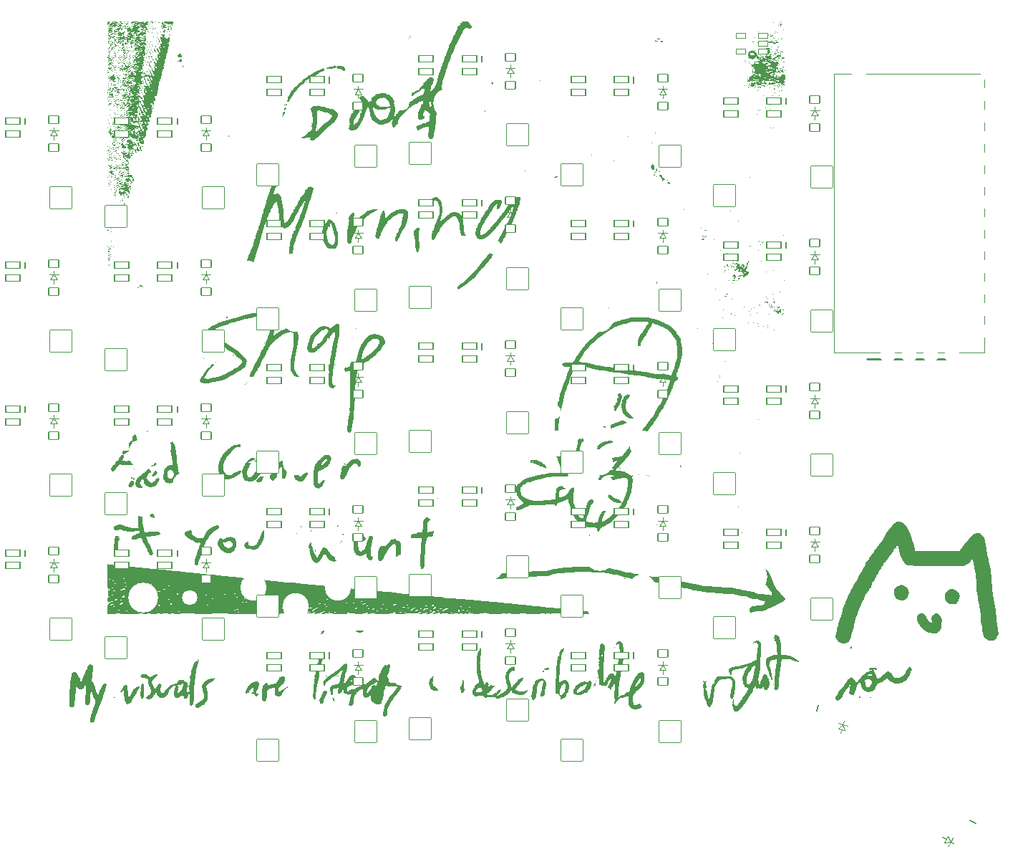
<source format=gbr>
%TF.GenerationSoftware,KiCad,Pcbnew,7.0.7*%
%TF.CreationDate,2023-10-16T17:22:34-07:00*%
%TF.ProjectId,main_pcb,6d61696e-5f70-4636-922e-6b696361645f,v1.0.0*%
%TF.SameCoordinates,Original*%
%TF.FileFunction,Legend,Top*%
%TF.FilePolarity,Positive*%
%FSLAX46Y46*%
G04 Gerber Fmt 4.6, Leading zero omitted, Abs format (unit mm)*
G04 Created by KiCad (PCBNEW 7.0.7) date 2023-10-16 17:22:34*
%MOMM*%
%LPD*%
G01*
G04 APERTURE LIST*
G04 Aperture macros list*
%AMRoundRect*
0 Rectangle with rounded corners*
0 $1 Rounding radius*
0 $2 $3 $4 $5 $6 $7 $8 $9 X,Y pos of 4 corners*
0 Add a 4 corners polygon primitive as box body*
4,1,4,$2,$3,$4,$5,$6,$7,$8,$9,$2,$3,0*
0 Add four circle primitives for the rounded corners*
1,1,$1+$1,$2,$3*
1,1,$1+$1,$4,$5*
1,1,$1+$1,$6,$7*
1,1,$1+$1,$8,$9*
0 Add four rect primitives between the rounded corners*
20,1,$1+$1,$2,$3,$4,$5,0*
20,1,$1+$1,$4,$5,$6,$7,0*
20,1,$1+$1,$6,$7,$8,$9,0*
20,1,$1+$1,$8,$9,$2,$3,0*%
G04 Aperture macros list end*
%ADD10C,0.160000*%
%ADD11C,0.120000*%
%ADD12C,0.040000*%
%ADD13C,0.250000*%
%ADD14C,0.100000*%
%ADD15RoundRect,0.050000X-0.850000X-0.410000X0.850000X-0.410000X0.850000X0.410000X-0.850000X0.410000X0*%
%ADD16RoundRect,0.050000X-0.927153X-0.176033X0.714921X-0.616026X0.927153X0.176033X-0.714921X0.616026X0*%
%ADD17C,1.801800*%
%ADD18C,3.100000*%
%ADD19C,3.529000*%
%ADD20RoundRect,0.050000X1.300000X1.300000X-1.300000X1.300000X-1.300000X-1.300000X1.300000X-1.300000X0*%
%ADD21RoundRect,0.050000X0.069930X0.941122X-0.780070X-0.531122X-0.069930X-0.941122X0.780070X0.531122X0*%
%ADD22C,1.600000*%
%ADD23O,2.300000X1.700000*%
%ADD24C,1.800000*%
%ADD25RoundRect,0.050000X1.592168X0.919239X-0.919239X1.592168X-1.592168X-0.919239X0.919239X-1.592168X0*%
%ADD26RoundRect,0.050000X0.550000X0.300000X-0.550000X0.300000X-0.550000X-0.300000X0.550000X-0.300000X0*%
%ADD27RoundRect,0.050000X0.475833X-1.775833X1.775833X0.475833X-0.475833X1.775833X-1.775833X-0.475833X0*%
%ADD28RoundRect,0.050000X-0.600000X0.450000X-0.600000X-0.450000X0.600000X-0.450000X0.600000X0.450000X0*%
%ADD29RoundRect,0.050000X0.689711X0.294615X-0.089711X0.744615X-0.689711X-0.294615X0.089711X-0.744615X0*%
%ADD30RoundRect,0.050000X-0.463087X0.589958X-0.696024X-0.279375X0.463087X-0.589958X0.696024X0.279375X0*%
G04 APERTURE END LIST*
%TO.C,G\u002A\u002A\u002A*%
G36*
X257733594Y-174122007D02*
G01*
X257816718Y-174158500D01*
X257976055Y-174277690D01*
X258150854Y-174483026D01*
X258331125Y-174757244D01*
X258506878Y-175083076D01*
X258668124Y-175443257D01*
X258804871Y-175820520D01*
X258834855Y-175918176D01*
X258892596Y-176106263D01*
X258945395Y-176265555D01*
X258974802Y-176344172D01*
X259019160Y-176464270D01*
X259071138Y-176626659D01*
X259082047Y-176663669D01*
X259135355Y-176847028D01*
X259185831Y-177019112D01*
X259192065Y-177040196D01*
X259227815Y-177207549D01*
X259240501Y-177346380D01*
X259240501Y-177489036D01*
X261893977Y-177489036D01*
X264547453Y-177489036D01*
X264618698Y-177355912D01*
X264684355Y-177259225D01*
X264734195Y-177222788D01*
X264775923Y-177180502D01*
X264779297Y-177156227D01*
X264812728Y-177076896D01*
X264895010Y-176960863D01*
X264925733Y-176924538D01*
X265047429Y-176782878D01*
X265191047Y-176610771D01*
X265257692Y-176529219D01*
X265377923Y-176383785D01*
X265482700Y-176262219D01*
X265525991Y-176215101D01*
X265602639Y-176126335D01*
X265712620Y-175987310D01*
X265792239Y-175881797D01*
X266028625Y-175625949D01*
X266287856Y-175471140D01*
X266577601Y-175412996D01*
X266615554Y-175412306D01*
X266886485Y-175444236D01*
X267109220Y-175544787D01*
X267289060Y-175721103D01*
X267431307Y-175980327D01*
X267541263Y-176329604D01*
X267623382Y-176770168D01*
X267680979Y-177159784D01*
X267730761Y-177469980D01*
X267777589Y-177727075D01*
X267826328Y-177957390D01*
X267881841Y-178187246D01*
X267893939Y-178234528D01*
X267951914Y-178487040D01*
X268005304Y-178765103D01*
X268030855Y-178926772D01*
X268063658Y-179129793D01*
X268100730Y-179307768D01*
X268128689Y-179406017D01*
X268149396Y-179497205D01*
X268177690Y-179670123D01*
X268210574Y-179900528D01*
X268245049Y-180164180D01*
X268278114Y-180436836D01*
X268306771Y-180694255D01*
X268328020Y-180912195D01*
X268338863Y-181066415D01*
X268339510Y-181110000D01*
X268342215Y-181283013D01*
X268355738Y-181531922D01*
X268377533Y-181826969D01*
X268405055Y-182138392D01*
X268435757Y-182436432D01*
X268467093Y-182691328D01*
X268484956Y-182810073D01*
X268528316Y-183070348D01*
X268572661Y-183337793D01*
X268609333Y-183560175D01*
X268613585Y-183586101D01*
X268650346Y-183783036D01*
X268690211Y-183955579D01*
X268715065Y-184038721D01*
X268743793Y-184157492D01*
X268775913Y-184354426D01*
X268808183Y-184601395D01*
X268837361Y-184870271D01*
X268860204Y-185132925D01*
X268873472Y-185361229D01*
X268875265Y-185428612D01*
X268890061Y-185639652D01*
X268922594Y-185869317D01*
X268935438Y-185934482D01*
X268967404Y-186099859D01*
X269007737Y-186334040D01*
X269050272Y-186600327D01*
X269075220Y-186766650D01*
X269158484Y-187337976D01*
X269014654Y-187631954D01*
X268931080Y-187786455D01*
X268858220Y-187892931D01*
X268817687Y-187925933D01*
X268739538Y-187959981D01*
X268687843Y-188002640D01*
X268560212Y-188072007D01*
X268367284Y-188112796D01*
X268147495Y-188120550D01*
X267939280Y-188090818D01*
X267935544Y-188089823D01*
X267690919Y-187973176D01*
X267487598Y-187780538D01*
X267355957Y-187541744D01*
X267346334Y-187511105D01*
X267314226Y-187369301D01*
X267276773Y-187158155D01*
X267240211Y-186914195D01*
X267226240Y-186807694D01*
X267193809Y-186577678D01*
X267159333Y-186381134D01*
X267128168Y-186246803D01*
X267115063Y-186211108D01*
X267092512Y-186122361D01*
X267069228Y-185953709D01*
X267048360Y-185731673D01*
X267036236Y-185546956D01*
X266998856Y-185087888D01*
X266932559Y-184544718D01*
X266839788Y-183935123D01*
X266722987Y-183276777D01*
X266721061Y-183266604D01*
X266655139Y-182912378D01*
X266607749Y-182637286D01*
X266575856Y-182416169D01*
X266556423Y-182223868D01*
X266546414Y-182035225D01*
X266542794Y-181825081D01*
X266542605Y-181787784D01*
X266534668Y-181587736D01*
X266513825Y-181310766D01*
X266482689Y-180978952D01*
X266443876Y-180614376D01*
X266399998Y-180239118D01*
X266353671Y-179875257D01*
X266307509Y-179544875D01*
X266264125Y-179270051D01*
X266226135Y-179072865D01*
X266216477Y-179033271D01*
X266172790Y-178844164D01*
X266136343Y-178649065D01*
X266136052Y-178647212D01*
X266099541Y-178498544D01*
X266051999Y-178455365D01*
X265991924Y-178517092D01*
X265960389Y-178578971D01*
X265786512Y-178835621D01*
X265525557Y-179045153D01*
X265319098Y-179148990D01*
X265018069Y-179272893D01*
X261758773Y-179272893D01*
X261067911Y-179273146D01*
X260475270Y-179273252D01*
X259972576Y-179272230D01*
X259551555Y-179269101D01*
X259203932Y-179262884D01*
X258921433Y-179252600D01*
X258695783Y-179237269D01*
X258518709Y-179215909D01*
X258381935Y-179187543D01*
X258277188Y-179151189D01*
X258196193Y-179105867D01*
X258130675Y-179050597D01*
X258072361Y-178984400D01*
X258012976Y-178906295D01*
X257949201Y-178821683D01*
X257843663Y-178678488D01*
X257771288Y-178567009D01*
X257749516Y-178518231D01*
X257726246Y-178445966D01*
X257668258Y-178321981D01*
X257646719Y-178280778D01*
X257571375Y-178106023D01*
X257505824Y-177898058D01*
X257489459Y-177828946D01*
X257399871Y-177425276D01*
X257321425Y-177124093D01*
X257253062Y-176922086D01*
X257193725Y-176815945D01*
X257159577Y-176796793D01*
X257114845Y-176842313D01*
X257078019Y-176943229D01*
X257011671Y-177088487D01*
X256921465Y-177198743D01*
X256824452Y-177310588D01*
X256715867Y-177471482D01*
X256666326Y-177558178D01*
X256544553Y-177749552D01*
X256390046Y-177944914D01*
X256321070Y-178018566D01*
X256172351Y-178184386D01*
X256036453Y-178366060D01*
X255987552Y-178444560D01*
X255907050Y-178572633D01*
X255841949Y-178650054D01*
X255822729Y-178660524D01*
X255783127Y-178703252D01*
X255779285Y-178732940D01*
X255740081Y-178813578D01*
X255646161Y-178905327D01*
X255552512Y-178991776D01*
X255513042Y-179060232D01*
X255513038Y-179060700D01*
X255476299Y-179133932D01*
X255406539Y-179207288D01*
X255324833Y-179314862D01*
X255300040Y-179402850D01*
X255268156Y-179510381D01*
X255231010Y-179549807D01*
X255157368Y-179626586D01*
X255067514Y-179758954D01*
X254985128Y-179906639D01*
X254933886Y-180029364D01*
X254927294Y-180066397D01*
X254894849Y-180148856D01*
X254814757Y-180264981D01*
X254794235Y-180289663D01*
X254706613Y-180415139D01*
X254662398Y-180524631D01*
X254661111Y-180539240D01*
X254621832Y-180635856D01*
X254581172Y-180664748D01*
X254512979Y-180737565D01*
X254501298Y-180792397D01*
X254465883Y-180914740D01*
X254433965Y-180959761D01*
X254369400Y-181049765D01*
X254284806Y-181195451D01*
X254197113Y-181363660D01*
X254123253Y-181521231D01*
X254080158Y-181635005D01*
X254075302Y-181662200D01*
X254038303Y-181741612D01*
X253968803Y-181816513D01*
X253886978Y-181925891D01*
X253862304Y-182016391D01*
X253828665Y-182118634D01*
X253784457Y-182154955D01*
X253703952Y-182227063D01*
X253674470Y-182286093D01*
X253615072Y-182408147D01*
X253579256Y-182456079D01*
X253519515Y-182545615D01*
X253430591Y-182708478D01*
X253324997Y-182919998D01*
X253215245Y-183155505D01*
X253154674Y-183293229D01*
X253092259Y-183435910D01*
X253004284Y-183633634D01*
X252909378Y-183844543D01*
X252905843Y-183852348D01*
X252757440Y-184181460D01*
X252645088Y-184436179D01*
X252560141Y-184638780D01*
X252493954Y-184811537D01*
X252437882Y-184976723D01*
X252383282Y-185156612D01*
X252337494Y-185316709D01*
X252256964Y-185601970D01*
X252166492Y-185922412D01*
X252085081Y-186210725D01*
X252081911Y-186221950D01*
X252005648Y-186489330D01*
X251923011Y-186774896D01*
X251850494Y-187021701D01*
X251843209Y-187046164D01*
X251787611Y-187251092D01*
X251747820Y-187433261D01*
X251732329Y-187553711D01*
X251732325Y-187554891D01*
X251709138Y-187683303D01*
X251649835Y-187845768D01*
X251569802Y-188012006D01*
X251484426Y-188151736D01*
X251409095Y-188234678D01*
X251381440Y-188245430D01*
X251313670Y-188274360D01*
X251306329Y-188296176D01*
X251259270Y-188342092D01*
X251141365Y-188390268D01*
X250987526Y-188430401D01*
X250832662Y-188452187D01*
X250773834Y-188453328D01*
X250624489Y-188434763D01*
X250471723Y-188399909D01*
X250254239Y-188285942D01*
X250073927Y-188096562D01*
X249944473Y-187859525D01*
X249879569Y-187602583D01*
X249892901Y-187353490D01*
X249917443Y-187276133D01*
X249952554Y-187165060D01*
X249999569Y-186986315D01*
X250048910Y-186776534D01*
X250053783Y-186754445D01*
X250107985Y-186519895D01*
X250165755Y-186289918D01*
X250214254Y-186115451D01*
X250276825Y-185902276D01*
X250339070Y-185678787D01*
X250350433Y-185636206D01*
X250412378Y-185426856D01*
X250487316Y-185206081D01*
X250505674Y-185156960D01*
X250570361Y-184964664D01*
X250635869Y-184732935D01*
X250668611Y-184597841D01*
X250718255Y-184408113D01*
X250773164Y-184248589D01*
X250809919Y-184173309D01*
X250867297Y-184039283D01*
X250880333Y-183953519D01*
X250915438Y-183829484D01*
X250960208Y-183772474D01*
X251026012Y-183667429D01*
X251040082Y-183590231D01*
X251060218Y-183473916D01*
X251087387Y-183423690D01*
X251124709Y-183359492D01*
X251196246Y-183216057D01*
X251293268Y-183011609D01*
X251407047Y-182764368D01*
X251468739Y-182627610D01*
X251589862Y-182362042D01*
X251701153Y-182126737D01*
X251793175Y-181941005D01*
X251856496Y-181824156D01*
X251874055Y-181798050D01*
X251933457Y-181697428D01*
X251945323Y-181645965D01*
X251976314Y-181565915D01*
X252054580Y-181442697D01*
X252098784Y-181383910D01*
X252237499Y-181193823D01*
X252370080Y-180986965D01*
X252481845Y-180789207D01*
X252558113Y-180626418D01*
X252584317Y-180528433D01*
X252622897Y-180412186D01*
X252662129Y-180366219D01*
X252741645Y-180262647D01*
X252774926Y-180186638D01*
X252834374Y-180054982D01*
X252877438Y-179991761D01*
X252936349Y-179904892D01*
X253023880Y-179756466D01*
X253113694Y-179592390D01*
X253206692Y-179422565D01*
X253285944Y-179288911D01*
X253332741Y-179222306D01*
X253375841Y-179129695D01*
X253383059Y-179070221D01*
X253414758Y-178968545D01*
X253494608Y-178831551D01*
X253536520Y-178774686D01*
X253653401Y-178614203D01*
X253783852Y-178416797D01*
X253852650Y-178304457D01*
X253958136Y-178135655D01*
X254058512Y-177991774D01*
X254111872Y-177926401D01*
X254232887Y-177791785D01*
X254332453Y-177668923D01*
X254389029Y-177585070D01*
X254394799Y-177568425D01*
X254426157Y-177502595D01*
X254506892Y-177382164D01*
X254616994Y-177233325D01*
X254736454Y-177082271D01*
X254845262Y-176955194D01*
X254919914Y-176881039D01*
X255033787Y-176755797D01*
X255117238Y-176614791D01*
X255197216Y-176473331D01*
X255314935Y-176311651D01*
X255363720Y-176254142D01*
X255487001Y-176095002D01*
X255619234Y-175892056D01*
X255699411Y-175750022D01*
X255875809Y-175438121D01*
X256086047Y-175109423D01*
X256307670Y-174796475D01*
X256518221Y-174531822D01*
X256610354Y-174429832D01*
X256880711Y-174198238D01*
X257152401Y-174071004D01*
X257433877Y-174046227D01*
X257733594Y-174122007D01*
G37*
G36*
X260225474Y-184904325D02*
G01*
X260341380Y-184961202D01*
X260459723Y-185078939D01*
X260559059Y-185210733D01*
X260617990Y-185324959D01*
X260624987Y-185359450D01*
X260665259Y-185496085D01*
X260768799Y-185656510D01*
X260909699Y-185813140D01*
X261062049Y-185938393D01*
X261199938Y-186004685D01*
X261235084Y-186008952D01*
X261245209Y-185960496D01*
X261243951Y-185833005D01*
X261231649Y-185653297D01*
X261230384Y-185639454D01*
X261214686Y-185442945D01*
X261218265Y-185318583D01*
X261249147Y-185232611D01*
X261315354Y-185151273D01*
X261356312Y-185109686D01*
X261495485Y-184997251D01*
X261638264Y-184920687D01*
X261666647Y-184911753D01*
X261854059Y-184915738D01*
X262050038Y-185004969D01*
X262228181Y-185164097D01*
X262317484Y-185290084D01*
X262377216Y-185403314D01*
X262411531Y-185510713D01*
X262424730Y-185643481D01*
X262421113Y-185832819D01*
X262412917Y-185982327D01*
X262386702Y-186308993D01*
X262348182Y-186553166D01*
X262289520Y-186738761D01*
X262202877Y-186889691D01*
X262080416Y-187029868D01*
X262064369Y-187045710D01*
X261927973Y-187167700D01*
X261809215Y-187232306D01*
X261659624Y-187260208D01*
X261544528Y-187267500D01*
X261319114Y-187262002D01*
X261102032Y-187215957D01*
X260879783Y-187134896D01*
X260435331Y-186913767D01*
X260081199Y-186647427D01*
X259806663Y-186324324D01*
X259601003Y-185932905D01*
X259503802Y-185652290D01*
X259476434Y-185399307D01*
X259540873Y-185180217D01*
X259684561Y-185011987D01*
X259894936Y-184911586D01*
X260067533Y-184890713D01*
X260225474Y-184904325D01*
G37*
G36*
X263844295Y-182052026D02*
G01*
X263939775Y-182078773D01*
X264191951Y-182203231D01*
X264378554Y-182392804D01*
X264497933Y-182627422D01*
X264548437Y-182887018D01*
X264528415Y-183151522D01*
X264436216Y-183400867D01*
X264270188Y-183614985D01*
X264077318Y-183750444D01*
X263865619Y-183814363D01*
X263613241Y-183825752D01*
X263366624Y-183786917D01*
X263180421Y-183705912D01*
X262974893Y-183539763D01*
X262851667Y-183362982D01*
X262794240Y-183143172D01*
X262784439Y-182928531D01*
X262814972Y-182630118D01*
X262909167Y-182404811D01*
X263079102Y-182232544D01*
X263268959Y-182123514D01*
X263472460Y-182043052D01*
X263647105Y-182020365D01*
X263844295Y-182052026D01*
G37*
G36*
X257827104Y-181572780D02*
G01*
X257922585Y-181599528D01*
X258174760Y-181723986D01*
X258361363Y-181913558D01*
X258480742Y-182148177D01*
X258531247Y-182407772D01*
X258511224Y-182672277D01*
X258419025Y-182921622D01*
X258252997Y-183135739D01*
X258060128Y-183271199D01*
X257848428Y-183335117D01*
X257596051Y-183346506D01*
X257349433Y-183307671D01*
X257163230Y-183226667D01*
X256957702Y-183060518D01*
X256834476Y-182883737D01*
X256777049Y-182663927D01*
X256767248Y-182449286D01*
X256797781Y-182150873D01*
X256891976Y-181925566D01*
X257061912Y-181753299D01*
X257251768Y-181644268D01*
X257455269Y-181563807D01*
X257629914Y-181541120D01*
X257827104Y-181572780D01*
G37*
D10*
%TO.C,_23*%
X225999988Y-122200000D02*
X225999988Y-121500000D01*
%TO.C,_17*%
X207999988Y-136700000D02*
X207999988Y-136000000D01*
%TO.C,_28*%
X247631905Y-196402240D02*
X247813078Y-195726092D01*
%TO.C,_25*%
X243999988Y-158700000D02*
X243999988Y-158000000D01*
%TO.C,_21*%
X225999988Y-156200000D02*
X225999988Y-155500000D01*
%TO.C,_4*%
X153999988Y-127100000D02*
X153999988Y-126400000D01*
%TO.C,_19*%
X225999988Y-190200000D02*
X225999988Y-189500000D01*
%TO.C,_5*%
X171999988Y-178100000D02*
X171999988Y-177400000D01*
%TO.C,_2*%
X153999988Y-161100000D02*
X153999988Y-160400000D01*
%TO.C,_29*%
X265795241Y-209324769D02*
X266401459Y-209674769D01*
%TO.C,_15*%
X207999988Y-170700000D02*
X207999988Y-170000000D01*
%TO.C,_11*%
X189999988Y-156200000D02*
X189999988Y-155500000D01*
%TO.C,_24*%
X243999988Y-175700000D02*
X243999988Y-175000000D01*
%TO.C,G\u002A\u002A\u002A*%
G36*
X163823655Y-118005475D02*
G01*
X163796805Y-118032325D01*
X163769956Y-118005475D01*
X163796805Y-117978625D01*
X163823655Y-118005475D01*
G37*
G36*
X163823655Y-118810972D02*
G01*
X163796805Y-118837822D01*
X163769956Y-118810972D01*
X163796805Y-118784122D01*
X163823655Y-118810972D01*
G37*
G36*
X163823655Y-121281162D02*
G01*
X163796805Y-121308012D01*
X163769956Y-121281162D01*
X163796805Y-121254313D01*
X163823655Y-121281162D01*
G37*
G36*
X163823655Y-126436342D02*
G01*
X163796805Y-126463192D01*
X163769956Y-126436342D01*
X163796805Y-126409492D01*
X163823655Y-126436342D01*
G37*
G36*
X163823655Y-127241839D02*
G01*
X163796805Y-127268689D01*
X163769956Y-127241839D01*
X163796805Y-127214989D01*
X163823655Y-127241839D01*
G37*
G36*
X163823655Y-127402938D02*
G01*
X163796805Y-127429788D01*
X163769956Y-127402938D01*
X163796805Y-127376088D01*
X163823655Y-127402938D01*
G37*
G36*
X163823655Y-127510338D02*
G01*
X163796805Y-127537188D01*
X163769956Y-127510338D01*
X163796805Y-127483488D01*
X163823655Y-127510338D01*
G37*
G36*
X163823655Y-128638033D02*
G01*
X163796805Y-128664883D01*
X163769956Y-128638033D01*
X163796805Y-128611184D01*
X163823655Y-128638033D01*
G37*
G36*
X163823655Y-129712029D02*
G01*
X163796805Y-129738879D01*
X163769956Y-129712029D01*
X163796805Y-129685179D01*
X163823655Y-129712029D01*
G37*
G36*
X163823655Y-131161924D02*
G01*
X163796805Y-131188773D01*
X163769956Y-131161924D01*
X163796805Y-131135074D01*
X163823655Y-131161924D01*
G37*
G36*
X163823655Y-133363615D02*
G01*
X163796805Y-133390465D01*
X163769956Y-133363615D01*
X163796805Y-133336765D01*
X163823655Y-133363615D01*
G37*
G36*
X163823655Y-135457907D02*
G01*
X163796805Y-135484757D01*
X163769956Y-135457907D01*
X163796805Y-135431057D01*
X163823655Y-135457907D01*
G37*
G36*
X163823655Y-138733594D02*
G01*
X163796805Y-138760444D01*
X163769956Y-138733594D01*
X163796805Y-138706744D01*
X163823655Y-138733594D01*
G37*
G36*
X163823655Y-141472283D02*
G01*
X163796805Y-141499133D01*
X163769956Y-141472283D01*
X163796805Y-141445433D01*
X163823655Y-141472283D01*
G37*
G36*
X163877355Y-135833805D02*
G01*
X163850505Y-135860655D01*
X163823655Y-135833805D01*
X163850505Y-135806955D01*
X163877355Y-135833805D01*
G37*
G36*
X163931055Y-128530634D02*
G01*
X163904205Y-128557484D01*
X163877355Y-128530634D01*
X163904205Y-128503784D01*
X163931055Y-128530634D01*
G37*
G36*
X163931055Y-129926828D02*
G01*
X163904205Y-129953678D01*
X163877355Y-129926828D01*
X163904205Y-129899979D01*
X163931055Y-129926828D01*
G37*
G36*
X163931055Y-130571226D02*
G01*
X163904205Y-130598076D01*
X163877355Y-130571226D01*
X163904205Y-130544376D01*
X163931055Y-130571226D01*
G37*
G36*
X163984755Y-127080740D02*
G01*
X163957905Y-127107590D01*
X163931055Y-127080740D01*
X163957905Y-127053890D01*
X163984755Y-127080740D01*
G37*
G36*
X163984755Y-127617738D02*
G01*
X163957905Y-127644587D01*
X163931055Y-127617738D01*
X163957905Y-127590888D01*
X163984755Y-127617738D01*
G37*
G36*
X163984755Y-134383911D02*
G01*
X163957905Y-134410761D01*
X163931055Y-134383911D01*
X163957905Y-134357061D01*
X163984755Y-134383911D01*
G37*
G36*
X163984755Y-142761078D02*
G01*
X163957905Y-142787928D01*
X163931055Y-142761078D01*
X163957905Y-142734228D01*
X163984755Y-142761078D01*
G37*
G36*
X164038454Y-129873129D02*
G01*
X164011605Y-129899979D01*
X163984755Y-129873129D01*
X164011605Y-129846279D01*
X164038454Y-129873129D01*
G37*
G36*
X164038454Y-136531902D02*
G01*
X164011605Y-136558752D01*
X163984755Y-136531902D01*
X164011605Y-136505053D01*
X164038454Y-136531902D01*
G37*
G36*
X164092154Y-121334862D02*
G01*
X164065304Y-121361712D01*
X164038454Y-121334862D01*
X164065304Y-121308012D01*
X164092154Y-121334862D01*
G37*
G36*
X164092154Y-129282431D02*
G01*
X164065304Y-129309281D01*
X164038454Y-129282431D01*
X164065304Y-129255581D01*
X164092154Y-129282431D01*
G37*
G36*
X164092154Y-129497230D02*
G01*
X164065304Y-129524080D01*
X164038454Y-129497230D01*
X164065304Y-129470380D01*
X164092154Y-129497230D01*
G37*
G36*
X164092154Y-129712029D02*
G01*
X164065304Y-129738879D01*
X164038454Y-129712029D01*
X164065304Y-129685179D01*
X164092154Y-129712029D01*
G37*
G36*
X164092154Y-134813509D02*
G01*
X164065304Y-134840359D01*
X164038454Y-134813509D01*
X164065304Y-134786659D01*
X164092154Y-134813509D01*
G37*
G36*
X164145854Y-131537822D02*
G01*
X164119004Y-131564672D01*
X164092154Y-131537822D01*
X164119004Y-131510972D01*
X164145854Y-131537822D01*
G37*
G36*
X164145854Y-133148816D02*
G01*
X164119004Y-133175666D01*
X164092154Y-133148816D01*
X164119004Y-133121966D01*
X164145854Y-133148816D01*
G37*
G36*
X164145854Y-135619006D02*
G01*
X164119004Y-135645856D01*
X164092154Y-135619006D01*
X164119004Y-135592156D01*
X164145854Y-135619006D01*
G37*
G36*
X164199554Y-117092579D02*
G01*
X164172704Y-117119429D01*
X164145854Y-117092579D01*
X164172704Y-117065729D01*
X164199554Y-117092579D01*
G37*
G36*
X164199554Y-124234651D02*
G01*
X164172704Y-124261501D01*
X164145854Y-124234651D01*
X164172704Y-124207801D01*
X164199554Y-124234651D01*
G37*
G36*
X164199554Y-125684545D02*
G01*
X164172704Y-125711395D01*
X164145854Y-125684545D01*
X164172704Y-125657695D01*
X164199554Y-125684545D01*
G37*
G36*
X164199554Y-126490042D02*
G01*
X164172704Y-126516892D01*
X164145854Y-126490042D01*
X164172704Y-126463192D01*
X164199554Y-126490042D01*
G37*
G36*
X164253254Y-127402938D02*
G01*
X164226404Y-127429788D01*
X164199554Y-127402938D01*
X164226404Y-127376088D01*
X164253254Y-127402938D01*
G37*
G36*
X164253254Y-129980528D02*
G01*
X164226404Y-130007378D01*
X164199554Y-129980528D01*
X164226404Y-129953678D01*
X164253254Y-129980528D01*
G37*
G36*
X164253254Y-130732325D02*
G01*
X164226404Y-130759175D01*
X164199554Y-130732325D01*
X164226404Y-130705475D01*
X164253254Y-130732325D01*
G37*
G36*
X164253254Y-133954313D02*
G01*
X164226404Y-133981162D01*
X164199554Y-133954313D01*
X164226404Y-133927463D01*
X164253254Y-133954313D01*
G37*
G36*
X164253254Y-140666786D02*
G01*
X164226404Y-140693636D01*
X164199554Y-140666786D01*
X164226404Y-140639936D01*
X164253254Y-140666786D01*
G37*
G36*
X164253254Y-140881585D02*
G01*
X164226404Y-140908435D01*
X164199554Y-140881585D01*
X164226404Y-140854735D01*
X164253254Y-140881585D01*
G37*
G36*
X164253254Y-141472283D02*
G01*
X164226404Y-141499133D01*
X164199554Y-141472283D01*
X164226404Y-141445433D01*
X164253254Y-141472283D01*
G37*
G36*
X164253254Y-142062981D02*
G01*
X164226404Y-142089831D01*
X164199554Y-142062981D01*
X164226404Y-142036131D01*
X164253254Y-142062981D01*
G37*
G36*
X164306953Y-122194059D02*
G01*
X164280103Y-122220909D01*
X164253254Y-122194059D01*
X164280103Y-122167209D01*
X164306953Y-122194059D01*
G37*
G36*
X164306953Y-134437611D02*
G01*
X164280103Y-134464461D01*
X164253254Y-134437611D01*
X164280103Y-134410761D01*
X164306953Y-134437611D01*
G37*
G36*
X164360653Y-118649873D02*
G01*
X164333803Y-118676723D01*
X164306953Y-118649873D01*
X164333803Y-118623023D01*
X164360653Y-118649873D01*
G37*
G36*
X164360653Y-133524714D02*
G01*
X164333803Y-133551564D01*
X164306953Y-133524714D01*
X164333803Y-133497864D01*
X164360653Y-133524714D01*
G37*
G36*
X164360653Y-137337399D02*
G01*
X164333803Y-137364249D01*
X164306953Y-137337399D01*
X164333803Y-137310549D01*
X164360653Y-137337399D01*
G37*
G36*
X164414353Y-119079471D02*
G01*
X164387503Y-119106321D01*
X164360653Y-119079471D01*
X164387503Y-119052621D01*
X164414353Y-119079471D01*
G37*
G36*
X164414353Y-124771649D02*
G01*
X164387503Y-124798499D01*
X164360653Y-124771649D01*
X164387503Y-124744799D01*
X164414353Y-124771649D01*
G37*
G36*
X164414353Y-125523446D02*
G01*
X164387503Y-125550296D01*
X164360653Y-125523446D01*
X164387503Y-125496596D01*
X164414353Y-125523446D01*
G37*
G36*
X164414353Y-126919640D02*
G01*
X164387503Y-126946490D01*
X164360653Y-126919640D01*
X164387503Y-126892790D01*
X164414353Y-126919640D01*
G37*
G36*
X164414353Y-134652410D02*
G01*
X164387503Y-134679260D01*
X164360653Y-134652410D01*
X164387503Y-134625560D01*
X164414353Y-134652410D01*
G37*
G36*
X164468053Y-118273974D02*
G01*
X164441203Y-118300824D01*
X164414353Y-118273974D01*
X164441203Y-118247124D01*
X164468053Y-118273974D01*
G37*
G36*
X164468053Y-121012664D02*
G01*
X164441203Y-121039513D01*
X164414353Y-121012664D01*
X164441203Y-120985814D01*
X164468053Y-121012664D01*
G37*
G36*
X164468053Y-125362346D02*
G01*
X164441203Y-125389196D01*
X164414353Y-125362346D01*
X164441203Y-125335496D01*
X164468053Y-125362346D01*
G37*
G36*
X164468053Y-126114143D02*
G01*
X164441203Y-126140993D01*
X164414353Y-126114143D01*
X164441203Y-126087294D01*
X164468053Y-126114143D01*
G37*
G36*
X164468053Y-126328943D02*
G01*
X164441203Y-126355792D01*
X164414353Y-126328943D01*
X164441203Y-126302093D01*
X164468053Y-126328943D01*
G37*
G36*
X164468053Y-132074820D02*
G01*
X164441203Y-132101670D01*
X164414353Y-132074820D01*
X164441203Y-132047970D01*
X164468053Y-132074820D01*
G37*
G36*
X164468053Y-139324291D02*
G01*
X164441203Y-139351141D01*
X164414353Y-139324291D01*
X164441203Y-139297442D01*
X164468053Y-139324291D01*
G37*
G36*
X164468053Y-141579683D02*
G01*
X164441203Y-141606532D01*
X164414353Y-141579683D01*
X164441203Y-141552833D01*
X164468053Y-141579683D01*
G37*
G36*
X164521753Y-118542473D02*
G01*
X164494903Y-118569323D01*
X164468053Y-118542473D01*
X164494903Y-118515623D01*
X164521753Y-118542473D01*
G37*
G36*
X164521753Y-123268055D02*
G01*
X164494903Y-123294905D01*
X164468053Y-123268055D01*
X164494903Y-123241205D01*
X164521753Y-123268055D01*
G37*
G36*
X164521753Y-133793213D02*
G01*
X164494903Y-133820063D01*
X164468053Y-133793213D01*
X164494903Y-133766363D01*
X164521753Y-133793213D01*
G37*
G36*
X164575452Y-120153467D02*
G01*
X164548602Y-120180317D01*
X164521753Y-120153467D01*
X164548602Y-120126617D01*
X164575452Y-120153467D01*
G37*
G36*
X164575452Y-125523446D02*
G01*
X164548602Y-125550296D01*
X164521753Y-125523446D01*
X164548602Y-125496596D01*
X164575452Y-125523446D01*
G37*
G36*
X164575452Y-130302727D02*
G01*
X164548602Y-130329577D01*
X164521753Y-130302727D01*
X164548602Y-130275877D01*
X164575452Y-130302727D01*
G37*
G36*
X164575452Y-138303995D02*
G01*
X164548602Y-138330845D01*
X164521753Y-138303995D01*
X164548602Y-138277146D01*
X164575452Y-138303995D01*
G37*
G36*
X164575452Y-139807590D02*
G01*
X164548602Y-139834439D01*
X164521753Y-139807590D01*
X164548602Y-139780740D01*
X164575452Y-139807590D01*
G37*
G36*
X164575452Y-140774186D02*
G01*
X164548602Y-140801036D01*
X164521753Y-140774186D01*
X164548602Y-140747336D01*
X164575452Y-140774186D01*
G37*
G36*
X164629152Y-122247759D02*
G01*
X164602302Y-122274609D01*
X164575452Y-122247759D01*
X164602302Y-122220909D01*
X164629152Y-122247759D01*
G37*
G36*
X164629152Y-131860021D02*
G01*
X164602302Y-131886871D01*
X164575452Y-131860021D01*
X164602302Y-131833171D01*
X164629152Y-131860021D01*
G37*
G36*
X164629152Y-137283699D02*
G01*
X164602302Y-137310549D01*
X164575452Y-137283699D01*
X164602302Y-137256850D01*
X164629152Y-137283699D01*
G37*
G36*
X164682852Y-124986448D02*
G01*
X164656002Y-125013298D01*
X164629152Y-124986448D01*
X164656002Y-124959598D01*
X164682852Y-124986448D01*
G37*
G36*
X164682852Y-126167843D02*
G01*
X164656002Y-126194693D01*
X164629152Y-126167843D01*
X164656002Y-126140993D01*
X164682852Y-126167843D01*
G37*
G36*
X164736552Y-122194059D02*
G01*
X164709702Y-122220909D01*
X164682852Y-122194059D01*
X164709702Y-122167209D01*
X164736552Y-122194059D01*
G37*
G36*
X164736552Y-134061712D02*
G01*
X164709702Y-134088562D01*
X164682852Y-134061712D01*
X164709702Y-134034862D01*
X164736552Y-134061712D01*
G37*
G36*
X164790251Y-115696384D02*
G01*
X164763402Y-115723234D01*
X164736552Y-115696384D01*
X164763402Y-115669535D01*
X164790251Y-115696384D01*
G37*
G36*
X164790251Y-127832537D02*
G01*
X164763402Y-127859387D01*
X164736552Y-127832537D01*
X164763402Y-127805687D01*
X164790251Y-127832537D01*
G37*
G36*
X164790251Y-128476934D02*
G01*
X164763402Y-128503784D01*
X164736552Y-128476934D01*
X164763402Y-128450084D01*
X164790251Y-128476934D01*
G37*
G36*
X164790251Y-129282431D02*
G01*
X164763402Y-129309281D01*
X164736552Y-129282431D01*
X164763402Y-129255581D01*
X164790251Y-129282431D01*
G37*
G36*
X164790251Y-139592790D02*
G01*
X164763402Y-139619640D01*
X164736552Y-139592790D01*
X164763402Y-139565940D01*
X164790251Y-139592790D01*
G37*
G36*
X164790251Y-140398287D02*
G01*
X164763402Y-140425137D01*
X164736552Y-140398287D01*
X164763402Y-140371437D01*
X164790251Y-140398287D01*
G37*
G36*
X164843951Y-115213086D02*
G01*
X164817101Y-115239936D01*
X164790251Y-115213086D01*
X164817101Y-115186236D01*
X164843951Y-115213086D01*
G37*
G36*
X164843951Y-119777568D02*
G01*
X164817101Y-119804418D01*
X164790251Y-119777568D01*
X164817101Y-119750718D01*
X164843951Y-119777568D01*
G37*
G36*
X164843951Y-130463826D02*
G01*
X164817101Y-130490676D01*
X164790251Y-130463826D01*
X164817101Y-130436976D01*
X164843951Y-130463826D01*
G37*
G36*
X164843951Y-131913721D02*
G01*
X164817101Y-131940570D01*
X164790251Y-131913721D01*
X164817101Y-131886871D01*
X164843951Y-131913721D01*
G37*
G36*
X164843951Y-140505687D02*
G01*
X164817101Y-140532537D01*
X164790251Y-140505687D01*
X164817101Y-140478837D01*
X164843951Y-140505687D01*
G37*
G36*
X164897651Y-118005475D02*
G01*
X164870801Y-118032325D01*
X164843951Y-118005475D01*
X164870801Y-117978625D01*
X164897651Y-118005475D01*
G37*
G36*
X164897651Y-129389831D02*
G01*
X164870801Y-129416680D01*
X164843951Y-129389831D01*
X164870801Y-129362981D01*
X164897651Y-129389831D01*
G37*
G36*
X164951351Y-128960232D02*
G01*
X164924501Y-128987082D01*
X164897651Y-128960232D01*
X164924501Y-128933382D01*
X164951351Y-128960232D01*
G37*
G36*
X164951351Y-136156004D02*
G01*
X164924501Y-136182854D01*
X164897651Y-136156004D01*
X164924501Y-136129154D01*
X164951351Y-136156004D01*
G37*
G36*
X164951351Y-138518795D02*
G01*
X164924501Y-138545644D01*
X164897651Y-138518795D01*
X164924501Y-138491945D01*
X164951351Y-138518795D01*
G37*
G36*
X165005051Y-116716680D02*
G01*
X164978201Y-116743530D01*
X164951351Y-116716680D01*
X164978201Y-116689831D01*
X165005051Y-116716680D01*
G37*
G36*
X165058750Y-132450718D02*
G01*
X165031901Y-132477568D01*
X165005051Y-132450718D01*
X165031901Y-132423869D01*
X165058750Y-132450718D01*
G37*
G36*
X165112450Y-126275243D02*
G01*
X165085600Y-126302093D01*
X165058750Y-126275243D01*
X165085600Y-126248393D01*
X165112450Y-126275243D01*
G37*
G36*
X165112450Y-126812241D02*
G01*
X165085600Y-126839091D01*
X165058750Y-126812241D01*
X165085600Y-126785391D01*
X165112450Y-126812241D01*
G37*
G36*
X165112450Y-126973340D02*
G01*
X165085600Y-127000190D01*
X165058750Y-126973340D01*
X165085600Y-126946490D01*
X165112450Y-126973340D01*
G37*
G36*
X165112450Y-135726406D02*
G01*
X165085600Y-135753255D01*
X165058750Y-135726406D01*
X165085600Y-135699556D01*
X165112450Y-135726406D01*
G37*
G36*
X165166150Y-125845644D02*
G01*
X165139300Y-125872494D01*
X165112450Y-125845644D01*
X165139300Y-125818795D01*
X165166150Y-125845644D01*
G37*
G36*
X165166150Y-128584334D02*
G01*
X165139300Y-128611184D01*
X165112450Y-128584334D01*
X165139300Y-128557484D01*
X165166150Y-128584334D01*
G37*
G36*
X165219850Y-117790676D02*
G01*
X165193000Y-117817526D01*
X165166150Y-117790676D01*
X165193000Y-117763826D01*
X165219850Y-117790676D01*
G37*
G36*
X165219850Y-123590253D02*
G01*
X165193000Y-123617103D01*
X165166150Y-123590253D01*
X165193000Y-123563403D01*
X165219850Y-123590253D01*
G37*
G36*
X165219850Y-127080740D02*
G01*
X165193000Y-127107590D01*
X165166150Y-127080740D01*
X165193000Y-127053890D01*
X165219850Y-127080740D01*
G37*
G36*
X165219850Y-130034228D02*
G01*
X165193000Y-130061078D01*
X165166150Y-130034228D01*
X165193000Y-130007378D01*
X165219850Y-130034228D01*
G37*
G36*
X165273550Y-118757272D02*
G01*
X165246700Y-118784122D01*
X165219850Y-118757272D01*
X165246700Y-118730422D01*
X165273550Y-118757272D01*
G37*
G36*
X165273550Y-130732325D02*
G01*
X165246700Y-130759175D01*
X165219850Y-130732325D01*
X165246700Y-130705475D01*
X165273550Y-130732325D01*
G37*
G36*
X165327249Y-118220274D02*
G01*
X165300399Y-118247124D01*
X165273550Y-118220274D01*
X165300399Y-118193425D01*
X165327249Y-118220274D01*
G37*
G36*
X165327249Y-119670169D02*
G01*
X165300399Y-119697019D01*
X165273550Y-119670169D01*
X165300399Y-119643319D01*
X165327249Y-119670169D01*
G37*
G36*
X165327249Y-122086659D02*
G01*
X165300399Y-122113509D01*
X165273550Y-122086659D01*
X165300399Y-122059809D01*
X165327249Y-122086659D01*
G37*
G36*
X165327249Y-129926828D02*
G01*
X165300399Y-129953678D01*
X165273550Y-129926828D01*
X165300399Y-129899979D01*
X165327249Y-129926828D01*
G37*
G36*
X165327249Y-132021120D02*
G01*
X165300399Y-132047970D01*
X165273550Y-132021120D01*
X165300399Y-131994270D01*
X165327249Y-132021120D01*
G37*
G36*
X165380949Y-117683277D02*
G01*
X165354099Y-117710127D01*
X165327249Y-117683277D01*
X165354099Y-117656427D01*
X165380949Y-117683277D01*
G37*
G36*
X165380949Y-118703573D02*
G01*
X165354099Y-118730422D01*
X165327249Y-118703573D01*
X165354099Y-118676723D01*
X165380949Y-118703573D01*
G37*
G36*
X165380949Y-127295539D02*
G01*
X165354099Y-127322389D01*
X165327249Y-127295539D01*
X165354099Y-127268689D01*
X165380949Y-127295539D01*
G37*
G36*
X165380949Y-131537822D02*
G01*
X165354099Y-131564672D01*
X165327249Y-131537822D01*
X165354099Y-131510972D01*
X165380949Y-131537822D01*
G37*
G36*
X165434649Y-119723869D02*
G01*
X165407799Y-119750718D01*
X165380949Y-119723869D01*
X165407799Y-119697019D01*
X165434649Y-119723869D01*
G37*
G36*
X165434649Y-122032959D02*
G01*
X165407799Y-122059809D01*
X165380949Y-122032959D01*
X165407799Y-122006110D01*
X165434649Y-122032959D01*
G37*
G36*
X165434649Y-130087928D02*
G01*
X165407799Y-130114778D01*
X165380949Y-130087928D01*
X165407799Y-130061078D01*
X165434649Y-130087928D01*
G37*
G36*
X165488349Y-117898076D02*
G01*
X165461499Y-117924926D01*
X165434649Y-117898076D01*
X165461499Y-117871226D01*
X165488349Y-117898076D01*
G37*
G36*
X165488349Y-131108224D02*
G01*
X165461499Y-131135074D01*
X165434649Y-131108224D01*
X165461499Y-131081374D01*
X165488349Y-131108224D01*
G37*
G36*
X165595748Y-133578414D02*
G01*
X165568898Y-133605264D01*
X165542049Y-133578414D01*
X165568898Y-133551564D01*
X165595748Y-133578414D01*
G37*
G36*
X165649448Y-118864672D02*
G01*
X165622598Y-118891522D01*
X165595748Y-118864672D01*
X165622598Y-118837822D01*
X165649448Y-118864672D01*
G37*
G36*
X165703148Y-121388562D02*
G01*
X165676298Y-121415412D01*
X165649448Y-121388562D01*
X165676298Y-121361712D01*
X165703148Y-121388562D01*
G37*
G36*
X165703148Y-131752621D02*
G01*
X165676298Y-131779471D01*
X165649448Y-131752621D01*
X165676298Y-131725771D01*
X165703148Y-131752621D01*
G37*
G36*
X165756848Y-123429154D02*
G01*
X165729998Y-123456004D01*
X165703148Y-123429154D01*
X165729998Y-123402304D01*
X165756848Y-123429154D01*
G37*
G36*
X165810547Y-129013932D02*
G01*
X165783698Y-129040782D01*
X165756848Y-129013932D01*
X165783698Y-128987082D01*
X165810547Y-129013932D01*
G37*
G36*
X165864247Y-115159387D02*
G01*
X165837397Y-115186236D01*
X165810547Y-115159387D01*
X165837397Y-115132537D01*
X165864247Y-115159387D01*
G37*
G36*
X165864247Y-122945856D02*
G01*
X165837397Y-122972706D01*
X165810547Y-122945856D01*
X165837397Y-122919006D01*
X165864247Y-122945856D01*
G37*
G36*
X165864247Y-128423234D02*
G01*
X165837397Y-128450084D01*
X165810547Y-128423234D01*
X165837397Y-128396384D01*
X165864247Y-128423234D01*
G37*
G36*
X165917947Y-114998287D02*
G01*
X165891097Y-115025137D01*
X165864247Y-114998287D01*
X165891097Y-114971437D01*
X165917947Y-114998287D01*
G37*
G36*
X165917947Y-124395750D02*
G01*
X165891097Y-124422600D01*
X165864247Y-124395750D01*
X165891097Y-124368900D01*
X165917947Y-124395750D01*
G37*
G36*
X165917947Y-124503150D02*
G01*
X165891097Y-124530000D01*
X165864247Y-124503150D01*
X165891097Y-124476300D01*
X165917947Y-124503150D01*
G37*
G36*
X165917947Y-130087928D02*
G01*
X165891097Y-130114778D01*
X165864247Y-130087928D01*
X165891097Y-130061078D01*
X165917947Y-130087928D01*
G37*
G36*
X165971647Y-124610549D02*
G01*
X165944797Y-124637399D01*
X165917947Y-124610549D01*
X165944797Y-124583699D01*
X165971647Y-124610549D01*
G37*
G36*
X166025347Y-133095116D02*
G01*
X165998497Y-133121966D01*
X165971647Y-133095116D01*
X165998497Y-133068266D01*
X166025347Y-133095116D01*
G37*
G36*
X166079046Y-123214355D02*
G01*
X166052197Y-123241205D01*
X166025347Y-123214355D01*
X166052197Y-123187505D01*
X166079046Y-123214355D01*
G37*
G36*
X166079046Y-136370803D02*
G01*
X166052197Y-136397653D01*
X166025347Y-136370803D01*
X166052197Y-136343953D01*
X166079046Y-136370803D01*
G37*
G36*
X166132746Y-117683277D02*
G01*
X166105896Y-117710127D01*
X166079046Y-117683277D01*
X166105896Y-117656427D01*
X166132746Y-117683277D01*
G37*
G36*
X166132746Y-119294270D02*
G01*
X166105896Y-119321120D01*
X166079046Y-119294270D01*
X166105896Y-119267420D01*
X166132746Y-119294270D01*
G37*
G36*
X166132746Y-119562769D02*
G01*
X166105896Y-119589619D01*
X166079046Y-119562769D01*
X166105896Y-119535919D01*
X166132746Y-119562769D01*
G37*
G36*
X166347545Y-119562769D02*
G01*
X166320695Y-119589619D01*
X166293846Y-119562769D01*
X166320695Y-119535919D01*
X166347545Y-119562769D01*
G37*
G36*
X166401245Y-117736976D02*
G01*
X166374395Y-117763826D01*
X166347545Y-117736976D01*
X166374395Y-117710127D01*
X166401245Y-117736976D01*
G37*
G36*
X166401245Y-122408858D02*
G01*
X166374395Y-122435708D01*
X166347545Y-122408858D01*
X166374395Y-122382008D01*
X166401245Y-122408858D01*
G37*
G36*
X166454945Y-118220274D02*
G01*
X166428095Y-118247124D01*
X166401245Y-118220274D01*
X166428095Y-118193425D01*
X166454945Y-118220274D01*
G37*
G36*
X166508645Y-119616469D02*
G01*
X166481795Y-119643319D01*
X166454945Y-119616469D01*
X166481795Y-119589619D01*
X166508645Y-119616469D01*
G37*
G36*
X166508645Y-124825348D02*
G01*
X166481795Y-124852198D01*
X166454945Y-124825348D01*
X166481795Y-124798499D01*
X166508645Y-124825348D01*
G37*
G36*
X166508645Y-132719217D02*
G01*
X166481795Y-132746067D01*
X166454945Y-132719217D01*
X166481795Y-132692368D01*
X166508645Y-132719217D01*
G37*
G36*
X166562345Y-115320486D02*
G01*
X166535495Y-115347336D01*
X166508645Y-115320486D01*
X166535495Y-115293636D01*
X166562345Y-115320486D01*
G37*
G36*
X166562345Y-128691733D02*
G01*
X166535495Y-128718583D01*
X166508645Y-128691733D01*
X166535495Y-128664883D01*
X166562345Y-128691733D01*
G37*
G36*
X166562345Y-132880317D02*
G01*
X166535495Y-132907167D01*
X166508645Y-132880317D01*
X166535495Y-132853467D01*
X166562345Y-132880317D01*
G37*
G36*
X166669744Y-119401670D02*
G01*
X166642894Y-119428520D01*
X166616044Y-119401670D01*
X166642894Y-119374820D01*
X166669744Y-119401670D01*
G37*
G36*
X166669744Y-164294693D02*
G01*
X166642894Y-164321543D01*
X166616044Y-164294693D01*
X166642894Y-164267843D01*
X166669744Y-164294693D01*
G37*
G36*
X166830843Y-168805475D02*
G01*
X166803994Y-168832325D01*
X166777144Y-168805475D01*
X166803994Y-168778625D01*
X166830843Y-168805475D01*
G37*
G36*
X166938243Y-129067632D02*
G01*
X166911393Y-129094482D01*
X166884543Y-129067632D01*
X166911393Y-129040782D01*
X166938243Y-129067632D01*
G37*
G36*
X167260442Y-132235919D02*
G01*
X167233592Y-132262769D01*
X167206742Y-132235919D01*
X167233592Y-132209069D01*
X167260442Y-132235919D01*
G37*
G36*
X167421541Y-125362346D02*
G01*
X167394691Y-125389196D01*
X167367841Y-125362346D01*
X167394691Y-125335496D01*
X167421541Y-125362346D01*
G37*
G36*
X167528941Y-126919640D02*
G01*
X167502091Y-126946490D01*
X167475241Y-126919640D01*
X167502091Y-126892790D01*
X167528941Y-126919640D01*
G37*
G36*
X167636340Y-116716680D02*
G01*
X167609490Y-116743530D01*
X167582640Y-116716680D01*
X167609490Y-116689831D01*
X167636340Y-116716680D01*
G37*
G36*
X167636340Y-166979683D02*
G01*
X167609490Y-167006532D01*
X167582640Y-166979683D01*
X167609490Y-166952833D01*
X167636340Y-166979683D01*
G37*
G36*
X167904839Y-116770380D02*
G01*
X167877989Y-116797230D01*
X167851139Y-116770380D01*
X167877989Y-116743530D01*
X167904839Y-116770380D01*
G37*
G36*
X167958539Y-120744165D02*
G01*
X167931689Y-120771014D01*
X167904839Y-120744165D01*
X167931689Y-120717315D01*
X167958539Y-120744165D01*
G37*
G36*
X167958539Y-121925560D02*
G01*
X167931689Y-121952410D01*
X167904839Y-121925560D01*
X167931689Y-121898710D01*
X167958539Y-121925560D01*
G37*
G36*
X168012239Y-120636765D02*
G01*
X167985389Y-120663615D01*
X167958539Y-120636765D01*
X167985389Y-120609915D01*
X168012239Y-120636765D01*
G37*
G36*
X168065939Y-119079471D02*
G01*
X168039089Y-119106321D01*
X168012239Y-119079471D01*
X168039089Y-119052621D01*
X168065939Y-119079471D01*
G37*
G36*
X168065939Y-122731057D02*
G01*
X168039089Y-122757907D01*
X168012239Y-122731057D01*
X168039089Y-122704207D01*
X168065939Y-122731057D01*
G37*
G36*
X168119638Y-119401670D02*
G01*
X168092788Y-119428520D01*
X168065939Y-119401670D01*
X168092788Y-119374820D01*
X168119638Y-119401670D01*
G37*
G36*
X168119638Y-125845644D02*
G01*
X168092788Y-125872494D01*
X168065939Y-125845644D01*
X168092788Y-125818795D01*
X168119638Y-125845644D01*
G37*
G36*
X168280738Y-118327674D02*
G01*
X168253888Y-118354524D01*
X168227038Y-118327674D01*
X168253888Y-118300824D01*
X168280738Y-118327674D01*
G37*
G36*
X168280738Y-119079471D02*
G01*
X168253888Y-119106321D01*
X168227038Y-119079471D01*
X168253888Y-119052621D01*
X168280738Y-119079471D01*
G37*
G36*
X168280738Y-119723869D02*
G01*
X168253888Y-119750718D01*
X168227038Y-119723869D01*
X168253888Y-119697019D01*
X168280738Y-119723869D01*
G37*
G36*
X168334438Y-171114566D02*
G01*
X168307588Y-171141416D01*
X168280738Y-171114566D01*
X168307588Y-171087716D01*
X168334438Y-171114566D01*
G37*
G36*
X168441837Y-117951776D02*
G01*
X168414987Y-117978625D01*
X168388137Y-117951776D01*
X168414987Y-117924926D01*
X168441837Y-117951776D01*
G37*
G36*
X168441837Y-119347970D02*
G01*
X168414987Y-119374820D01*
X168388137Y-119347970D01*
X168414987Y-119321120D01*
X168441837Y-119347970D01*
G37*
G36*
X168549237Y-117361078D02*
G01*
X168522387Y-117387928D01*
X168495537Y-117361078D01*
X168522387Y-117334228D01*
X168549237Y-117361078D01*
G37*
G36*
X168549237Y-117468477D02*
G01*
X168522387Y-117495327D01*
X168495537Y-117468477D01*
X168522387Y-117441628D01*
X168549237Y-117468477D01*
G37*
G36*
X168602936Y-120905264D02*
G01*
X168576087Y-120932114D01*
X168549237Y-120905264D01*
X168576087Y-120878414D01*
X168602936Y-120905264D01*
G37*
G36*
X168656636Y-116179683D02*
G01*
X168629786Y-116206532D01*
X168602936Y-116179683D01*
X168629786Y-116152833D01*
X168656636Y-116179683D01*
G37*
G36*
X168656636Y-116824080D02*
G01*
X168629786Y-116850930D01*
X168602936Y-116824080D01*
X168629786Y-116797230D01*
X168656636Y-116824080D01*
G37*
G36*
X168656636Y-118273974D02*
G01*
X168629786Y-118300824D01*
X168602936Y-118273974D01*
X168629786Y-118247124D01*
X168656636Y-118273974D01*
G37*
G36*
X168656636Y-120368266D02*
G01*
X168629786Y-120395116D01*
X168602936Y-120368266D01*
X168629786Y-120341416D01*
X168656636Y-120368266D01*
G37*
G36*
X168710336Y-115266786D02*
G01*
X168683486Y-115293636D01*
X168656636Y-115266786D01*
X168683486Y-115239936D01*
X168710336Y-115266786D01*
G37*
G36*
X168710336Y-119509069D02*
G01*
X168683486Y-119535919D01*
X168656636Y-119509069D01*
X168683486Y-119482220D01*
X168710336Y-119509069D01*
G37*
G36*
X168710336Y-119723869D02*
G01*
X168683486Y-119750718D01*
X168656636Y-119723869D01*
X168683486Y-119697019D01*
X168710336Y-119723869D01*
G37*
G36*
X168817736Y-117951776D02*
G01*
X168790886Y-117978625D01*
X168764036Y-117951776D01*
X168790886Y-117924926D01*
X168817736Y-117951776D01*
G37*
G36*
X168871435Y-117361078D02*
G01*
X168844586Y-117387928D01*
X168817736Y-117361078D01*
X168844586Y-117334228D01*
X168871435Y-117361078D01*
G37*
G36*
X168871435Y-119401670D02*
G01*
X168844586Y-119428520D01*
X168817736Y-119401670D01*
X168844586Y-119374820D01*
X168871435Y-119401670D01*
G37*
G36*
X168978835Y-115213086D02*
G01*
X168951985Y-115239936D01*
X168925135Y-115213086D01*
X168951985Y-115186236D01*
X168978835Y-115213086D01*
G37*
G36*
X168978835Y-118273974D02*
G01*
X168951985Y-118300824D01*
X168925135Y-118273974D01*
X168951985Y-118247124D01*
X168978835Y-118273974D01*
G37*
G36*
X169032535Y-116877780D02*
G01*
X169005685Y-116904630D01*
X168978835Y-116877780D01*
X169005685Y-116850930D01*
X169032535Y-116877780D01*
G37*
G36*
X169086235Y-173692156D02*
G01*
X169059385Y-173719006D01*
X169032535Y-173692156D01*
X169059385Y-173665306D01*
X169086235Y-173692156D01*
G37*
G36*
X169247334Y-116770380D02*
G01*
X169220484Y-116797230D01*
X169193634Y-116770380D01*
X169220484Y-116743530D01*
X169247334Y-116770380D01*
G37*
G36*
X169247334Y-124879048D02*
G01*
X169220484Y-124905898D01*
X169193634Y-124879048D01*
X169220484Y-124852198D01*
X169247334Y-124879048D01*
G37*
G36*
X169623232Y-118810972D02*
G01*
X169596383Y-118837822D01*
X169569533Y-118810972D01*
X169596383Y-118784122D01*
X169623232Y-118810972D01*
G37*
G36*
X169730632Y-116340782D02*
G01*
X169703782Y-116367632D01*
X169676932Y-116340782D01*
X169703782Y-116313932D01*
X169730632Y-116340782D01*
G37*
G36*
X169891731Y-116394482D02*
G01*
X169864882Y-116421332D01*
X169838032Y-116394482D01*
X169864882Y-116367632D01*
X169891731Y-116394482D01*
G37*
G36*
X169891731Y-116824080D02*
G01*
X169864882Y-116850930D01*
X169838032Y-116824080D01*
X169864882Y-116797230D01*
X169891731Y-116824080D01*
G37*
G36*
X170106531Y-116662981D02*
G01*
X170079681Y-116689831D01*
X170052831Y-116662981D01*
X170079681Y-116636131D01*
X170106531Y-116662981D01*
G37*
G36*
X170375029Y-116340782D02*
G01*
X170348180Y-116367632D01*
X170321330Y-116340782D01*
X170348180Y-116313932D01*
X170375029Y-116340782D01*
G37*
G36*
X170804628Y-116394482D02*
G01*
X170777778Y-116421332D01*
X170750928Y-116394482D01*
X170777778Y-116367632D01*
X170804628Y-116394482D01*
G37*
G36*
X170858328Y-116716680D02*
G01*
X170831478Y-116743530D01*
X170804628Y-116716680D01*
X170831478Y-116689831D01*
X170858328Y-116716680D01*
G37*
G36*
X171019427Y-116287082D02*
G01*
X170992577Y-116313932D01*
X170965727Y-116287082D01*
X170992577Y-116260232D01*
X171019427Y-116287082D01*
G37*
G36*
X171126827Y-116287082D02*
G01*
X171099977Y-116313932D01*
X171073127Y-116287082D01*
X171099977Y-116260232D01*
X171126827Y-116287082D01*
G37*
G36*
X172630421Y-120153467D02*
G01*
X172603571Y-120180317D01*
X172576721Y-120153467D01*
X172603571Y-120126617D01*
X172630421Y-120153467D01*
G37*
G36*
X175154311Y-154789831D02*
G01*
X175127461Y-154816680D01*
X175100611Y-154789831D01*
X175127461Y-154762981D01*
X175154311Y-154789831D01*
G37*
G36*
X181974184Y-168268477D02*
G01*
X181947334Y-168295327D01*
X181920484Y-168268477D01*
X181947334Y-168241628D01*
X181974184Y-168268477D01*
G37*
G36*
X182350082Y-152856638D02*
G01*
X182323232Y-152883488D01*
X182296383Y-152856638D01*
X182323232Y-152829788D01*
X182350082Y-152856638D01*
G37*
G36*
X183531478Y-151890042D02*
G01*
X183504628Y-151916892D01*
X183477778Y-151890042D01*
X183504628Y-151863192D01*
X183531478Y-151890042D01*
G37*
G36*
X187344163Y-122086659D02*
G01*
X187317313Y-122113509D01*
X187290463Y-122086659D01*
X187317313Y-122059809D01*
X187344163Y-122086659D01*
G37*
G36*
X188203359Y-120851564D02*
G01*
X188176509Y-120878414D01*
X188149660Y-120851564D01*
X188176509Y-120824714D01*
X188203359Y-120851564D01*
G37*
G36*
X188632958Y-127671437D02*
G01*
X188606108Y-127698287D01*
X188579258Y-127671437D01*
X188606108Y-127644587D01*
X188632958Y-127671437D01*
G37*
G36*
X188686657Y-124879048D02*
G01*
X188659808Y-124905898D01*
X188632958Y-124879048D01*
X188659808Y-124852198D01*
X188686657Y-124879048D01*
G37*
G36*
X190727249Y-155541628D02*
G01*
X190700399Y-155568477D01*
X190673550Y-155541628D01*
X190700399Y-155514778D01*
X190727249Y-155541628D01*
G37*
G36*
X190888349Y-120529365D02*
G01*
X190861499Y-120556215D01*
X190834649Y-120529365D01*
X190861499Y-120502516D01*
X190888349Y-120529365D01*
G37*
G36*
X192928941Y-126973340D02*
G01*
X192902091Y-127000190D01*
X192875241Y-126973340D01*
X192902091Y-126946490D01*
X192928941Y-126973340D01*
G37*
G36*
X193895537Y-123643953D02*
G01*
X193868687Y-123670803D01*
X193841837Y-123643953D01*
X193868687Y-123617103D01*
X193895537Y-123643953D01*
G37*
G36*
X196097228Y-126490042D02*
G01*
X196070378Y-126516892D01*
X196043528Y-126490042D01*
X196070378Y-126463192D01*
X196097228Y-126490042D01*
G37*
G36*
X197117524Y-124771649D02*
G01*
X197090674Y-124798499D01*
X197063824Y-124771649D01*
X197090674Y-124744799D01*
X197117524Y-124771649D01*
G37*
G36*
X197547123Y-128262135D02*
G01*
X197520273Y-128288985D01*
X197493423Y-128262135D01*
X197520273Y-128235285D01*
X197547123Y-128262135D01*
G37*
G36*
X197923021Y-183787716D02*
G01*
X197896171Y-183814566D01*
X197869321Y-183787716D01*
X197896171Y-183760866D01*
X197923021Y-183787716D01*
G37*
G36*
X199211816Y-116824080D02*
G01*
X199184966Y-116850930D01*
X199158116Y-116824080D01*
X199184966Y-116797230D01*
X199211816Y-116824080D01*
G37*
G36*
X199211816Y-159837611D02*
G01*
X199184966Y-159864461D01*
X199158116Y-159837611D01*
X199184966Y-159810761D01*
X199211816Y-159837611D01*
G37*
G36*
X199426615Y-116931480D02*
G01*
X199399765Y-116958329D01*
X199372915Y-116931480D01*
X199399765Y-116904630D01*
X199426615Y-116931480D01*
G37*
G36*
X199695114Y-116662981D02*
G01*
X199668264Y-116689831D01*
X199641414Y-116662981D01*
X199668264Y-116636131D01*
X199695114Y-116662981D01*
G37*
G36*
X202863402Y-171275666D02*
G01*
X202836552Y-171302516D01*
X202809702Y-171275666D01*
X202836552Y-171248816D01*
X202863402Y-171275666D01*
G37*
G36*
X204366996Y-117307378D02*
G01*
X204340146Y-117334228D01*
X204313296Y-117307378D01*
X204340146Y-117280528D01*
X204366996Y-117307378D01*
G37*
G36*
X205548391Y-114998287D02*
G01*
X205521541Y-115025137D01*
X205494691Y-114998287D01*
X205521541Y-114971437D01*
X205548391Y-114998287D01*
G37*
G36*
X208877778Y-174658752D02*
G01*
X208850928Y-174685602D01*
X208824078Y-174658752D01*
X208850928Y-174631902D01*
X208877778Y-174658752D01*
G37*
G36*
X211133169Y-152910338D02*
G01*
X211106319Y-152937188D01*
X211079469Y-152910338D01*
X211106319Y-152883488D01*
X211133169Y-152910338D01*
G37*
G36*
X212153465Y-158387716D02*
G01*
X212126615Y-158414566D01*
X212099765Y-158387716D01*
X212126615Y-158360866D01*
X212153465Y-158387716D01*
G37*
G36*
X212636763Y-115696384D02*
G01*
X212609913Y-115723234D01*
X212583063Y-115696384D01*
X212609913Y-115669535D01*
X212636763Y-115696384D01*
G37*
G36*
X214945854Y-121925560D02*
G01*
X214919004Y-121952410D01*
X214892154Y-121925560D01*
X214919004Y-121898710D01*
X214945854Y-121925560D01*
G37*
G36*
X217738243Y-128852833D02*
G01*
X217711393Y-128879683D01*
X217684543Y-128852833D01*
X217711393Y-128825983D01*
X217738243Y-128852833D01*
G37*
G36*
X221067630Y-130732325D02*
G01*
X221040780Y-130759175D01*
X221013930Y-130732325D01*
X221040780Y-130705475D01*
X221067630Y-130732325D01*
G37*
G36*
X221980526Y-149527251D02*
G01*
X221953676Y-149554101D01*
X221926827Y-149527251D01*
X221953676Y-149500401D01*
X221980526Y-149527251D01*
G37*
G36*
X223054522Y-148775454D02*
G01*
X223027672Y-148802304D01*
X223000822Y-148775454D01*
X223027672Y-148748604D01*
X223054522Y-148775454D01*
G37*
G36*
X226598708Y-145875666D02*
G01*
X226571858Y-145902516D01*
X226545008Y-145875666D01*
X226571858Y-145848816D01*
X226598708Y-145875666D01*
G37*
G36*
X226652408Y-168483277D02*
G01*
X226625558Y-168510127D01*
X226598708Y-168483277D01*
X226625558Y-168456427D01*
X226652408Y-168483277D01*
G37*
G36*
X227511605Y-131484122D02*
G01*
X227484755Y-131510972D01*
X227457905Y-131484122D01*
X227484755Y-131457272D01*
X227511605Y-131484122D01*
G37*
G36*
X227565304Y-147379260D02*
G01*
X227538454Y-147406110D01*
X227511605Y-147379260D01*
X227538454Y-147352410D01*
X227565304Y-147379260D01*
G37*
G36*
X228585600Y-128101036D02*
G01*
X228558750Y-128127885D01*
X228531901Y-128101036D01*
X228558750Y-128074186D01*
X228585600Y-128101036D01*
G37*
G36*
X229122598Y-133471014D02*
G01*
X229095748Y-133497864D01*
X229068898Y-133471014D01*
X229095748Y-133444165D01*
X229122598Y-133471014D01*
G37*
G36*
X229552197Y-133256215D02*
G01*
X229525347Y-133283065D01*
X229498497Y-133256215D01*
X229525347Y-133229365D01*
X229552197Y-133256215D01*
G37*
G36*
X229820695Y-134115412D02*
G01*
X229793846Y-134142262D01*
X229766996Y-134115412D01*
X229793846Y-134088562D01*
X229820695Y-134115412D01*
G37*
G36*
X229874395Y-134222811D02*
G01*
X229847545Y-134249661D01*
X229820695Y-134222811D01*
X229847545Y-134195962D01*
X229874395Y-134222811D01*
G37*
G36*
X229928095Y-134008012D02*
G01*
X229901245Y-134034862D01*
X229874395Y-134008012D01*
X229901245Y-133981162D01*
X229928095Y-134008012D01*
G37*
G36*
X229981795Y-133900613D02*
G01*
X229954945Y-133927463D01*
X229928095Y-133900613D01*
X229954945Y-133873763D01*
X229981795Y-133900613D01*
G37*
G36*
X230035495Y-133685814D02*
G01*
X230008645Y-133712664D01*
X229981795Y-133685814D01*
X230008645Y-133658964D01*
X230035495Y-133685814D01*
G37*
G36*
X230894691Y-129067632D02*
G01*
X230867841Y-129094482D01*
X230840991Y-129067632D01*
X230867841Y-129040782D01*
X230894691Y-129067632D01*
G37*
G36*
X231646488Y-180565729D02*
G01*
X231619638Y-180592579D01*
X231592788Y-180565729D01*
X231619638Y-180538879D01*
X231646488Y-180565729D01*
G37*
G36*
X232451985Y-175464249D02*
G01*
X232425135Y-175491099D01*
X232398285Y-175464249D01*
X232425135Y-175437399D01*
X232451985Y-175464249D01*
G37*
G36*
X233150082Y-154736131D02*
G01*
X233123232Y-154762981D01*
X233096383Y-154736131D01*
X233123232Y-154709281D01*
X233150082Y-154736131D01*
G37*
G36*
X233364882Y-158011818D02*
G01*
X233338032Y-158038668D01*
X233311182Y-158011818D01*
X233338032Y-157984968D01*
X233364882Y-158011818D01*
G37*
G36*
X233472281Y-150601247D02*
G01*
X233445431Y-150628097D01*
X233418581Y-150601247D01*
X233445431Y-150574397D01*
X233472281Y-150601247D01*
G37*
G36*
X233901879Y-139646490D02*
G01*
X233875029Y-139673340D01*
X233848180Y-139646490D01*
X233875029Y-139619640D01*
X233901879Y-139646490D01*
G37*
G36*
X233955579Y-139002093D02*
G01*
X233928729Y-139028943D01*
X233901879Y-139002093D01*
X233928729Y-138975243D01*
X233955579Y-139002093D01*
G37*
G36*
X234009279Y-139377991D02*
G01*
X233982429Y-139404841D01*
X233955579Y-139377991D01*
X233982429Y-139351141D01*
X234009279Y-139377991D01*
G37*
G36*
X234062979Y-139646490D02*
G01*
X234036129Y-139673340D01*
X234009279Y-139646490D01*
X234036129Y-139619640D01*
X234062979Y-139646490D01*
G37*
G36*
X234062979Y-148829154D02*
G01*
X234036129Y-148856004D01*
X234009279Y-148829154D01*
X234036129Y-148802304D01*
X234062979Y-148829154D01*
G37*
G36*
X234224078Y-139485391D02*
G01*
X234197228Y-139512241D01*
X234170378Y-139485391D01*
X234197228Y-139458541D01*
X234224078Y-139485391D01*
G37*
G36*
X234492577Y-152856638D02*
G01*
X234465727Y-152883488D01*
X234438877Y-152856638D01*
X234465727Y-152829788D01*
X234492577Y-152856638D01*
G37*
G36*
X234492577Y-156400824D02*
G01*
X234465727Y-156427674D01*
X234438877Y-156400824D01*
X234465727Y-156373974D01*
X234492577Y-156400824D01*
G37*
G36*
X234599977Y-139002093D02*
G01*
X234573127Y-139028943D01*
X234546277Y-139002093D01*
X234573127Y-138975243D01*
X234599977Y-139002093D01*
G37*
G36*
X234599977Y-150977146D02*
G01*
X234573127Y-151003995D01*
X234546277Y-150977146D01*
X234573127Y-150950296D01*
X234599977Y-150977146D01*
G37*
G36*
X234868476Y-140076088D02*
G01*
X234841626Y-140102938D01*
X234814776Y-140076088D01*
X234841626Y-140049239D01*
X234868476Y-140076088D01*
G37*
G36*
X234975875Y-148238456D02*
G01*
X234949025Y-148265306D01*
X234922175Y-148238456D01*
X234949025Y-148211606D01*
X234975875Y-148238456D01*
G37*
G36*
X235083275Y-176914143D02*
G01*
X235056425Y-176940993D01*
X235029575Y-176914143D01*
X235056425Y-176887294D01*
X235083275Y-176914143D01*
G37*
G36*
X235244374Y-140935285D02*
G01*
X235217524Y-140962135D01*
X235190674Y-140935285D01*
X235217524Y-140908435D01*
X235244374Y-140935285D01*
G37*
G36*
X235512873Y-140720486D02*
G01*
X235486023Y-140747336D01*
X235459173Y-140720486D01*
X235486023Y-140693636D01*
X235512873Y-140720486D01*
G37*
G36*
X235512873Y-140827885D02*
G01*
X235486023Y-140854735D01*
X235459173Y-140827885D01*
X235486023Y-140801036D01*
X235512873Y-140827885D01*
G37*
G36*
X235512873Y-149849450D02*
G01*
X235486023Y-149876300D01*
X235459173Y-149849450D01*
X235486023Y-149822600D01*
X235512873Y-149849450D01*
G37*
G36*
X235620273Y-142385179D02*
G01*
X235593423Y-142412029D01*
X235566573Y-142385179D01*
X235593423Y-142358329D01*
X235620273Y-142385179D01*
G37*
G36*
X235673972Y-146573763D02*
G01*
X235647123Y-146600613D01*
X235620273Y-146573763D01*
X235647123Y-146546913D01*
X235673972Y-146573763D01*
G37*
G36*
X235673972Y-169503573D02*
G01*
X235647123Y-169530422D01*
X235620273Y-169503573D01*
X235647123Y-169476723D01*
X235673972Y-169503573D01*
G37*
G36*
X235673972Y-176860444D02*
G01*
X235647123Y-176887294D01*
X235620273Y-176860444D01*
X235647123Y-176833594D01*
X235673972Y-176860444D01*
G37*
G36*
X235727672Y-152265940D02*
G01*
X235700822Y-152292790D01*
X235673972Y-152265940D01*
X235700822Y-152239091D01*
X235727672Y-152265940D01*
G37*
G36*
X235781372Y-142009281D02*
G01*
X235754522Y-142036131D01*
X235727672Y-142009281D01*
X235754522Y-141982431D01*
X235781372Y-142009281D01*
G37*
G36*
X235781372Y-144640570D02*
G01*
X235754522Y-144667420D01*
X235727672Y-144640570D01*
X235754522Y-144613721D01*
X235781372Y-144640570D01*
G37*
G36*
X235888772Y-152104841D02*
G01*
X235861922Y-152131691D01*
X235835072Y-152104841D01*
X235861922Y-152077991D01*
X235888772Y-152104841D01*
G37*
G36*
X235942471Y-147969957D02*
G01*
X235915621Y-147996807D01*
X235888772Y-147969957D01*
X235915621Y-147943107D01*
X235942471Y-147969957D01*
G37*
G36*
X235996171Y-149956850D02*
G01*
X235969321Y-149983699D01*
X235942471Y-149956850D01*
X235969321Y-149930000D01*
X235996171Y-149956850D01*
G37*
G36*
X236103571Y-153823234D02*
G01*
X236076721Y-153850084D01*
X236049871Y-153823234D01*
X236076721Y-153796384D01*
X236103571Y-153823234D01*
G37*
G36*
X236210970Y-146681162D02*
G01*
X236184120Y-146708012D01*
X236157271Y-146681162D01*
X236184120Y-146654313D01*
X236210970Y-146681162D01*
G37*
G36*
X236210970Y-147594059D02*
G01*
X236184120Y-147620909D01*
X236157271Y-147594059D01*
X236184120Y-147567209D01*
X236210970Y-147594059D01*
G37*
G36*
X236210970Y-154038033D02*
G01*
X236184120Y-154064883D01*
X236157271Y-154038033D01*
X236184120Y-154011184D01*
X236210970Y-154038033D01*
G37*
G36*
X236210970Y-157098921D02*
G01*
X236184120Y-157125771D01*
X236157271Y-157098921D01*
X236184120Y-157072072D01*
X236210970Y-157098921D01*
G37*
G36*
X236264670Y-143835074D02*
G01*
X236237820Y-143861924D01*
X236210970Y-143835074D01*
X236237820Y-143808224D01*
X236264670Y-143835074D01*
G37*
G36*
X236264670Y-144909069D02*
G01*
X236237820Y-144935919D01*
X236210970Y-144909069D01*
X236237820Y-144882220D01*
X236264670Y-144909069D01*
G37*
G36*
X236264670Y-169986871D02*
G01*
X236237820Y-170013721D01*
X236210970Y-169986871D01*
X236237820Y-169960021D01*
X236264670Y-169986871D01*
G37*
G36*
X236318370Y-139700190D02*
G01*
X236291520Y-139727040D01*
X236264670Y-139700190D01*
X236291520Y-139673340D01*
X236318370Y-139700190D01*
G37*
G36*
X236318370Y-153447336D02*
G01*
X236291520Y-153474186D01*
X236264670Y-153447336D01*
X236291520Y-153420486D01*
X236318370Y-153447336D01*
G37*
G36*
X236318370Y-156347124D02*
G01*
X236291520Y-156373974D01*
X236264670Y-156347124D01*
X236291520Y-156320274D01*
X236318370Y-156347124D01*
G37*
G36*
X236372070Y-144318372D02*
G01*
X236345220Y-144345222D01*
X236318370Y-144318372D01*
X236345220Y-144291522D01*
X236372070Y-144318372D01*
G37*
G36*
X236372070Y-149151353D02*
G01*
X236345220Y-149178203D01*
X236318370Y-149151353D01*
X236345220Y-149124503D01*
X236372070Y-149151353D01*
G37*
G36*
X236372070Y-150547547D02*
G01*
X236345220Y-150574397D01*
X236318370Y-150547547D01*
X236345220Y-150520697D01*
X236372070Y-150547547D01*
G37*
G36*
X236372070Y-156830422D02*
G01*
X236345220Y-156857272D01*
X236318370Y-156830422D01*
X236345220Y-156803573D01*
X236372070Y-156830422D01*
G37*
G36*
X236479469Y-146788562D02*
G01*
X236452619Y-146815412D01*
X236425769Y-146788562D01*
X236452619Y-146761712D01*
X236479469Y-146788562D01*
G37*
G36*
X236479469Y-157367420D02*
G01*
X236452619Y-157394270D01*
X236425769Y-157367420D01*
X236452619Y-157340570D01*
X236479469Y-157367420D01*
G37*
G36*
X236694268Y-144533171D02*
G01*
X236667419Y-144560021D01*
X236640569Y-144533171D01*
X236667419Y-144506321D01*
X236694268Y-144533171D01*
G37*
G36*
X236801668Y-143566575D02*
G01*
X236774818Y-143593425D01*
X236747968Y-143566575D01*
X236774818Y-143539725D01*
X236801668Y-143566575D01*
G37*
G36*
X236801668Y-149043953D02*
G01*
X236774818Y-149070803D01*
X236747968Y-149043953D01*
X236774818Y-149017103D01*
X236801668Y-149043953D01*
G37*
G36*
X236801668Y-151728943D02*
G01*
X236774818Y-151755792D01*
X236747968Y-151728943D01*
X236774818Y-151702093D01*
X236801668Y-151728943D01*
G37*
G36*
X236801668Y-152910338D02*
G01*
X236774818Y-152937188D01*
X236747968Y-152910338D01*
X236774818Y-152883488D01*
X236801668Y-152910338D01*
G37*
G36*
X236801668Y-162522600D02*
G01*
X236774818Y-162549450D01*
X236747968Y-162522600D01*
X236774818Y-162495750D01*
X236801668Y-162522600D01*
G37*
G36*
X236855368Y-141955581D02*
G01*
X236828518Y-141982431D01*
X236801668Y-141955581D01*
X236828518Y-141928731D01*
X236855368Y-141955581D01*
G37*
G36*
X236855368Y-146949661D02*
G01*
X236828518Y-146976511D01*
X236801668Y-146949661D01*
X236828518Y-146922811D01*
X236855368Y-146949661D01*
G37*
G36*
X236909068Y-152910338D02*
G01*
X236882218Y-152937188D01*
X236855368Y-152910338D01*
X236882218Y-152883488D01*
X236909068Y-152910338D01*
G37*
G36*
X236962767Y-142116680D02*
G01*
X236935917Y-142143530D01*
X236909068Y-142116680D01*
X236935917Y-142089831D01*
X236962767Y-142116680D01*
G37*
G36*
X237070167Y-142331480D02*
G01*
X237043317Y-142358329D01*
X237016467Y-142331480D01*
X237043317Y-142304630D01*
X237070167Y-142331480D01*
G37*
G36*
X237123867Y-144049873D02*
G01*
X237097017Y-144076723D01*
X237070167Y-144049873D01*
X237097017Y-144023023D01*
X237123867Y-144049873D01*
G37*
G36*
X237177566Y-142385179D02*
G01*
X237150717Y-142412029D01*
X237123867Y-142385179D01*
X237150717Y-142358329D01*
X237177566Y-142385179D01*
G37*
G36*
X237177566Y-149419852D02*
G01*
X237150717Y-149446702D01*
X237123867Y-149419852D01*
X237150717Y-149393002D01*
X237177566Y-149419852D01*
G37*
G36*
X237231266Y-144264672D02*
G01*
X237204416Y-144291522D01*
X237177566Y-144264672D01*
X237204416Y-144237822D01*
X237231266Y-144264672D01*
G37*
G36*
X237284966Y-142224080D02*
G01*
X237258116Y-142250930D01*
X237231266Y-142224080D01*
X237258116Y-142197230D01*
X237284966Y-142224080D01*
G37*
G36*
X237284966Y-142438879D02*
G01*
X237258116Y-142465729D01*
X237231266Y-142438879D01*
X237258116Y-142412029D01*
X237284966Y-142438879D01*
G37*
G36*
X237338666Y-145231268D02*
G01*
X237311816Y-145258118D01*
X237284966Y-145231268D01*
X237311816Y-145204418D01*
X237338666Y-145231268D01*
G37*
G36*
X237338666Y-146305264D02*
G01*
X237311816Y-146332114D01*
X237284966Y-146305264D01*
X237311816Y-146278414D01*
X237338666Y-146305264D01*
G37*
G36*
X237392366Y-142653678D02*
G01*
X237365516Y-142680528D01*
X237338666Y-142653678D01*
X237365516Y-142626828D01*
X237392366Y-142653678D01*
G37*
G36*
X237392366Y-147003361D02*
G01*
X237365516Y-147030211D01*
X237338666Y-147003361D01*
X237365516Y-146976511D01*
X237392366Y-147003361D01*
G37*
G36*
X237392366Y-152212241D02*
G01*
X237365516Y-152239091D01*
X237338666Y-152212241D01*
X237365516Y-152185391D01*
X237392366Y-152212241D01*
G37*
G36*
X237446065Y-137337399D02*
G01*
X237419216Y-137364249D01*
X237392366Y-137337399D01*
X237419216Y-137310549D01*
X237446065Y-137337399D01*
G37*
G36*
X237446065Y-147218160D02*
G01*
X237419216Y-147245010D01*
X237392366Y-147218160D01*
X237419216Y-147191310D01*
X237446065Y-147218160D01*
G37*
G36*
X237607165Y-142599979D02*
G01*
X237580315Y-142626828D01*
X237553465Y-142599979D01*
X237580315Y-142573129D01*
X237607165Y-142599979D01*
G37*
G36*
X237660865Y-147755158D02*
G01*
X237634015Y-147782008D01*
X237607165Y-147755158D01*
X237634015Y-147728308D01*
X237660865Y-147755158D01*
G37*
G36*
X237768264Y-146090465D02*
G01*
X237741414Y-146117315D01*
X237714564Y-146090465D01*
X237741414Y-146063615D01*
X237768264Y-146090465D01*
G37*
G36*
X237875664Y-152051141D02*
G01*
X237848814Y-152077991D01*
X237821964Y-152051141D01*
X237848814Y-152024291D01*
X237875664Y-152051141D01*
G37*
G36*
X237929364Y-138626194D02*
G01*
X237902514Y-138653044D01*
X237875664Y-138626194D01*
X237902514Y-138599344D01*
X237929364Y-138626194D01*
G37*
G36*
X237929364Y-153286236D02*
G01*
X237902514Y-153313086D01*
X237875664Y-153286236D01*
X237902514Y-153259387D01*
X237929364Y-153286236D01*
G37*
G36*
X237983063Y-141687082D02*
G01*
X237956213Y-141713932D01*
X237929364Y-141687082D01*
X237956213Y-141660232D01*
X237983063Y-141687082D01*
G37*
G36*
X237983063Y-147218160D02*
G01*
X237956213Y-147245010D01*
X237929364Y-147218160D01*
X237956213Y-147191310D01*
X237983063Y-147218160D01*
G37*
G36*
X238036763Y-122462558D02*
G01*
X238009913Y-122489408D01*
X237983063Y-122462558D01*
X238009913Y-122435708D01*
X238036763Y-122462558D01*
G37*
G36*
X238144163Y-144747970D02*
G01*
X238117313Y-144774820D01*
X238090463Y-144747970D01*
X238117313Y-144721120D01*
X238144163Y-144747970D01*
G37*
G36*
X238144163Y-146036765D02*
G01*
X238117313Y-146063615D01*
X238090463Y-146036765D01*
X238117313Y-146009915D01*
X238144163Y-146036765D01*
G37*
G36*
X238144163Y-152104841D02*
G01*
X238117313Y-152131691D01*
X238090463Y-152104841D01*
X238117313Y-152077991D01*
X238144163Y-152104841D01*
G37*
G36*
X238197862Y-146144165D02*
G01*
X238171013Y-146171014D01*
X238144163Y-146144165D01*
X238171013Y-146117315D01*
X238197862Y-146144165D01*
G37*
G36*
X238251562Y-145070169D02*
G01*
X238224712Y-145097019D01*
X238197862Y-145070169D01*
X238224712Y-145043319D01*
X238251562Y-145070169D01*
G37*
G36*
X238358962Y-143405475D02*
G01*
X238332112Y-143432325D01*
X238305262Y-143405475D01*
X238332112Y-143378625D01*
X238358962Y-143405475D01*
G37*
G36*
X238358962Y-164402093D02*
G01*
X238332112Y-164428943D01*
X238305262Y-164402093D01*
X238332112Y-164375243D01*
X238358962Y-164402093D01*
G37*
G36*
X238412662Y-146036765D02*
G01*
X238385812Y-146063615D01*
X238358962Y-146036765D01*
X238385812Y-146009915D01*
X238412662Y-146036765D01*
G37*
G36*
X238466361Y-137230000D02*
G01*
X238439512Y-137256850D01*
X238412662Y-137230000D01*
X238439512Y-137203150D01*
X238466361Y-137230000D01*
G37*
G36*
X238466361Y-140237188D02*
G01*
X238439512Y-140264038D01*
X238412662Y-140237188D01*
X238439512Y-140210338D01*
X238466361Y-140237188D01*
G37*
G36*
X238466361Y-143405475D02*
G01*
X238439512Y-143432325D01*
X238412662Y-143405475D01*
X238439512Y-143378625D01*
X238466361Y-143405475D01*
G37*
G36*
X238627461Y-117307378D02*
G01*
X238600611Y-117334228D01*
X238573761Y-117307378D01*
X238600611Y-117280528D01*
X238627461Y-117307378D01*
G37*
G36*
X238627461Y-144801670D02*
G01*
X238600611Y-144828520D01*
X238573761Y-144801670D01*
X238600611Y-144774820D01*
X238627461Y-144801670D01*
G37*
G36*
X238627461Y-145983065D02*
G01*
X238600611Y-146009915D01*
X238573761Y-145983065D01*
X238600611Y-145956215D01*
X238627461Y-145983065D01*
G37*
G36*
X238681161Y-143673974D02*
G01*
X238654311Y-143700824D01*
X238627461Y-143673974D01*
X238654311Y-143647124D01*
X238681161Y-143673974D01*
G37*
G36*
X238788560Y-145607167D02*
G01*
X238761710Y-145634017D01*
X238734860Y-145607167D01*
X238761710Y-145580317D01*
X238788560Y-145607167D01*
G37*
G36*
X238842260Y-135726406D02*
G01*
X238815410Y-135753255D01*
X238788560Y-135726406D01*
X238815410Y-135699556D01*
X238842260Y-135726406D01*
G37*
G36*
X238842260Y-148829154D02*
G01*
X238815410Y-148856004D01*
X238788560Y-148829154D01*
X238815410Y-148802304D01*
X238842260Y-148829154D01*
G37*
G36*
X238895960Y-122569957D02*
G01*
X238869110Y-122596807D01*
X238842260Y-122569957D01*
X238869110Y-122543107D01*
X238895960Y-122569957D01*
G37*
G36*
X238895960Y-122731057D02*
G01*
X238869110Y-122757907D01*
X238842260Y-122731057D01*
X238869110Y-122704207D01*
X238895960Y-122731057D01*
G37*
G36*
X238949660Y-147110761D02*
G01*
X238922810Y-147137611D01*
X238895960Y-147110761D01*
X238922810Y-147083911D01*
X238949660Y-147110761D01*
G37*
G36*
X238949660Y-151567843D02*
G01*
X238922810Y-151594693D01*
X238895960Y-151567843D01*
X238922810Y-151540993D01*
X238949660Y-151567843D01*
G37*
G36*
X239003359Y-163166998D02*
G01*
X238976509Y-163193847D01*
X238949660Y-163166998D01*
X238976509Y-163140148D01*
X239003359Y-163166998D01*
G37*
G36*
X239057059Y-148668055D02*
G01*
X239030209Y-148694905D01*
X239003359Y-148668055D01*
X239030209Y-148641205D01*
X239057059Y-148668055D01*
G37*
G36*
X239057059Y-176323446D02*
G01*
X239030209Y-176350296D01*
X239003359Y-176323446D01*
X239030209Y-176296596D01*
X239057059Y-176323446D01*
G37*
G36*
X239110759Y-120690465D02*
G01*
X239083909Y-120717315D01*
X239057059Y-120690465D01*
X239083909Y-120663615D01*
X239110759Y-120690465D01*
G37*
G36*
X239110759Y-147755158D02*
G01*
X239083909Y-147782008D01*
X239057059Y-147755158D01*
X239083909Y-147728308D01*
X239110759Y-147755158D01*
G37*
G36*
X239164459Y-118220274D02*
G01*
X239137609Y-118247124D01*
X239110759Y-118220274D01*
X239137609Y-118193425D01*
X239164459Y-118220274D01*
G37*
G36*
X239164459Y-119777568D02*
G01*
X239137609Y-119804418D01*
X239110759Y-119777568D01*
X239137609Y-119750718D01*
X239164459Y-119777568D01*
G37*
G36*
X239164459Y-119992368D02*
G01*
X239137609Y-120019217D01*
X239110759Y-119992368D01*
X239137609Y-119965518D01*
X239164459Y-119992368D01*
G37*
G36*
X239218158Y-145875666D02*
G01*
X239191309Y-145902516D01*
X239164459Y-145875666D01*
X239191309Y-145848816D01*
X239218158Y-145875666D01*
G37*
G36*
X239271858Y-119723869D02*
G01*
X239245008Y-119750718D01*
X239218158Y-119723869D01*
X239245008Y-119697019D01*
X239271858Y-119723869D01*
G37*
G36*
X239325558Y-118542473D02*
G01*
X239298708Y-118569323D01*
X239271858Y-118542473D01*
X239298708Y-118515623D01*
X239325558Y-118542473D01*
G37*
G36*
X239432958Y-143136976D02*
G01*
X239406108Y-143163826D01*
X239379258Y-143136976D01*
X239406108Y-143110127D01*
X239432958Y-143136976D01*
G37*
G36*
X239486657Y-116233382D02*
G01*
X239459808Y-116260232D01*
X239432958Y-116233382D01*
X239459808Y-116206532D01*
X239486657Y-116233382D01*
G37*
G36*
X239486657Y-121764461D02*
G01*
X239459808Y-121791310D01*
X239432958Y-121764461D01*
X239459808Y-121737611D01*
X239486657Y-121764461D01*
G37*
G36*
X239540357Y-122408858D02*
G01*
X239513507Y-122435708D01*
X239486657Y-122408858D01*
X239513507Y-122382008D01*
X239540357Y-122408858D01*
G37*
G36*
X239540357Y-142170380D02*
G01*
X239513507Y-142197230D01*
X239486657Y-142170380D01*
X239513507Y-142143530D01*
X239540357Y-142170380D01*
G37*
G36*
X239594057Y-134061712D02*
G01*
X239567207Y-134088562D01*
X239540357Y-134061712D01*
X239567207Y-134034862D01*
X239594057Y-134061712D01*
G37*
G36*
X239594057Y-150547547D02*
G01*
X239567207Y-150574397D01*
X239540357Y-150547547D01*
X239567207Y-150520697D01*
X239594057Y-150547547D01*
G37*
G36*
X239647757Y-118542473D02*
G01*
X239620907Y-118569323D01*
X239594057Y-118542473D01*
X239620907Y-118515623D01*
X239647757Y-118542473D01*
G37*
G36*
X239647757Y-118864672D02*
G01*
X239620907Y-118891522D01*
X239594057Y-118864672D01*
X239620907Y-118837822D01*
X239647757Y-118864672D01*
G37*
G36*
X239647757Y-122355158D02*
G01*
X239620907Y-122382008D01*
X239594057Y-122355158D01*
X239620907Y-122328308D01*
X239647757Y-122355158D01*
G37*
G36*
X239647757Y-141472283D02*
G01*
X239620907Y-141499133D01*
X239594057Y-141472283D01*
X239620907Y-141445433D01*
X239647757Y-141472283D01*
G37*
G36*
X239647757Y-171651564D02*
G01*
X239620907Y-171678414D01*
X239594057Y-171651564D01*
X239620907Y-171624714D01*
X239647757Y-171651564D01*
G37*
G36*
X239701457Y-115964883D02*
G01*
X239674607Y-115991733D01*
X239647757Y-115964883D01*
X239674607Y-115938033D01*
X239701457Y-115964883D01*
G37*
G36*
X239701457Y-121334862D02*
G01*
X239674607Y-121361712D01*
X239647757Y-121334862D01*
X239674607Y-121308012D01*
X239701457Y-121334862D01*
G37*
G36*
X239701457Y-137444799D02*
G01*
X239674607Y-137471649D01*
X239647757Y-137444799D01*
X239674607Y-137417949D01*
X239701457Y-137444799D01*
G37*
G36*
X239755156Y-122355158D02*
G01*
X239728306Y-122382008D01*
X239701457Y-122355158D01*
X239728306Y-122328308D01*
X239755156Y-122355158D01*
G37*
G36*
X239755156Y-133363615D02*
G01*
X239728306Y-133390465D01*
X239701457Y-133363615D01*
X239728306Y-133336765D01*
X239755156Y-133363615D01*
G37*
G36*
X239755156Y-144855370D02*
G01*
X239728306Y-144882220D01*
X239701457Y-144855370D01*
X239728306Y-144828520D01*
X239755156Y-144855370D01*
G37*
G36*
X239808856Y-119723869D02*
G01*
X239782006Y-119750718D01*
X239755156Y-119723869D01*
X239782006Y-119697019D01*
X239808856Y-119723869D01*
G37*
G36*
X239808856Y-150010549D02*
G01*
X239782006Y-150037399D01*
X239755156Y-150010549D01*
X239782006Y-149983699D01*
X239808856Y-150010549D01*
G37*
G36*
X239862556Y-121012664D02*
G01*
X239835706Y-121039513D01*
X239808856Y-121012664D01*
X239835706Y-120985814D01*
X239862556Y-121012664D01*
G37*
G36*
X239862556Y-141472283D02*
G01*
X239835706Y-141499133D01*
X239808856Y-141472283D01*
X239835706Y-141445433D01*
X239862556Y-141472283D01*
G37*
G36*
X239916256Y-148936554D02*
G01*
X239889406Y-148963403D01*
X239862556Y-148936554D01*
X239889406Y-148909704D01*
X239916256Y-148936554D01*
G37*
G36*
X239969956Y-119831268D02*
G01*
X239943106Y-119858118D01*
X239916256Y-119831268D01*
X239943106Y-119804418D01*
X239969956Y-119831268D01*
G37*
G36*
X240023655Y-119670169D02*
G01*
X239996805Y-119697019D01*
X239969956Y-119670169D01*
X239996805Y-119643319D01*
X240023655Y-119670169D01*
G37*
G36*
X240077355Y-120583065D02*
G01*
X240050505Y-120609915D01*
X240023655Y-120583065D01*
X240050505Y-120556215D01*
X240077355Y-120583065D01*
G37*
G36*
X240131055Y-151191945D02*
G01*
X240104205Y-151218795D01*
X240077355Y-151191945D01*
X240104205Y-151165095D01*
X240131055Y-151191945D01*
G37*
G36*
X240238454Y-116555581D02*
G01*
X240211605Y-116582431D01*
X240184755Y-116555581D01*
X240211605Y-116528731D01*
X240238454Y-116555581D01*
G37*
G36*
X240238454Y-148775454D02*
G01*
X240211605Y-148802304D01*
X240184755Y-148775454D01*
X240211605Y-148748604D01*
X240238454Y-148775454D01*
G37*
G36*
X240292154Y-118542473D02*
G01*
X240265304Y-118569323D01*
X240238454Y-118542473D01*
X240265304Y-118515623D01*
X240292154Y-118542473D01*
G37*
G36*
X240292154Y-151890042D02*
G01*
X240265304Y-151916892D01*
X240238454Y-151890042D01*
X240265304Y-151863192D01*
X240292154Y-151890042D01*
G37*
G36*
X240292154Y-170040570D02*
G01*
X240265304Y-170067420D01*
X240238454Y-170040570D01*
X240265304Y-170013721D01*
X240292154Y-170040570D01*
G37*
G36*
X240345854Y-118381374D02*
G01*
X240319004Y-118408224D01*
X240292154Y-118381374D01*
X240319004Y-118354524D01*
X240345854Y-118381374D01*
G37*
G36*
X240399554Y-119455370D02*
G01*
X240372704Y-119482220D01*
X240345854Y-119455370D01*
X240372704Y-119428520D01*
X240399554Y-119455370D01*
G37*
G36*
X240399554Y-145338668D02*
G01*
X240372704Y-145365518D01*
X240345854Y-145338668D01*
X240372704Y-145311818D01*
X240399554Y-145338668D01*
G37*
G36*
X240399554Y-146520063D02*
G01*
X240372704Y-146546913D01*
X240345854Y-146520063D01*
X240372704Y-146493213D01*
X240399554Y-146520063D01*
G37*
G36*
X240399554Y-146627463D02*
G01*
X240372704Y-146654313D01*
X240345854Y-146627463D01*
X240372704Y-146600613D01*
X240399554Y-146627463D01*
G37*
G36*
X240453254Y-142653678D02*
G01*
X240426404Y-142680528D01*
X240399554Y-142653678D01*
X240426404Y-142626828D01*
X240453254Y-142653678D01*
G37*
G36*
X240506953Y-122731057D02*
G01*
X240480103Y-122757907D01*
X240453254Y-122731057D01*
X240480103Y-122704207D01*
X240506953Y-122731057D01*
G37*
G36*
X240506953Y-148077357D02*
G01*
X240480103Y-148104207D01*
X240453254Y-148077357D01*
X240480103Y-148050507D01*
X240506953Y-148077357D01*
G37*
G36*
X240506953Y-149258752D02*
G01*
X240480103Y-149285602D01*
X240453254Y-149258752D01*
X240480103Y-149231902D01*
X240506953Y-149258752D01*
G37*
G36*
X240560653Y-122623657D02*
G01*
X240533803Y-122650507D01*
X240506953Y-122623657D01*
X240533803Y-122596807D01*
X240560653Y-122623657D01*
G37*
G36*
X240560653Y-124664249D02*
G01*
X240533803Y-124691099D01*
X240506953Y-124664249D01*
X240533803Y-124637399D01*
X240560653Y-124664249D01*
G37*
G36*
X240560653Y-140398287D02*
G01*
X240533803Y-140425137D01*
X240506953Y-140398287D01*
X240533803Y-140371437D01*
X240560653Y-140398287D01*
G37*
G36*
X240560653Y-141257484D02*
G01*
X240533803Y-141284334D01*
X240506953Y-141257484D01*
X240533803Y-141230634D01*
X240560653Y-141257484D01*
G37*
G36*
X240614353Y-149366152D02*
G01*
X240587503Y-149393002D01*
X240560653Y-149366152D01*
X240587503Y-149339302D01*
X240614353Y-149366152D01*
G37*
G36*
X240668053Y-117844376D02*
G01*
X240641203Y-117871226D01*
X240614353Y-117844376D01*
X240641203Y-117817526D01*
X240668053Y-117844376D01*
G37*
G36*
X240668053Y-147432959D02*
G01*
X240641203Y-147459809D01*
X240614353Y-147432959D01*
X240641203Y-147406110D01*
X240668053Y-147432959D01*
G37*
G36*
X240721753Y-115750084D02*
G01*
X240694903Y-115776934D01*
X240668053Y-115750084D01*
X240694903Y-115723234D01*
X240721753Y-115750084D01*
G37*
G36*
X240721753Y-116287082D02*
G01*
X240694903Y-116313932D01*
X240668053Y-116287082D01*
X240694903Y-116260232D01*
X240721753Y-116287082D01*
G37*
G36*
X240721753Y-125899344D02*
G01*
X240694903Y-125926194D01*
X240668053Y-125899344D01*
X240694903Y-125872494D01*
X240721753Y-125899344D01*
G37*
G36*
X240721753Y-141364883D02*
G01*
X240694903Y-141391733D01*
X240668053Y-141364883D01*
X240694903Y-141338033D01*
X240721753Y-141364883D01*
G37*
G36*
X240721753Y-146305264D02*
G01*
X240694903Y-146332114D01*
X240668053Y-146305264D01*
X240694903Y-146278414D01*
X240721753Y-146305264D01*
G37*
G36*
X240721753Y-153178837D02*
G01*
X240694903Y-153205687D01*
X240668053Y-153178837D01*
X240694903Y-153151987D01*
X240721753Y-153178837D01*
G37*
G36*
X240775452Y-116179683D02*
G01*
X240748602Y-116206532D01*
X240721753Y-116179683D01*
X240748602Y-116152833D01*
X240775452Y-116179683D01*
G37*
G36*
X240775452Y-122945856D02*
G01*
X240748602Y-122972706D01*
X240721753Y-122945856D01*
X240748602Y-122919006D01*
X240775452Y-122945856D01*
G37*
G36*
X240775452Y-124664249D02*
G01*
X240748602Y-124691099D01*
X240721753Y-124664249D01*
X240748602Y-124637399D01*
X240775452Y-124664249D01*
G37*
G36*
X240775452Y-125469746D02*
G01*
X240748602Y-125496596D01*
X240721753Y-125469746D01*
X240748602Y-125442896D01*
X240775452Y-125469746D01*
G37*
G36*
X240775452Y-140988985D02*
G01*
X240748602Y-141015835D01*
X240721753Y-140988985D01*
X240748602Y-140962135D01*
X240775452Y-140988985D01*
G37*
G36*
X240775452Y-141096384D02*
G01*
X240748602Y-141123234D01*
X240721753Y-141096384D01*
X240748602Y-141069535D01*
X240775452Y-141096384D01*
G37*
G36*
X240775452Y-150977146D02*
G01*
X240748602Y-151003995D01*
X240721753Y-150977146D01*
X240748602Y-150950296D01*
X240775452Y-150977146D01*
G37*
G36*
X240775452Y-161985602D02*
G01*
X240748602Y-162012452D01*
X240721753Y-161985602D01*
X240748602Y-161958752D01*
X240775452Y-161985602D01*
G37*
G36*
X240829152Y-152373340D02*
G01*
X240802302Y-152400190D01*
X240775452Y-152373340D01*
X240802302Y-152346490D01*
X240829152Y-152373340D01*
G37*
G36*
X240882852Y-124664249D02*
G01*
X240856002Y-124691099D01*
X240829152Y-124664249D01*
X240856002Y-124637399D01*
X240882852Y-124664249D01*
G37*
G36*
X240882852Y-141955581D02*
G01*
X240856002Y-141982431D01*
X240829152Y-141955581D01*
X240856002Y-141928731D01*
X240882852Y-141955581D01*
G37*
G36*
X240882852Y-142546279D02*
G01*
X240856002Y-142573129D01*
X240829152Y-142546279D01*
X240856002Y-142519429D01*
X240882852Y-142546279D01*
G37*
G36*
X240882852Y-143136976D02*
G01*
X240856002Y-143163826D01*
X240829152Y-143136976D01*
X240856002Y-143110127D01*
X240882852Y-143136976D01*
G37*
G36*
X240882852Y-150601247D02*
G01*
X240856002Y-150628097D01*
X240829152Y-150601247D01*
X240856002Y-150574397D01*
X240882852Y-150601247D01*
G37*
G36*
X240882852Y-151460444D02*
G01*
X240856002Y-151487294D01*
X240829152Y-151460444D01*
X240856002Y-151433594D01*
X240882852Y-151460444D01*
G37*
G36*
X240936552Y-140881585D02*
G01*
X240909702Y-140908435D01*
X240882852Y-140881585D01*
X240909702Y-140854735D01*
X240936552Y-140881585D01*
G37*
G36*
X240936552Y-143459175D02*
G01*
X240909702Y-143486025D01*
X240882852Y-143459175D01*
X240909702Y-143432325D01*
X240936552Y-143459175D01*
G37*
G36*
X240936552Y-145446067D02*
G01*
X240909702Y-145472917D01*
X240882852Y-145446067D01*
X240909702Y-145419217D01*
X240936552Y-145446067D01*
G37*
G36*
X241043951Y-141311184D02*
G01*
X241017101Y-141338033D01*
X240990251Y-141311184D01*
X241017101Y-141284334D01*
X241043951Y-141311184D01*
G37*
G36*
X241097651Y-122892156D02*
G01*
X241070801Y-122919006D01*
X241043951Y-122892156D01*
X241070801Y-122865306D01*
X241097651Y-122892156D01*
G37*
G36*
X241151351Y-141848181D02*
G01*
X241124501Y-141875031D01*
X241097651Y-141848181D01*
X241124501Y-141821332D01*
X241151351Y-141848181D01*
G37*
G36*
X241151351Y-146305264D02*
G01*
X241124501Y-146332114D01*
X241097651Y-146305264D01*
X241124501Y-146278414D01*
X241151351Y-146305264D01*
G37*
G36*
X241151351Y-148184757D02*
G01*
X241124501Y-148211606D01*
X241097651Y-148184757D01*
X241124501Y-148157907D01*
X241151351Y-148184757D01*
G37*
G36*
X241151351Y-151406744D02*
G01*
X241124501Y-151433594D01*
X241097651Y-151406744D01*
X241124501Y-151379894D01*
X241151351Y-151406744D01*
G37*
G36*
X241205051Y-143620274D02*
G01*
X241178201Y-143647124D01*
X241151351Y-143620274D01*
X241178201Y-143593425D01*
X241205051Y-143620274D01*
G37*
G36*
X241258750Y-126436342D02*
G01*
X241231901Y-126463192D01*
X241205051Y-126436342D01*
X241231901Y-126409492D01*
X241258750Y-126436342D01*
G37*
G36*
X241258750Y-150010549D02*
G01*
X241231901Y-150037399D01*
X241205051Y-150010549D01*
X241231901Y-149983699D01*
X241258750Y-150010549D01*
G37*
G36*
X241312450Y-117414778D02*
G01*
X241285600Y-117441628D01*
X241258750Y-117414778D01*
X241285600Y-117387928D01*
X241312450Y-117414778D01*
G37*
G36*
X241312450Y-122086659D02*
G01*
X241285600Y-122113509D01*
X241258750Y-122086659D01*
X241285600Y-122059809D01*
X241312450Y-122086659D01*
G37*
G36*
X241312450Y-135135708D02*
G01*
X241285600Y-135162558D01*
X241258750Y-135135708D01*
X241285600Y-135108858D01*
X241312450Y-135135708D01*
G37*
G36*
X241312450Y-147540359D02*
G01*
X241285600Y-147567209D01*
X241258750Y-147540359D01*
X241285600Y-147513509D01*
X241312450Y-147540359D01*
G37*
G36*
X241366150Y-123697653D02*
G01*
X241339300Y-123724503D01*
X241312450Y-123697653D01*
X241339300Y-123670803D01*
X241366150Y-123697653D01*
G37*
G36*
X241366150Y-150977146D02*
G01*
X241339300Y-151003995D01*
X241312450Y-150977146D01*
X241339300Y-150950296D01*
X241366150Y-150977146D01*
G37*
G36*
X241419850Y-115911184D02*
G01*
X241393000Y-115938033D01*
X241366150Y-115911184D01*
X241393000Y-115884334D01*
X241419850Y-115911184D01*
G37*
G36*
X241419850Y-117361078D02*
G01*
X241393000Y-117387928D01*
X241366150Y-117361078D01*
X241393000Y-117334228D01*
X241419850Y-117361078D01*
G37*
G36*
X241419850Y-117522177D02*
G01*
X241393000Y-117549027D01*
X241366150Y-117522177D01*
X241393000Y-117495327D01*
X241419850Y-117522177D01*
G37*
G36*
X241419850Y-123214355D02*
G01*
X241393000Y-123241205D01*
X241366150Y-123214355D01*
X241393000Y-123187505D01*
X241419850Y-123214355D01*
G37*
G36*
X241419850Y-137391099D02*
G01*
X241393000Y-137417949D01*
X241366150Y-137391099D01*
X241393000Y-137364249D01*
X241419850Y-137391099D01*
G37*
G36*
X241419850Y-144157272D02*
G01*
X241393000Y-144184122D01*
X241366150Y-144157272D01*
X241393000Y-144130422D01*
X241419850Y-144157272D01*
G37*
G36*
X241419850Y-144318372D02*
G01*
X241393000Y-144345222D01*
X241366150Y-144318372D01*
X241393000Y-144291522D01*
X241419850Y-144318372D01*
G37*
G36*
X241419850Y-150547547D02*
G01*
X241393000Y-150574397D01*
X241366150Y-150547547D01*
X241393000Y-150520697D01*
X241419850Y-150547547D01*
G37*
G36*
X241473550Y-141203784D02*
G01*
X241446700Y-141230634D01*
X241419850Y-141203784D01*
X241446700Y-141176934D01*
X241473550Y-141203784D01*
G37*
G36*
X241527249Y-115266786D02*
G01*
X241500399Y-115293636D01*
X241473550Y-115266786D01*
X241500399Y-115239936D01*
X241527249Y-115266786D01*
G37*
G36*
X241527249Y-128852833D02*
G01*
X241500399Y-128879683D01*
X241473550Y-128852833D01*
X241500399Y-128825983D01*
X241527249Y-128852833D01*
G37*
G36*
X241527249Y-146842262D02*
G01*
X241500399Y-146869112D01*
X241473550Y-146842262D01*
X241500399Y-146815412D01*
X241527249Y-146842262D01*
G37*
G36*
X241580949Y-117736976D02*
G01*
X241554099Y-117763826D01*
X241527249Y-117736976D01*
X241554099Y-117710127D01*
X241580949Y-117736976D01*
G37*
G36*
X241580949Y-127134439D02*
G01*
X241554099Y-127161289D01*
X241527249Y-127134439D01*
X241554099Y-127107590D01*
X241580949Y-127134439D01*
G37*
G36*
X241580949Y-135726406D02*
G01*
X241554099Y-135753255D01*
X241527249Y-135726406D01*
X241554099Y-135699556D01*
X241580949Y-135726406D01*
G37*
G36*
X241580949Y-150064249D02*
G01*
X241554099Y-150091099D01*
X241527249Y-150064249D01*
X241554099Y-150037399D01*
X241580949Y-150064249D01*
G37*
G36*
X241634649Y-117307378D02*
G01*
X241607799Y-117334228D01*
X241580949Y-117307378D01*
X241607799Y-117280528D01*
X241634649Y-117307378D01*
G37*
G36*
X241688349Y-117898076D02*
G01*
X241661499Y-117924926D01*
X241634649Y-117898076D01*
X241661499Y-117871226D01*
X241688349Y-117898076D01*
G37*
G36*
X241688349Y-140666786D02*
G01*
X241661499Y-140693636D01*
X241634649Y-140666786D01*
X241661499Y-140639936D01*
X241688349Y-140666786D01*
G37*
G36*
X241688349Y-144533171D02*
G01*
X241661499Y-144560021D01*
X241634649Y-144533171D01*
X241661499Y-144506321D01*
X241688349Y-144533171D01*
G37*
G36*
X241688349Y-147486659D02*
G01*
X241661499Y-147513509D01*
X241634649Y-147486659D01*
X241661499Y-147459809D01*
X241688349Y-147486659D01*
G37*
G36*
X241742049Y-120583065D02*
G01*
X241715199Y-120609915D01*
X241688349Y-120583065D01*
X241715199Y-120556215D01*
X241742049Y-120583065D01*
G37*
G36*
X241742049Y-124503150D02*
G01*
X241715199Y-124530000D01*
X241688349Y-124503150D01*
X241715199Y-124476300D01*
X241742049Y-124503150D01*
G37*
G36*
X241849448Y-116662981D02*
G01*
X241822598Y-116689831D01*
X241795748Y-116662981D01*
X241822598Y-116636131D01*
X241849448Y-116662981D01*
G37*
G36*
X241849448Y-144747970D02*
G01*
X241822598Y-144774820D01*
X241795748Y-144747970D01*
X241822598Y-144721120D01*
X241849448Y-144747970D01*
G37*
G36*
X241849448Y-150869746D02*
G01*
X241822598Y-150896596D01*
X241795748Y-150869746D01*
X241822598Y-150842896D01*
X241849448Y-150869746D01*
G37*
G36*
X241849448Y-151138245D02*
G01*
X241822598Y-151165095D01*
X241795748Y-151138245D01*
X241822598Y-151111395D01*
X241849448Y-151138245D01*
G37*
G36*
X241903148Y-117736976D02*
G01*
X241876298Y-117763826D01*
X241849448Y-117736976D01*
X241876298Y-117710127D01*
X241903148Y-117736976D01*
G37*
G36*
X241903148Y-124825348D02*
G01*
X241876298Y-124852198D01*
X241849448Y-124825348D01*
X241876298Y-124798499D01*
X241903148Y-124825348D01*
G37*
G36*
X241903148Y-163650296D02*
G01*
X241876298Y-163677146D01*
X241849448Y-163650296D01*
X241876298Y-163623446D01*
X241903148Y-163650296D01*
G37*
G36*
X241956848Y-116501881D02*
G01*
X241929998Y-116528731D01*
X241903148Y-116501881D01*
X241929998Y-116475031D01*
X241956848Y-116501881D01*
G37*
G36*
X241956848Y-124556850D02*
G01*
X241929998Y-124583699D01*
X241903148Y-124556850D01*
X241929998Y-124530000D01*
X241956848Y-124556850D01*
G37*
G36*
X242010547Y-123697653D02*
G01*
X241983698Y-123724503D01*
X241956848Y-123697653D01*
X241983698Y-123670803D01*
X242010547Y-123697653D01*
G37*
G36*
X242010547Y-124825348D02*
G01*
X241983698Y-124852198D01*
X241956848Y-124825348D01*
X241983698Y-124798499D01*
X242010547Y-124825348D01*
G37*
G36*
X242010547Y-147647759D02*
G01*
X241983698Y-147674609D01*
X241956848Y-147647759D01*
X241983698Y-147620909D01*
X242010547Y-147647759D01*
G37*
G36*
X242010547Y-150010549D02*
G01*
X241983698Y-150037399D01*
X241956848Y-150010549D01*
X241983698Y-149983699D01*
X242010547Y-150010549D01*
G37*
G36*
X242010547Y-152319640D02*
G01*
X241983698Y-152346490D01*
X241956848Y-152319640D01*
X241983698Y-152292790D01*
X242010547Y-152319640D01*
G37*
G36*
X242010547Y-155165729D02*
G01*
X241983698Y-155192579D01*
X241956848Y-155165729D01*
X241983698Y-155138879D01*
X242010547Y-155165729D01*
G37*
G36*
X242064247Y-126006744D02*
G01*
X242037397Y-126033594D01*
X242010547Y-126006744D01*
X242037397Y-125979894D01*
X242064247Y-126006744D01*
G37*
G36*
X242064247Y-144210972D02*
G01*
X242037397Y-144237822D01*
X242010547Y-144210972D01*
X242037397Y-144184122D01*
X242064247Y-144210972D01*
G37*
G36*
X242117947Y-117575877D02*
G01*
X242091097Y-117602727D01*
X242064247Y-117575877D01*
X242091097Y-117549027D01*
X242117947Y-117575877D01*
G37*
G36*
X242117947Y-125308647D02*
G01*
X242091097Y-125335496D01*
X242064247Y-125308647D01*
X242091097Y-125281797D01*
X242117947Y-125308647D01*
G37*
G36*
X242171647Y-147969957D02*
G01*
X242144797Y-147996807D01*
X242117947Y-147969957D01*
X242144797Y-147943107D01*
X242171647Y-147969957D01*
G37*
G36*
X242225347Y-117575877D02*
G01*
X242198497Y-117602727D01*
X242171647Y-117575877D01*
X242198497Y-117549027D01*
X242225347Y-117575877D01*
G37*
G36*
X242225347Y-122569957D02*
G01*
X242198497Y-122596807D01*
X242171647Y-122569957D01*
X242198497Y-122543107D01*
X242225347Y-122569957D01*
G37*
G36*
X242225347Y-127510338D02*
G01*
X242198497Y-127537188D01*
X242171647Y-127510338D01*
X242198497Y-127483488D01*
X242225347Y-127510338D01*
G37*
G36*
X242279046Y-116824080D02*
G01*
X242252197Y-116850930D01*
X242225347Y-116824080D01*
X242252197Y-116797230D01*
X242279046Y-116824080D01*
G37*
G36*
X242279046Y-117951776D02*
G01*
X242252197Y-117978625D01*
X242225347Y-117951776D01*
X242252197Y-117924926D01*
X242279046Y-117951776D01*
G37*
G36*
X242332746Y-116448181D02*
G01*
X242305896Y-116475031D01*
X242279046Y-116448181D01*
X242305896Y-116421332D01*
X242332746Y-116448181D01*
G37*
G36*
X242332746Y-122462558D02*
G01*
X242305896Y-122489408D01*
X242279046Y-122462558D01*
X242305896Y-122435708D01*
X242332746Y-122462558D01*
G37*
G36*
X242332746Y-148238456D02*
G01*
X242305896Y-148265306D01*
X242279046Y-148238456D01*
X242305896Y-148211606D01*
X242332746Y-148238456D01*
G37*
G36*
X242332746Y-149043953D02*
G01*
X242305896Y-149070803D01*
X242279046Y-149043953D01*
X242305896Y-149017103D01*
X242332746Y-149043953D01*
G37*
G36*
X242386446Y-118542473D02*
G01*
X242359596Y-118569323D01*
X242332746Y-118542473D01*
X242359596Y-118515623D01*
X242386446Y-118542473D01*
G37*
G36*
X242386446Y-118649873D02*
G01*
X242359596Y-118676723D01*
X242332746Y-118649873D01*
X242359596Y-118623023D01*
X242386446Y-118649873D01*
G37*
G36*
X242386446Y-129497230D02*
G01*
X242359596Y-129524080D01*
X242332746Y-129497230D01*
X242359596Y-129470380D01*
X242386446Y-129497230D01*
G37*
G36*
X242386446Y-144855370D02*
G01*
X242359596Y-144882220D01*
X242332746Y-144855370D01*
X242359596Y-144828520D01*
X242386446Y-144855370D01*
G37*
G36*
X242386446Y-151460444D02*
G01*
X242359596Y-151487294D01*
X242332746Y-151460444D01*
X242359596Y-151433594D01*
X242386446Y-151460444D01*
G37*
G36*
X242440146Y-122462558D02*
G01*
X242413296Y-122489408D01*
X242386446Y-122462558D01*
X242413296Y-122435708D01*
X242440146Y-122462558D01*
G37*
G36*
X242440146Y-123697653D02*
G01*
X242413296Y-123724503D01*
X242386446Y-123697653D01*
X242413296Y-123670803D01*
X242440146Y-123697653D01*
G37*
G36*
X242440146Y-147164461D02*
G01*
X242413296Y-147191310D01*
X242386446Y-147164461D01*
X242413296Y-147137611D01*
X242440146Y-147164461D01*
G37*
G36*
X242440146Y-149151353D02*
G01*
X242413296Y-149178203D01*
X242386446Y-149151353D01*
X242413296Y-149124503D01*
X242440146Y-149151353D01*
G37*
G36*
X242493846Y-126328943D02*
G01*
X242466996Y-126355792D01*
X242440146Y-126328943D01*
X242466996Y-126302093D01*
X242493846Y-126328943D01*
G37*
G36*
X242493846Y-127295539D02*
G01*
X242466996Y-127322389D01*
X242440146Y-127295539D01*
X242466996Y-127268689D01*
X242493846Y-127295539D01*
G37*
G36*
X242493846Y-144210972D02*
G01*
X242466996Y-144237822D01*
X242440146Y-144210972D01*
X242466996Y-144184122D01*
X242493846Y-144210972D01*
G37*
G36*
X242493846Y-145177568D02*
G01*
X242466996Y-145204418D01*
X242440146Y-145177568D01*
X242466996Y-145150718D01*
X242493846Y-145177568D01*
G37*
G36*
X242493846Y-162630000D02*
G01*
X242466996Y-162656850D01*
X242440146Y-162630000D01*
X242466996Y-162603150D01*
X242493846Y-162630000D01*
G37*
G36*
X242547545Y-118596173D02*
G01*
X242520695Y-118623023D01*
X242493846Y-118596173D01*
X242520695Y-118569323D01*
X242547545Y-118596173D01*
G37*
G36*
X242547545Y-126006744D02*
G01*
X242520695Y-126033594D01*
X242493846Y-126006744D01*
X242520695Y-125979894D01*
X242547545Y-126006744D01*
G37*
G36*
X242547545Y-127510338D02*
G01*
X242520695Y-127537188D01*
X242493846Y-127510338D01*
X242520695Y-127483488D01*
X242547545Y-127510338D01*
G37*
G36*
X242547545Y-144372072D02*
G01*
X242520695Y-144398921D01*
X242493846Y-144372072D01*
X242520695Y-144345222D01*
X242547545Y-144372072D01*
G37*
G36*
X242601245Y-124395750D02*
G01*
X242574395Y-124422600D01*
X242547545Y-124395750D01*
X242574395Y-124368900D01*
X242601245Y-124395750D01*
G37*
G36*
X242601245Y-155810127D02*
G01*
X242574395Y-155836976D01*
X242547545Y-155810127D01*
X242574395Y-155783277D01*
X242601245Y-155810127D01*
G37*
G36*
X242601245Y-168966575D02*
G01*
X242574395Y-168993425D01*
X242547545Y-168966575D01*
X242574395Y-168939725D01*
X242601245Y-168966575D01*
G37*
G36*
X242654945Y-118596173D02*
G01*
X242628095Y-118623023D01*
X242601245Y-118596173D01*
X242628095Y-118569323D01*
X242654945Y-118596173D01*
G37*
G36*
X242654945Y-129443530D02*
G01*
X242628095Y-129470380D01*
X242601245Y-129443530D01*
X242628095Y-129416680D01*
X242654945Y-129443530D01*
G37*
G36*
X242654945Y-148936554D02*
G01*
X242628095Y-148963403D01*
X242601245Y-148936554D01*
X242628095Y-148909704D01*
X242654945Y-148936554D01*
G37*
G36*
X242708645Y-115105687D02*
G01*
X242681795Y-115132537D01*
X242654945Y-115105687D01*
X242681795Y-115078837D01*
X242708645Y-115105687D01*
G37*
G36*
X242708645Y-116555581D02*
G01*
X242681795Y-116582431D01*
X242654945Y-116555581D01*
X242681795Y-116528731D01*
X242708645Y-116555581D01*
G37*
G36*
X242708645Y-123375454D02*
G01*
X242681795Y-123402304D01*
X242654945Y-123375454D01*
X242681795Y-123348604D01*
X242708645Y-123375454D01*
G37*
G36*
X242762345Y-119616469D02*
G01*
X242735495Y-119643319D01*
X242708645Y-119616469D01*
X242735495Y-119589619D01*
X242762345Y-119616469D01*
G37*
G36*
X242762345Y-147701458D02*
G01*
X242735495Y-147728308D01*
X242708645Y-147701458D01*
X242735495Y-147674609D01*
X242762345Y-147701458D01*
G37*
G36*
X242816044Y-123053255D02*
G01*
X242789194Y-123080105D01*
X242762345Y-123053255D01*
X242789194Y-123026406D01*
X242816044Y-123053255D01*
G37*
G36*
X242923444Y-114998287D02*
G01*
X242896594Y-115025137D01*
X242869744Y-114998287D01*
X242896594Y-114971437D01*
X242923444Y-114998287D01*
G37*
G36*
X242923444Y-125953044D02*
G01*
X242896594Y-125979894D01*
X242869744Y-125953044D01*
X242896594Y-125926194D01*
X242923444Y-125953044D01*
G37*
G36*
X242977144Y-148668055D02*
G01*
X242950294Y-148694905D01*
X242923444Y-148668055D01*
X242950294Y-148641205D01*
X242977144Y-148668055D01*
G37*
G36*
X243030843Y-144425771D02*
G01*
X243003994Y-144452621D01*
X242977144Y-144425771D01*
X243003994Y-144398921D01*
X243030843Y-144425771D01*
G37*
G36*
X243084543Y-120797864D02*
G01*
X243057693Y-120824714D01*
X243030843Y-120797864D01*
X243057693Y-120771014D01*
X243084543Y-120797864D01*
G37*
G36*
X243084543Y-142599979D02*
G01*
X243057693Y-142626828D01*
X243030843Y-142599979D01*
X243057693Y-142573129D01*
X243084543Y-142599979D01*
G37*
G36*
X243138243Y-115642685D02*
G01*
X243111393Y-115669535D01*
X243084543Y-115642685D01*
X243111393Y-115615835D01*
X243138243Y-115642685D01*
G37*
G36*
X243138243Y-116125983D02*
G01*
X243111393Y-116152833D01*
X243084543Y-116125983D01*
X243111393Y-116099133D01*
X243138243Y-116125983D01*
G37*
G36*
X243138243Y-118864672D02*
G01*
X243111393Y-118891522D01*
X243084543Y-118864672D01*
X243111393Y-118837822D01*
X243138243Y-118864672D01*
G37*
G36*
X243138243Y-127725137D02*
G01*
X243111393Y-127751987D01*
X243084543Y-127725137D01*
X243111393Y-127698287D01*
X243138243Y-127725137D01*
G37*
G36*
X243138243Y-150010549D02*
G01*
X243111393Y-150037399D01*
X243084543Y-150010549D01*
X243111393Y-149983699D01*
X243138243Y-150010549D01*
G37*
G36*
X243191943Y-117146279D02*
G01*
X243165093Y-117173129D01*
X243138243Y-117146279D01*
X243165093Y-117119429D01*
X243191943Y-117146279D01*
G37*
G36*
X243191943Y-120583065D02*
G01*
X243165093Y-120609915D01*
X243138243Y-120583065D01*
X243165093Y-120556215D01*
X243191943Y-120583065D01*
G37*
G36*
X243191943Y-125791945D02*
G01*
X243165093Y-125818795D01*
X243138243Y-125791945D01*
X243165093Y-125765095D01*
X243191943Y-125791945D01*
G37*
G36*
X243191943Y-145875666D02*
G01*
X243165093Y-145902516D01*
X243138243Y-145875666D01*
X243165093Y-145848816D01*
X243191943Y-145875666D01*
G37*
G36*
X243245643Y-123697653D02*
G01*
X243218793Y-123724503D01*
X243191943Y-123697653D01*
X243218793Y-123670803D01*
X243245643Y-123697653D01*
G37*
G36*
X243245643Y-124234651D02*
G01*
X243218793Y-124261501D01*
X243191943Y-124234651D01*
X243218793Y-124207801D01*
X243245643Y-124234651D01*
G37*
G36*
X243245643Y-125899344D02*
G01*
X243218793Y-125926194D01*
X243191943Y-125899344D01*
X243218793Y-125872494D01*
X243245643Y-125899344D01*
G37*
G36*
X243299342Y-117575877D02*
G01*
X243272492Y-117602727D01*
X243245643Y-117575877D01*
X243272492Y-117549027D01*
X243299342Y-117575877D01*
G37*
G36*
X243299342Y-118059175D02*
G01*
X243272492Y-118086025D01*
X243245643Y-118059175D01*
X243272492Y-118032325D01*
X243299342Y-118059175D01*
G37*
G36*
X243299342Y-122999556D02*
G01*
X243272492Y-123026406D01*
X243245643Y-122999556D01*
X243272492Y-122972706D01*
X243299342Y-122999556D01*
G37*
G36*
X243353042Y-125147547D02*
G01*
X243326192Y-125174397D01*
X243299342Y-125147547D01*
X243326192Y-125120697D01*
X243353042Y-125147547D01*
G37*
G36*
X243353042Y-130034228D02*
G01*
X243326192Y-130061078D01*
X243299342Y-130034228D01*
X243326192Y-130007378D01*
X243353042Y-130034228D01*
G37*
G36*
X243406742Y-119831268D02*
G01*
X243379892Y-119858118D01*
X243353042Y-119831268D01*
X243379892Y-119804418D01*
X243406742Y-119831268D01*
G37*
G36*
X243406742Y-120583065D02*
G01*
X243379892Y-120609915D01*
X243353042Y-120583065D01*
X243379892Y-120556215D01*
X243406742Y-120583065D01*
G37*
G36*
X243406742Y-122838456D02*
G01*
X243379892Y-122865306D01*
X243353042Y-122838456D01*
X243379892Y-122811606D01*
X243406742Y-122838456D01*
G37*
G36*
X243406742Y-150010549D02*
G01*
X243379892Y-150037399D01*
X243353042Y-150010549D01*
X243379892Y-149983699D01*
X243406742Y-150010549D01*
G37*
G36*
X243460442Y-122677357D02*
G01*
X243433592Y-122704207D01*
X243406742Y-122677357D01*
X243433592Y-122650507D01*
X243460442Y-122677357D01*
G37*
G36*
X243460442Y-122999556D02*
G01*
X243433592Y-123026406D01*
X243406742Y-122999556D01*
X243433592Y-122972706D01*
X243460442Y-122999556D01*
G37*
G36*
X243514142Y-116394482D02*
G01*
X243487292Y-116421332D01*
X243460442Y-116394482D01*
X243487292Y-116367632D01*
X243514142Y-116394482D01*
G37*
G36*
X243514142Y-122462558D02*
G01*
X243487292Y-122489408D01*
X243460442Y-122462558D01*
X243487292Y-122435708D01*
X243514142Y-122462558D01*
G37*
G36*
X243514142Y-148399556D02*
G01*
X243487292Y-148426406D01*
X243460442Y-148399556D01*
X243487292Y-148372706D01*
X243514142Y-148399556D01*
G37*
G36*
X243567841Y-125791945D02*
G01*
X243540991Y-125818795D01*
X243514142Y-125791945D01*
X243540991Y-125765095D01*
X243567841Y-125791945D01*
G37*
G36*
X243567841Y-147110761D02*
G01*
X243540991Y-147137611D01*
X243514142Y-147110761D01*
X243540991Y-147083911D01*
X243567841Y-147110761D01*
G37*
G36*
X243621541Y-118435074D02*
G01*
X243594691Y-118461924D01*
X243567841Y-118435074D01*
X243594691Y-118408224D01*
X243621541Y-118435074D01*
G37*
G36*
X243675241Y-115266786D02*
G01*
X243648391Y-115293636D01*
X243621541Y-115266786D01*
X243648391Y-115239936D01*
X243675241Y-115266786D01*
G37*
G36*
X243675241Y-119562769D02*
G01*
X243648391Y-119589619D01*
X243621541Y-119562769D01*
X243648391Y-119535919D01*
X243675241Y-119562769D01*
G37*
G36*
X243675241Y-120099767D02*
G01*
X243648391Y-120126617D01*
X243621541Y-120099767D01*
X243648391Y-120072917D01*
X243675241Y-120099767D01*
G37*
G36*
X243675241Y-125791945D02*
G01*
X243648391Y-125818795D01*
X243621541Y-125791945D01*
X243648391Y-125765095D01*
X243675241Y-125791945D01*
G37*
G36*
X243782640Y-115105687D02*
G01*
X243755791Y-115132537D01*
X243728941Y-115105687D01*
X243755791Y-115078837D01*
X243782640Y-115105687D01*
G37*
G36*
X243782640Y-116931480D02*
G01*
X243755791Y-116958329D01*
X243728941Y-116931480D01*
X243755791Y-116904630D01*
X243782640Y-116931480D01*
G37*
G36*
X243782640Y-118972072D02*
G01*
X243755791Y-118998921D01*
X243728941Y-118972072D01*
X243755791Y-118945222D01*
X243782640Y-118972072D01*
G37*
G36*
X243782640Y-119401670D02*
G01*
X243755791Y-119428520D01*
X243728941Y-119401670D01*
X243755791Y-119374820D01*
X243782640Y-119401670D01*
G37*
G36*
X243782640Y-120153467D02*
G01*
X243755791Y-120180317D01*
X243728941Y-120153467D01*
X243755791Y-120126617D01*
X243782640Y-120153467D01*
G37*
G36*
X243782640Y-148882854D02*
G01*
X243755791Y-148909704D01*
X243728941Y-148882854D01*
X243755791Y-148856004D01*
X243782640Y-148882854D01*
G37*
G36*
X243836340Y-116018583D02*
G01*
X243809490Y-116045433D01*
X243782640Y-116018583D01*
X243809490Y-115991733D01*
X243836340Y-116018583D01*
G37*
G36*
X243836340Y-142975877D02*
G01*
X243809490Y-143002727D01*
X243782640Y-142975877D01*
X243809490Y-142949027D01*
X243836340Y-142975877D01*
G37*
G36*
X243836340Y-145553467D02*
G01*
X243809490Y-145580317D01*
X243782640Y-145553467D01*
X243809490Y-145526617D01*
X243836340Y-145553467D01*
G37*
G36*
X243836340Y-146197864D02*
G01*
X243809490Y-146224714D01*
X243782640Y-146197864D01*
X243809490Y-146171014D01*
X243836340Y-146197864D01*
G37*
G36*
X243890040Y-116125983D02*
G01*
X243863190Y-116152833D01*
X243836340Y-116125983D01*
X243863190Y-116099133D01*
X243890040Y-116125983D01*
G37*
G36*
X243890040Y-117307378D02*
G01*
X243863190Y-117334228D01*
X243836340Y-117307378D01*
X243863190Y-117280528D01*
X243890040Y-117307378D01*
G37*
G36*
X243890040Y-147647759D02*
G01*
X243863190Y-147674609D01*
X243836340Y-147647759D01*
X243863190Y-147620909D01*
X243890040Y-147647759D01*
G37*
G36*
X163805520Y-120650190D02*
G01*
X163812612Y-120760132D01*
X163805520Y-120784439D01*
X163785920Y-120791185D01*
X163778434Y-120717315D01*
X163786873Y-120641081D01*
X163805520Y-120650190D01*
G37*
G36*
X163805755Y-123527604D02*
G01*
X163812182Y-123591333D01*
X163805755Y-123599203D01*
X163773831Y-123591832D01*
X163769956Y-123563403D01*
X163789603Y-123519202D01*
X163805755Y-123527604D01*
G37*
G36*
X163805755Y-130508576D02*
G01*
X163812182Y-130572305D01*
X163805755Y-130580176D01*
X163773831Y-130572804D01*
X163769956Y-130544376D01*
X163789603Y-130500175D01*
X163805755Y-130508576D01*
G37*
G36*
X163805755Y-133945363D02*
G01*
X163812182Y-134009092D01*
X163805755Y-134016962D01*
X163773831Y-134009591D01*
X163769956Y-133981162D01*
X163789603Y-133936961D01*
X163805755Y-133945363D01*
G37*
G36*
X163859455Y-116707730D02*
G01*
X163852084Y-116739655D01*
X163823655Y-116743530D01*
X163779454Y-116723882D01*
X163787855Y-116707730D01*
X163851585Y-116701304D01*
X163859455Y-116707730D01*
G37*
G36*
X163859455Y-124118301D02*
G01*
X163852084Y-124150226D01*
X163823655Y-124154101D01*
X163779454Y-124134453D01*
X163787855Y-124118301D01*
X163851585Y-124111874D01*
X163859455Y-124118301D01*
G37*
G36*
X163859455Y-126158893D02*
G01*
X163852084Y-126190818D01*
X163823655Y-126194693D01*
X163779454Y-126175045D01*
X163787855Y-126158893D01*
X163851585Y-126152466D01*
X163859455Y-126158893D01*
G37*
G36*
X163859455Y-132549168D02*
G01*
X163852084Y-132581093D01*
X163823655Y-132584968D01*
X163779454Y-132565320D01*
X163787855Y-132549168D01*
X163851585Y-132542741D01*
X163859455Y-132549168D01*
G37*
G36*
X163859455Y-143235426D02*
G01*
X163852084Y-143267350D01*
X163823655Y-143271226D01*
X163779454Y-143251578D01*
X163787855Y-143235426D01*
X163851585Y-143228999D01*
X163859455Y-143235426D01*
G37*
G36*
X163913155Y-117728026D02*
G01*
X163905784Y-117759951D01*
X163877355Y-117763826D01*
X163833154Y-117744178D01*
X163841555Y-117728026D01*
X163905284Y-117721600D01*
X163913155Y-117728026D01*
G37*
G36*
X163913155Y-122507308D02*
G01*
X163905784Y-122539232D01*
X163877355Y-122543107D01*
X163833154Y-122523460D01*
X163841555Y-122507308D01*
X163905284Y-122500881D01*
X163913155Y-122507308D01*
G37*
G36*
X163913155Y-128253185D02*
G01*
X163919582Y-128316914D01*
X163913155Y-128324785D01*
X163881230Y-128317413D01*
X163877355Y-128288985D01*
X163897003Y-128244784D01*
X163913155Y-128253185D01*
G37*
G36*
X163944480Y-117513463D02*
G01*
X163951226Y-117533063D01*
X163877355Y-117540548D01*
X163801121Y-117532109D01*
X163810230Y-117513463D01*
X163920172Y-117506370D01*
X163944480Y-117513463D01*
G37*
G36*
X163944480Y-119715154D02*
G01*
X163951226Y-119734754D01*
X163877355Y-119742240D01*
X163801121Y-119733801D01*
X163810230Y-119715154D01*
X163920172Y-119708062D01*
X163944480Y-119715154D01*
G37*
G36*
X163966855Y-126319993D02*
G01*
X163973282Y-126383722D01*
X163966855Y-126391592D01*
X163934930Y-126384221D01*
X163931055Y-126355792D01*
X163950703Y-126311591D01*
X163966855Y-126319993D01*
G37*
G36*
X163966855Y-126910690D02*
G01*
X163959483Y-126942615D01*
X163931055Y-126946490D01*
X163886854Y-126926842D01*
X163895255Y-126910690D01*
X163958984Y-126904263D01*
X163966855Y-126910690D01*
G37*
G36*
X164020555Y-131421473D02*
G01*
X164026981Y-131485202D01*
X164020555Y-131493072D01*
X163988630Y-131485701D01*
X163984755Y-131457272D01*
X164004403Y-131413071D01*
X164020555Y-131421473D01*
G37*
G36*
X164020555Y-137704348D02*
G01*
X164013183Y-137736272D01*
X163984755Y-137740148D01*
X163940554Y-137720500D01*
X163948955Y-137704348D01*
X164012684Y-137697921D01*
X164020555Y-137704348D01*
G37*
G36*
X164020555Y-140174538D02*
G01*
X164026981Y-140238267D01*
X164020555Y-140246138D01*
X163988630Y-140238766D01*
X163984755Y-140210338D01*
X164004403Y-140166137D01*
X164020555Y-140174538D01*
G37*
G36*
X164023911Y-133196922D02*
G01*
X164007895Y-133221329D01*
X163953430Y-133225126D01*
X163896130Y-133212011D01*
X163920986Y-133192682D01*
X164004912Y-133186281D01*
X164023911Y-133196922D01*
G37*
G36*
X164074254Y-116385532D02*
G01*
X164066883Y-116417456D01*
X164038454Y-116421332D01*
X163994253Y-116401684D01*
X164002655Y-116385532D01*
X164066384Y-116379105D01*
X164074254Y-116385532D01*
G37*
G36*
X164074254Y-125997794D02*
G01*
X164066883Y-126029718D01*
X164038454Y-126033594D01*
X163994253Y-126013946D01*
X164002655Y-125997794D01*
X164066384Y-125991367D01*
X164074254Y-125997794D01*
G37*
G36*
X164074254Y-133784263D02*
G01*
X164066883Y-133816188D01*
X164038454Y-133820063D01*
X163994253Y-133800415D01*
X164002655Y-133784263D01*
X164066384Y-133777836D01*
X164074254Y-133784263D01*
G37*
G36*
X164075138Y-124358832D02*
G01*
X164081539Y-124442758D01*
X164070898Y-124461756D01*
X164046491Y-124445741D01*
X164042694Y-124391275D01*
X164055808Y-124333976D01*
X164075138Y-124358832D01*
G37*
G36*
X164077611Y-122403264D02*
G01*
X164061595Y-122427671D01*
X164007130Y-122431468D01*
X163949830Y-122418354D01*
X163974686Y-122399025D01*
X164058612Y-122392623D01*
X164077611Y-122403264D01*
G37*
G36*
X164181654Y-125890394D02*
G01*
X164188081Y-125954123D01*
X164181654Y-125961994D01*
X164149729Y-125954623D01*
X164145854Y-125926194D01*
X164165502Y-125881993D01*
X164181654Y-125890394D01*
G37*
G36*
X164181654Y-128843883D02*
G01*
X164188081Y-128907612D01*
X164181654Y-128915482D01*
X164149729Y-128908111D01*
X164145854Y-128879683D01*
X164165502Y-128835482D01*
X164181654Y-128843883D01*
G37*
G36*
X164185010Y-124873455D02*
G01*
X164168995Y-124897862D01*
X164114529Y-124901659D01*
X164057230Y-124888544D01*
X164082086Y-124869215D01*
X164166012Y-124862813D01*
X164185010Y-124873455D01*
G37*
G36*
X164235354Y-124333100D02*
G01*
X164241780Y-124396830D01*
X164235354Y-124404700D01*
X164203429Y-124397329D01*
X164199554Y-124368900D01*
X164219202Y-124324699D01*
X164235354Y-124333100D01*
G37*
G36*
X164235354Y-133139866D02*
G01*
X164241780Y-133203595D01*
X164235354Y-133211465D01*
X164203429Y-133204094D01*
X164199554Y-133175666D01*
X164219202Y-133131465D01*
X164235354Y-133139866D01*
G37*
G36*
X164236237Y-139770671D02*
G01*
X164242639Y-139854597D01*
X164231997Y-139873595D01*
X164207590Y-139857580D01*
X164203793Y-139803115D01*
X164216908Y-139745815D01*
X164236237Y-139770671D01*
G37*
G36*
X164289053Y-116976229D02*
G01*
X164281682Y-117008154D01*
X164253254Y-117012029D01*
X164209053Y-116992381D01*
X164217454Y-116976229D01*
X164281183Y-116969803D01*
X164289053Y-116976229D01*
G37*
G36*
X164289053Y-119124221D02*
G01*
X164295480Y-119187950D01*
X164289053Y-119195821D01*
X164257129Y-119188449D01*
X164253254Y-119160021D01*
X164272902Y-119115820D01*
X164289053Y-119124221D01*
G37*
G36*
X164289053Y-125514496D02*
G01*
X164281682Y-125546420D01*
X164253254Y-125550296D01*
X164209053Y-125530648D01*
X164217454Y-125514496D01*
X164281183Y-125508069D01*
X164289053Y-125514496D01*
G37*
G36*
X164289053Y-140765236D02*
G01*
X164281682Y-140797160D01*
X164253254Y-140801036D01*
X164209053Y-140781388D01*
X164217454Y-140765236D01*
X164281183Y-140758809D01*
X164289053Y-140765236D01*
G37*
G36*
X164320378Y-124064837D02*
G01*
X164327124Y-124084437D01*
X164253254Y-124091922D01*
X164177020Y-124083483D01*
X164186129Y-124064837D01*
X164296071Y-124057744D01*
X164320378Y-124064837D01*
G37*
G36*
X164342753Y-130240077D02*
G01*
X164335382Y-130272002D01*
X164306953Y-130275877D01*
X164262752Y-130256229D01*
X164271154Y-130240077D01*
X164334883Y-130233650D01*
X164342753Y-130240077D01*
G37*
G36*
X164342753Y-135180458D02*
G01*
X164335382Y-135212382D01*
X164306953Y-135216258D01*
X164262752Y-135196610D01*
X164271154Y-135180458D01*
X164334883Y-135174031D01*
X164342753Y-135180458D01*
G37*
G36*
X164342753Y-142268830D02*
G01*
X164349180Y-142332559D01*
X164342753Y-142340430D01*
X164310829Y-142333058D01*
X164306953Y-142304630D01*
X164326601Y-142260429D01*
X164342753Y-142268830D01*
G37*
G36*
X164396453Y-126534792D02*
G01*
X164389082Y-126566716D01*
X164360653Y-126570592D01*
X164316452Y-126550944D01*
X164324853Y-126534792D01*
X164388582Y-126528365D01*
X164396453Y-126534792D01*
G37*
G36*
X164396453Y-127232889D02*
G01*
X164389082Y-127264813D01*
X164360653Y-127268689D01*
X164316452Y-127249041D01*
X164324853Y-127232889D01*
X164388582Y-127226462D01*
X164396453Y-127232889D01*
G37*
G36*
X164396453Y-127662487D02*
G01*
X164402880Y-127726216D01*
X164396453Y-127734087D01*
X164364529Y-127726716D01*
X164360653Y-127698287D01*
X164380301Y-127654086D01*
X164396453Y-127662487D01*
G37*
G36*
X164399809Y-129652736D02*
G01*
X164383794Y-129677143D01*
X164329328Y-129680940D01*
X164272029Y-129667825D01*
X164296885Y-129648496D01*
X164380811Y-129642094D01*
X164399809Y-129652736D01*
G37*
G36*
X164450153Y-116546631D02*
G01*
X164456580Y-116610360D01*
X164450153Y-116618231D01*
X164418228Y-116610859D01*
X164414353Y-116582431D01*
X164434001Y-116538230D01*
X164450153Y-116546631D01*
G37*
G36*
X164450153Y-124225701D02*
G01*
X164442781Y-124257625D01*
X164414353Y-124261501D01*
X164370152Y-124241853D01*
X164378553Y-124225701D01*
X164442282Y-124219274D01*
X164450153Y-124225701D01*
G37*
G36*
X164450153Y-125192297D02*
G01*
X164442781Y-125224222D01*
X164414353Y-125228097D01*
X164370152Y-125208449D01*
X164378553Y-125192297D01*
X164442282Y-125185870D01*
X164450153Y-125192297D01*
G37*
G36*
X164503853Y-115633735D02*
G01*
X164510279Y-115697464D01*
X164503853Y-115705334D01*
X164471928Y-115697963D01*
X164468053Y-115669535D01*
X164487701Y-115625334D01*
X164503853Y-115633735D01*
G37*
G36*
X164503853Y-133086166D02*
G01*
X164510279Y-133149895D01*
X164503853Y-133157766D01*
X164471928Y-133150394D01*
X164468053Y-133121966D01*
X164487701Y-133077765D01*
X164503853Y-133086166D01*
G37*
G36*
X164535177Y-124977733D02*
G01*
X164541923Y-124997333D01*
X164468053Y-125004819D01*
X164391819Y-124996380D01*
X164400928Y-124977733D01*
X164510870Y-124970641D01*
X164535177Y-124977733D01*
G37*
G36*
X164557552Y-133408365D02*
G01*
X164563979Y-133472094D01*
X164557552Y-133479964D01*
X164525628Y-133472593D01*
X164521753Y-133444165D01*
X164541400Y-133399964D01*
X164557552Y-133408365D01*
G37*
G36*
X164611252Y-124870098D02*
G01*
X164603881Y-124902023D01*
X164575452Y-124905898D01*
X164531251Y-124886250D01*
X164539652Y-124870098D01*
X164603382Y-124863672D01*
X164611252Y-124870098D01*
G37*
G36*
X164611252Y-127340289D02*
G01*
X164603881Y-127372213D01*
X164575452Y-127376088D01*
X164531251Y-127356441D01*
X164539652Y-127340289D01*
X164603382Y-127333862D01*
X164611252Y-127340289D01*
G37*
G36*
X164611252Y-132817667D02*
G01*
X164603881Y-132849591D01*
X164575452Y-132853467D01*
X164531251Y-132833819D01*
X164539652Y-132817667D01*
X164603382Y-132811240D01*
X164611252Y-132817667D01*
G37*
G36*
X164611252Y-133676864D02*
G01*
X164603881Y-133708788D01*
X164575452Y-133712664D01*
X164531251Y-133693016D01*
X164539652Y-133676864D01*
X164603382Y-133670437D01*
X164611252Y-133676864D01*
G37*
G36*
X164612135Y-132037901D02*
G01*
X164618537Y-132121828D01*
X164607896Y-132140826D01*
X164583489Y-132124811D01*
X164579692Y-132070345D01*
X164592806Y-132013045D01*
X164612135Y-132037901D01*
G37*
G36*
X164612135Y-133917394D02*
G01*
X164618537Y-134001320D01*
X164607896Y-134020319D01*
X164583489Y-134004303D01*
X164579692Y-133949838D01*
X164592806Y-133892538D01*
X164612135Y-133917394D01*
G37*
G36*
X164664952Y-120896314D02*
G01*
X164671379Y-120960043D01*
X164664952Y-120967914D01*
X164633028Y-120960542D01*
X164629152Y-120932114D01*
X164648800Y-120887913D01*
X164664952Y-120896314D01*
G37*
G36*
X164664952Y-138187646D02*
G01*
X164657581Y-138219570D01*
X164629152Y-138223446D01*
X164584951Y-138203798D01*
X164593352Y-138187646D01*
X164657081Y-138181219D01*
X164664952Y-138187646D01*
G37*
G36*
X164664952Y-141087434D02*
G01*
X164671379Y-141151164D01*
X164664952Y-141159034D01*
X164633028Y-141151663D01*
X164629152Y-141123234D01*
X164648800Y-141079033D01*
X164664952Y-141087434D01*
G37*
G36*
X164718652Y-131475172D02*
G01*
X164711280Y-131507097D01*
X164682852Y-131510972D01*
X164638651Y-131491324D01*
X164647052Y-131475172D01*
X164710781Y-131468745D01*
X164718652Y-131475172D01*
G37*
G36*
X164772352Y-125514496D02*
G01*
X164764980Y-125546420D01*
X164736552Y-125550296D01*
X164692351Y-125530648D01*
X164700752Y-125514496D01*
X164764481Y-125508069D01*
X164772352Y-125514496D01*
G37*
G36*
X164772352Y-135556356D02*
G01*
X164764980Y-135588281D01*
X164736552Y-135592156D01*
X164692351Y-135572508D01*
X164700752Y-135556356D01*
X164764481Y-135549929D01*
X164772352Y-135556356D01*
G37*
G36*
X164772352Y-137543248D02*
G01*
X164778778Y-137606978D01*
X164772352Y-137614848D01*
X164740427Y-137607477D01*
X164736552Y-137579048D01*
X164756200Y-137534847D01*
X164772352Y-137543248D01*
G37*
G36*
X164826051Y-121003714D02*
G01*
X164818680Y-121035638D01*
X164790251Y-121039513D01*
X164746050Y-121019865D01*
X164754452Y-121003714D01*
X164818181Y-120997287D01*
X164826051Y-121003714D01*
G37*
G36*
X164826051Y-123903502D02*
G01*
X164832478Y-123967231D01*
X164826051Y-123975102D01*
X164794127Y-123967730D01*
X164790251Y-123939302D01*
X164809899Y-123895101D01*
X164826051Y-123903502D01*
G37*
G36*
X164826051Y-135824855D02*
G01*
X164832478Y-135888584D01*
X164826051Y-135896455D01*
X164794127Y-135889084D01*
X164790251Y-135860655D01*
X164809899Y-135816454D01*
X164826051Y-135824855D01*
G37*
G36*
X164829408Y-119557175D02*
G01*
X164813392Y-119581583D01*
X164758927Y-119585380D01*
X164701627Y-119572265D01*
X164726483Y-119552936D01*
X164810409Y-119546534D01*
X164829408Y-119557175D01*
G37*
G36*
X164829408Y-138889099D02*
G01*
X164813392Y-138913507D01*
X164758927Y-138917304D01*
X164701627Y-138904189D01*
X164726483Y-138884860D01*
X164810409Y-138878458D01*
X164829408Y-138889099D01*
G37*
G36*
X164879751Y-126427392D02*
G01*
X164872380Y-126459317D01*
X164843951Y-126463192D01*
X164799750Y-126443544D01*
X164808151Y-126427392D01*
X164871881Y-126420965D01*
X164879751Y-126427392D01*
G37*
G36*
X164933451Y-119016821D02*
G01*
X164926080Y-119048746D01*
X164897651Y-119052621D01*
X164853450Y-119032973D01*
X164861851Y-119016821D01*
X164925580Y-119010395D01*
X164933451Y-119016821D01*
G37*
G36*
X164936807Y-131800727D02*
G01*
X164920792Y-131825134D01*
X164866326Y-131828931D01*
X164809027Y-131815817D01*
X164833883Y-131796488D01*
X164917809Y-131790086D01*
X164936807Y-131800727D01*
G37*
G36*
X164964776Y-120789150D02*
G01*
X164971522Y-120808750D01*
X164897651Y-120816235D01*
X164821417Y-120807796D01*
X164830526Y-120789150D01*
X164940468Y-120782057D01*
X164964776Y-120789150D01*
G37*
G36*
X164987151Y-119714919D02*
G01*
X164979779Y-119746843D01*
X164951351Y-119750718D01*
X164907150Y-119731071D01*
X164915551Y-119714919D01*
X164979280Y-119708492D01*
X164987151Y-119714919D01*
G37*
G36*
X164987151Y-125890394D02*
G01*
X164979779Y-125922319D01*
X164951351Y-125926194D01*
X164907150Y-125906546D01*
X164915551Y-125890394D01*
X164979280Y-125883967D01*
X164987151Y-125890394D01*
G37*
G36*
X164990507Y-125678951D02*
G01*
X164974492Y-125703359D01*
X164920026Y-125707156D01*
X164862726Y-125694041D01*
X164887582Y-125674712D01*
X164971509Y-125668310D01*
X164990507Y-125678951D01*
G37*
G36*
X164990507Y-132659924D02*
G01*
X164974492Y-132684331D01*
X164920026Y-132688128D01*
X164862726Y-132675013D01*
X164887582Y-132655684D01*
X164971509Y-132649283D01*
X164990507Y-132659924D01*
G37*
G36*
X165040850Y-119983418D02*
G01*
X165047277Y-120047147D01*
X165040850Y-120055017D01*
X165008926Y-120047646D01*
X165005051Y-120019217D01*
X165024699Y-119975016D01*
X165040850Y-119983418D01*
G37*
G36*
X165040850Y-123688703D02*
G01*
X165033479Y-123720627D01*
X165005051Y-123724503D01*
X164960850Y-123704855D01*
X164969251Y-123688703D01*
X165032980Y-123682276D01*
X165040850Y-123688703D01*
G37*
G36*
X165040850Y-131421473D02*
G01*
X165033479Y-131453397D01*
X165005051Y-131457272D01*
X164960850Y-131437624D01*
X164969251Y-131421473D01*
X165032980Y-131415046D01*
X165040850Y-131421473D01*
G37*
G36*
X165040850Y-135448957D02*
G01*
X165047277Y-135512686D01*
X165040850Y-135520556D01*
X165008926Y-135513185D01*
X165005051Y-135484757D01*
X165024699Y-135440556D01*
X165040850Y-135448957D01*
G37*
G36*
X165044207Y-120953370D02*
G01*
X165028191Y-120977777D01*
X164973726Y-120981574D01*
X164916426Y-120968460D01*
X164941282Y-120949131D01*
X165025208Y-120942729D01*
X165044207Y-120953370D01*
G37*
G36*
X165094550Y-126051494D02*
G01*
X165087179Y-126083418D01*
X165058750Y-126087294D01*
X165014549Y-126067646D01*
X165022951Y-126051494D01*
X165086680Y-126045067D01*
X165094550Y-126051494D01*
G37*
G36*
X165094550Y-131152974D02*
G01*
X165087179Y-131184898D01*
X165058750Y-131188773D01*
X165014549Y-131169126D01*
X165022951Y-131152974D01*
X165086680Y-131146547D01*
X165094550Y-131152974D01*
G37*
G36*
X165094550Y-138993143D02*
G01*
X165100977Y-139056872D01*
X165094550Y-139064742D01*
X165062626Y-139057371D01*
X165058750Y-139028943D01*
X165078398Y-138984742D01*
X165094550Y-138993143D01*
G37*
G36*
X165097907Y-126377049D02*
G01*
X165081891Y-126401456D01*
X165027426Y-126405253D01*
X164970126Y-126392138D01*
X164994982Y-126372809D01*
X165078908Y-126366407D01*
X165097907Y-126377049D01*
G37*
G36*
X165148250Y-124386800D02*
G01*
X165140879Y-124418725D01*
X165112450Y-124422600D01*
X165068249Y-124402952D01*
X165076650Y-124386800D01*
X165140379Y-124380373D01*
X165148250Y-124386800D01*
G37*
G36*
X165148250Y-130777075D02*
G01*
X165154677Y-130840804D01*
X165148250Y-130848675D01*
X165116326Y-130841303D01*
X165112450Y-130812875D01*
X165132098Y-130768674D01*
X165148250Y-130777075D01*
G37*
G36*
X165148250Y-135824855D02*
G01*
X165154677Y-135888584D01*
X165148250Y-135896455D01*
X165116326Y-135889084D01*
X165112450Y-135860655D01*
X165132098Y-135816454D01*
X165148250Y-135824855D01*
G37*
G36*
X165201950Y-124118301D02*
G01*
X165208377Y-124182030D01*
X165201950Y-124189901D01*
X165170025Y-124182530D01*
X165166150Y-124154101D01*
X165185798Y-124109900D01*
X165201950Y-124118301D01*
G37*
G36*
X165255650Y-130454876D02*
G01*
X165262076Y-130518605D01*
X165255650Y-130526476D01*
X165223725Y-130519105D01*
X165219850Y-130490676D01*
X165239498Y-130446475D01*
X165255650Y-130454876D01*
G37*
G36*
X165255650Y-138939443D02*
G01*
X165248278Y-138971367D01*
X165219850Y-138975243D01*
X165175649Y-138955595D01*
X165184050Y-138939443D01*
X165247779Y-138933016D01*
X165255650Y-138939443D01*
G37*
G36*
X165259006Y-122403264D02*
G01*
X165242991Y-122427671D01*
X165188525Y-122431468D01*
X165131225Y-122418354D01*
X165156081Y-122399025D01*
X165240008Y-122392623D01*
X165259006Y-122403264D01*
G37*
G36*
X165363049Y-118855722D02*
G01*
X165369476Y-118919451D01*
X165363049Y-118927322D01*
X165331125Y-118919950D01*
X165327249Y-118891522D01*
X165346897Y-118847321D01*
X165363049Y-118855722D01*
G37*
G36*
X165363049Y-123742403D02*
G01*
X165369476Y-123806132D01*
X165363049Y-123814002D01*
X165331125Y-123806631D01*
X165327249Y-123778203D01*
X165346897Y-123734002D01*
X165363049Y-123742403D01*
G37*
G36*
X165470449Y-118587223D02*
G01*
X165476876Y-118650952D01*
X165470449Y-118658823D01*
X165438524Y-118651451D01*
X165434649Y-118623023D01*
X165454297Y-118578822D01*
X165470449Y-118587223D01*
G37*
G36*
X165470449Y-120896314D02*
G01*
X165463077Y-120928238D01*
X165434649Y-120932114D01*
X165390448Y-120912466D01*
X165398849Y-120896314D01*
X165462578Y-120889887D01*
X165470449Y-120896314D01*
G37*
G36*
X165470449Y-129864179D02*
G01*
X165463077Y-129896103D01*
X165434649Y-129899979D01*
X165390448Y-129880331D01*
X165398849Y-129864179D01*
X165462578Y-129857752D01*
X165470449Y-129864179D01*
G37*
G36*
X165631548Y-123312804D02*
G01*
X165637975Y-123376534D01*
X165631548Y-123384404D01*
X165599624Y-123377033D01*
X165595748Y-123348604D01*
X165615396Y-123304403D01*
X165631548Y-123312804D01*
G37*
G36*
X165685248Y-133784263D02*
G01*
X165691675Y-133847992D01*
X165685248Y-133855863D01*
X165653323Y-133848492D01*
X165649448Y-133820063D01*
X165669096Y-133775862D01*
X165685248Y-133784263D01*
G37*
G36*
X165738948Y-115204136D02*
G01*
X165731576Y-115236061D01*
X165703148Y-115239936D01*
X165658947Y-115220288D01*
X165667348Y-115204136D01*
X165731077Y-115197710D01*
X165738948Y-115204136D01*
G37*
G36*
X165738948Y-123259105D02*
G01*
X165745375Y-123322834D01*
X165738948Y-123330704D01*
X165707023Y-123323333D01*
X165703148Y-123294905D01*
X165722796Y-123250704D01*
X165738948Y-123259105D01*
G37*
G36*
X165739831Y-114961369D02*
G01*
X165746233Y-115045295D01*
X165735592Y-115064293D01*
X165711184Y-115048278D01*
X165707387Y-114993812D01*
X165720502Y-114936513D01*
X165739831Y-114961369D01*
G37*
G36*
X165792648Y-166594834D02*
G01*
X165785276Y-166626759D01*
X165756848Y-166630634D01*
X165712647Y-166610986D01*
X165721048Y-166594834D01*
X165784777Y-166588407D01*
X165792648Y-166594834D01*
G37*
G36*
X165793531Y-116357563D02*
G01*
X165799933Y-116441489D01*
X165789291Y-116460488D01*
X165764884Y-116444472D01*
X165761087Y-116390007D01*
X165774202Y-116332707D01*
X165793531Y-116357563D01*
G37*
G36*
X165846347Y-125460796D02*
G01*
X165838976Y-125492720D01*
X165810547Y-125496596D01*
X165766346Y-125476948D01*
X165774748Y-125460796D01*
X165838477Y-125454369D01*
X165846347Y-125460796D01*
G37*
G36*
X165846347Y-128092086D02*
G01*
X165852774Y-128155815D01*
X165846347Y-128163685D01*
X165814423Y-128156314D01*
X165810547Y-128127885D01*
X165830195Y-128083684D01*
X165846347Y-128092086D01*
G37*
G36*
X165953747Y-116278132D02*
G01*
X165960174Y-116341861D01*
X165953747Y-116349732D01*
X165921822Y-116342361D01*
X165917947Y-116313932D01*
X165937595Y-116269731D01*
X165953747Y-116278132D01*
G37*
G36*
X165953747Y-136093354D02*
G01*
X165960174Y-136157083D01*
X165953747Y-136164954D01*
X165921822Y-136157582D01*
X165917947Y-136129154D01*
X165937595Y-136084953D01*
X165953747Y-136093354D01*
G37*
G36*
X166007447Y-127930986D02*
G01*
X166000075Y-127962911D01*
X165971647Y-127966786D01*
X165927446Y-127947138D01*
X165935847Y-127930986D01*
X165999576Y-127924559D01*
X166007447Y-127930986D01*
G37*
G36*
X166007447Y-128897582D02*
G01*
X166000075Y-128929507D01*
X165971647Y-128933382D01*
X165927446Y-128913734D01*
X165935847Y-128897582D01*
X165999576Y-128891156D01*
X166007447Y-128897582D01*
G37*
G36*
X166118203Y-118966478D02*
G01*
X166102187Y-118990885D01*
X166047722Y-118994682D01*
X165990422Y-118981567D01*
X166015278Y-118962238D01*
X166099204Y-118955837D01*
X166118203Y-118966478D01*
G37*
G36*
X166118203Y-119879374D02*
G01*
X166102187Y-119903781D01*
X166047722Y-119907578D01*
X165990422Y-119894464D01*
X166015278Y-119875135D01*
X166099204Y-119868733D01*
X166118203Y-119879374D01*
G37*
G36*
X166275946Y-114989337D02*
G01*
X166268574Y-115021262D01*
X166240146Y-115025137D01*
X166195945Y-115005489D01*
X166204346Y-114989337D01*
X166268075Y-114982910D01*
X166275946Y-114989337D01*
G37*
G36*
X166329645Y-119714919D02*
G01*
X166322274Y-119746843D01*
X166293846Y-119750718D01*
X166249645Y-119731071D01*
X166258046Y-119714919D01*
X166321775Y-119708492D01*
X166329645Y-119714919D01*
G37*
G36*
X166329645Y-119822318D02*
G01*
X166322274Y-119854243D01*
X166293846Y-119858118D01*
X166249645Y-119838470D01*
X166258046Y-119822318D01*
X166321775Y-119815891D01*
X166329645Y-119822318D01*
G37*
G36*
X166437045Y-114935637D02*
G01*
X166429674Y-114967562D01*
X166401245Y-114971437D01*
X166357044Y-114951789D01*
X166365445Y-114935637D01*
X166429174Y-114929211D01*
X166437045Y-114935637D01*
G37*
G36*
X166490745Y-118372424D02*
G01*
X166483373Y-118404348D01*
X166454945Y-118408224D01*
X166410744Y-118388576D01*
X166419145Y-118372424D01*
X166482874Y-118365997D01*
X166490745Y-118372424D01*
G37*
G36*
X166490745Y-134106462D02*
G01*
X166483373Y-134138386D01*
X166454945Y-134142262D01*
X166410744Y-134122614D01*
X166419145Y-134106462D01*
X166482874Y-134100035D01*
X166490745Y-134106462D01*
G37*
G36*
X166544445Y-119446420D02*
G01*
X166537073Y-119478344D01*
X166508645Y-119482220D01*
X166464444Y-119462572D01*
X166472845Y-119446420D01*
X166536574Y-119439993D01*
X166544445Y-119446420D01*
G37*
G36*
X166599028Y-115552066D02*
G01*
X166605429Y-115635993D01*
X166594788Y-115654991D01*
X166570381Y-115638976D01*
X166566584Y-115584510D01*
X166579699Y-115527210D01*
X166599028Y-115552066D01*
G37*
G36*
X166651844Y-121809210D02*
G01*
X166644473Y-121841135D01*
X166616044Y-121845010D01*
X166571843Y-121825362D01*
X166580244Y-121809210D01*
X166643974Y-121802784D01*
X166651844Y-121809210D01*
G37*
G36*
X166705544Y-118265024D02*
G01*
X166711971Y-118328753D01*
X166705544Y-118336624D01*
X166673619Y-118329253D01*
X166669744Y-118300824D01*
X166689392Y-118256623D01*
X166705544Y-118265024D01*
G37*
G36*
X166760127Y-120760946D02*
G01*
X166766529Y-120844872D01*
X166755887Y-120863870D01*
X166731480Y-120847855D01*
X166727683Y-120793389D01*
X166740798Y-120736090D01*
X166760127Y-120760946D01*
G37*
G36*
X166812944Y-118050225D02*
G01*
X166805572Y-118082150D01*
X166777144Y-118086025D01*
X166732943Y-118066377D01*
X166741344Y-118050225D01*
X166805073Y-118043798D01*
X166812944Y-118050225D01*
G37*
G36*
X166812944Y-165091240D02*
G01*
X166819370Y-165154969D01*
X166812944Y-165162840D01*
X166781019Y-165155468D01*
X166777144Y-165127040D01*
X166796792Y-165082839D01*
X166812944Y-165091240D01*
G37*
G36*
X166920343Y-120950014D02*
G01*
X166912972Y-120981938D01*
X166884543Y-120985814D01*
X166840342Y-120966166D01*
X166848743Y-120950014D01*
X166912472Y-120943587D01*
X166920343Y-120950014D01*
G37*
G36*
X166920343Y-128843883D02*
G01*
X166926770Y-128907612D01*
X166920343Y-128915482D01*
X166888419Y-128908111D01*
X166884543Y-128879683D01*
X166904191Y-128835482D01*
X166920343Y-128843883D01*
G37*
G36*
X167082326Y-132843398D02*
G01*
X167088727Y-132927324D01*
X167078086Y-132946323D01*
X167053679Y-132930307D01*
X167049882Y-132875842D01*
X167062997Y-132818542D01*
X167082326Y-132843398D01*
G37*
G36*
X167511041Y-114935637D02*
G01*
X167503669Y-114967562D01*
X167475241Y-114971437D01*
X167431040Y-114951789D01*
X167439441Y-114935637D01*
X167503170Y-114929211D01*
X167511041Y-114935637D01*
G37*
G36*
X167618440Y-115902234D02*
G01*
X167611069Y-115934158D01*
X167582640Y-115938033D01*
X167538439Y-115918386D01*
X167546841Y-115902234D01*
X167610570Y-115895807D01*
X167618440Y-115902234D01*
G37*
G36*
X167725840Y-122507308D02*
G01*
X167718469Y-122539232D01*
X167690040Y-122543107D01*
X167645839Y-122523460D01*
X167654240Y-122507308D01*
X167717969Y-122500881D01*
X167725840Y-122507308D01*
G37*
G36*
X168262838Y-119822318D02*
G01*
X168269265Y-119886047D01*
X168262838Y-119893918D01*
X168230913Y-119886547D01*
X168227038Y-119858118D01*
X168246686Y-119813917D01*
X168262838Y-119822318D01*
G37*
G36*
X168371121Y-120009149D02*
G01*
X168377522Y-120093075D01*
X168366881Y-120112073D01*
X168342474Y-120096058D01*
X168338677Y-120041592D01*
X168351792Y-119984293D01*
X168371121Y-120009149D01*
G37*
G36*
X168427293Y-116227789D02*
G01*
X168411278Y-116252196D01*
X168356812Y-116255993D01*
X168299513Y-116242878D01*
X168324369Y-116223549D01*
X168408295Y-116217147D01*
X168427293Y-116227789D01*
G37*
G36*
X168477637Y-118372424D02*
G01*
X168470266Y-118404348D01*
X168441837Y-118408224D01*
X168397636Y-118388576D01*
X168406037Y-118372424D01*
X168469766Y-118365997D01*
X168477637Y-118372424D01*
G37*
G36*
X168585037Y-119607519D02*
G01*
X168577665Y-119639443D01*
X168549237Y-119643319D01*
X168505036Y-119623671D01*
X168513437Y-119607519D01*
X168577166Y-119601092D01*
X168585037Y-119607519D01*
G37*
G36*
X168585037Y-121003714D02*
G01*
X168591463Y-121067443D01*
X168585037Y-121075313D01*
X168553112Y-121067942D01*
X168549237Y-121039513D01*
X168568885Y-120995312D01*
X168585037Y-121003714D01*
G37*
G36*
X168799836Y-115204136D02*
G01*
X168806263Y-115267865D01*
X168799836Y-115275736D01*
X168767911Y-115268365D01*
X168764036Y-115239936D01*
X168783684Y-115195735D01*
X168799836Y-115204136D01*
G37*
G36*
X168799836Y-115687434D02*
G01*
X168806263Y-115751164D01*
X168799836Y-115759034D01*
X168767911Y-115751663D01*
X168764036Y-115723234D01*
X168783684Y-115679033D01*
X168799836Y-115687434D01*
G37*
G36*
X169068335Y-120037117D02*
G01*
X169074761Y-120100846D01*
X169068335Y-120108717D01*
X169036410Y-120101346D01*
X169032535Y-120072917D01*
X169052183Y-120028716D01*
X169068335Y-120037117D01*
G37*
G36*
X169175499Y-120113192D02*
G01*
X169182591Y-120223134D01*
X169175499Y-120247442D01*
X169155899Y-120254187D01*
X169148413Y-120180317D01*
X169156852Y-120104083D01*
X169175499Y-120113192D01*
G37*
G36*
X169175734Y-116546631D02*
G01*
X169182161Y-116610360D01*
X169175734Y-116618231D01*
X169143810Y-116610859D01*
X169139934Y-116582431D01*
X169159582Y-116538230D01*
X169175734Y-116546631D01*
G37*
G36*
X169175734Y-120359316D02*
G01*
X169182161Y-120423045D01*
X169175734Y-120430916D01*
X169143810Y-120423544D01*
X169139934Y-120395116D01*
X169159582Y-120350915D01*
X169175734Y-120359316D01*
G37*
G36*
X169444233Y-117728026D02*
G01*
X169436862Y-117759951D01*
X169408433Y-117763826D01*
X169364232Y-117744178D01*
X169372633Y-117728026D01*
X169436363Y-117721600D01*
X169444233Y-117728026D01*
G37*
G36*
X169605333Y-115365236D02*
G01*
X169611759Y-115428965D01*
X169605333Y-115436835D01*
X169573408Y-115429464D01*
X169569533Y-115401036D01*
X169589181Y-115356835D01*
X169605333Y-115365236D01*
G37*
G36*
X169766432Y-115580035D02*
G01*
X169772859Y-115643764D01*
X169766432Y-115651635D01*
X169734507Y-115644263D01*
X169730632Y-115615835D01*
X169750280Y-115571634D01*
X169766432Y-115580035D01*
G37*
G36*
X169927531Y-115902234D02*
G01*
X169933958Y-115965963D01*
X169927531Y-115973833D01*
X169895607Y-115966462D01*
X169891731Y-115938033D01*
X169911379Y-115893832D01*
X169927531Y-115902234D01*
G37*
G36*
X170843784Y-116174089D02*
G01*
X170827769Y-116198496D01*
X170773303Y-116202293D01*
X170716003Y-116189178D01*
X170740859Y-116169849D01*
X170824786Y-116163448D01*
X170843784Y-116174089D01*
G37*
G36*
X171001527Y-115365236D02*
G01*
X170994156Y-115397160D01*
X170965727Y-115401036D01*
X170921526Y-115381388D01*
X170929927Y-115365236D01*
X170993656Y-115358809D01*
X171001527Y-115365236D01*
G37*
G36*
X176586305Y-155156779D02*
G01*
X176592732Y-155220508D01*
X176586305Y-155228379D01*
X176554381Y-155221007D01*
X176550505Y-155192579D01*
X176570153Y-155148378D01*
X176586305Y-155156779D01*
G37*
G36*
X181204487Y-119553819D02*
G01*
X181210914Y-119617548D01*
X181204487Y-119625419D01*
X181172562Y-119618048D01*
X181168687Y-119589619D01*
X181188335Y-119545418D01*
X181204487Y-119553819D01*
G37*
G36*
X185285671Y-141141134D02*
G01*
X185292098Y-141204863D01*
X185285671Y-141212734D01*
X185253746Y-141205363D01*
X185249871Y-141176934D01*
X185269519Y-141132733D01*
X185285671Y-141141134D01*
G37*
G36*
X186144867Y-175401599D02*
G01*
X186151294Y-175465328D01*
X186144867Y-175473199D01*
X186112943Y-175465828D01*
X186109068Y-175437399D01*
X186128715Y-175393198D01*
X186144867Y-175401599D01*
G37*
G36*
X191353747Y-176529295D02*
G01*
X191346376Y-176561219D01*
X191317947Y-176565095D01*
X191273746Y-176545447D01*
X191282147Y-176529295D01*
X191345876Y-176522868D01*
X191353747Y-176529295D01*
G37*
G36*
X191679302Y-175834554D02*
G01*
X191663287Y-175858961D01*
X191608821Y-175862758D01*
X191551521Y-175849644D01*
X191576377Y-175830314D01*
X191660304Y-175823913D01*
X191679302Y-175834554D01*
G37*
G36*
X197529223Y-137382149D02*
G01*
X197521851Y-137414074D01*
X197493423Y-137417949D01*
X197449222Y-137398301D01*
X197457623Y-137382149D01*
X197521352Y-137375722D01*
X197529223Y-137382149D01*
G37*
G36*
X214981654Y-146887012D02*
G01*
X214988081Y-146950741D01*
X214981654Y-146958611D01*
X214949729Y-146951240D01*
X214945854Y-146922811D01*
X214965502Y-146878610D01*
X214981654Y-146887012D01*
G37*
G36*
X216646347Y-172233312D02*
G01*
X216652774Y-172297041D01*
X216646347Y-172304912D01*
X216614423Y-172297540D01*
X216610547Y-172269112D01*
X216630195Y-172224911D01*
X216646347Y-172233312D01*
G37*
G36*
X218418440Y-168528026D02*
G01*
X218411069Y-168559951D01*
X218382640Y-168563826D01*
X218338439Y-168544178D01*
X218346841Y-168528026D01*
X218410570Y-168521600D01*
X218418440Y-168528026D01*
G37*
G36*
X219653535Y-174649802D02*
G01*
X219646164Y-174681727D01*
X219617736Y-174685602D01*
X219573535Y-174665954D01*
X219581936Y-174649802D01*
X219645665Y-174643376D01*
X219653535Y-174649802D01*
G37*
G36*
X221533028Y-165413439D02*
G01*
X221525657Y-165445363D01*
X221497228Y-165449239D01*
X221453027Y-165429591D01*
X221461428Y-165413439D01*
X221525157Y-165407012D01*
X221533028Y-165413439D01*
G37*
G36*
X221747827Y-131206673D02*
G01*
X221740456Y-131238598D01*
X221712027Y-131242473D01*
X221667826Y-131222825D01*
X221676228Y-131206673D01*
X221739957Y-131200247D01*
X221747827Y-131206673D01*
G37*
G36*
X225399413Y-128521684D02*
G01*
X225392042Y-128553608D01*
X225363613Y-128557484D01*
X225319412Y-128537836D01*
X225327813Y-128521684D01*
X225391542Y-128515257D01*
X225399413Y-128521684D01*
G37*
G36*
X226798964Y-168960981D02*
G01*
X226782948Y-168985388D01*
X226728483Y-168989185D01*
X226671183Y-168976071D01*
X226696039Y-168956742D01*
X226779965Y-168950340D01*
X226798964Y-168960981D01*
G37*
G36*
X227601104Y-153330986D02*
G01*
X227607531Y-153394715D01*
X227601104Y-153402586D01*
X227569180Y-153395215D01*
X227565304Y-153366786D01*
X227584952Y-153322585D01*
X227601104Y-153330986D01*
G37*
G36*
X228191802Y-129273481D02*
G01*
X228184431Y-129305405D01*
X228156002Y-129309281D01*
X228111801Y-129289633D01*
X228120202Y-129273481D01*
X228183931Y-129267054D01*
X228191802Y-129273481D01*
G37*
G36*
X231735988Y-180556779D02*
G01*
X231742415Y-180620508D01*
X231735988Y-180628379D01*
X231704063Y-180621007D01*
X231700188Y-180592579D01*
X231719836Y-180548378D01*
X231735988Y-180556779D01*
G37*
G36*
X234263234Y-140285294D02*
G01*
X234247219Y-140309701D01*
X234192753Y-140313498D01*
X234135454Y-140300383D01*
X234160310Y-140281054D01*
X234244236Y-140274653D01*
X234263234Y-140285294D01*
G37*
G36*
X234474677Y-155640077D02*
G01*
X234481104Y-155703806D01*
X234474677Y-155711677D01*
X234442753Y-155704306D01*
X234438877Y-155675877D01*
X234458525Y-155631676D01*
X234474677Y-155640077D01*
G37*
G36*
X234635777Y-159184263D02*
G01*
X234628405Y-159216188D01*
X234599977Y-159220063D01*
X234555776Y-159200415D01*
X234564177Y-159184263D01*
X234627906Y-159177836D01*
X234635777Y-159184263D01*
G37*
G36*
X234796876Y-144792720D02*
G01*
X234789505Y-144824644D01*
X234761076Y-144828520D01*
X234716875Y-144808872D01*
X234725276Y-144792720D01*
X234789005Y-144786293D01*
X234796876Y-144792720D01*
G37*
G36*
X235656072Y-149733100D02*
G01*
X235662499Y-149796830D01*
X235656072Y-149804700D01*
X235624148Y-149797329D01*
X235620273Y-149768900D01*
X235639921Y-149724699D01*
X235656072Y-149733100D01*
G37*
G36*
X236139371Y-150001599D02*
G01*
X236131999Y-150033524D01*
X236103571Y-150037399D01*
X236059370Y-150017751D01*
X236067771Y-150001599D01*
X236131500Y-149995173D01*
X236139371Y-150001599D01*
G37*
G36*
X236224395Y-156821708D02*
G01*
X236231141Y-156841308D01*
X236157271Y-156848793D01*
X236081037Y-156840354D01*
X236090146Y-156821708D01*
X236200088Y-156814615D01*
X236224395Y-156821708D01*
G37*
G36*
X236300470Y-142000331D02*
G01*
X236293099Y-142032255D01*
X236264670Y-142036131D01*
X236220469Y-142016483D01*
X236228870Y-142000331D01*
X236292599Y-141993904D01*
X236300470Y-142000331D01*
G37*
G36*
X236407870Y-145007519D02*
G01*
X236400498Y-145039443D01*
X236372070Y-145043319D01*
X236327869Y-145023671D01*
X236336270Y-145007519D01*
X236399999Y-145001092D01*
X236407870Y-145007519D01*
G37*
G36*
X236461569Y-143879823D02*
G01*
X236467996Y-143943553D01*
X236461569Y-143951423D01*
X236429645Y-143944052D01*
X236425769Y-143915623D01*
X236445417Y-143871422D01*
X236461569Y-143879823D01*
G37*
G36*
X236461569Y-147155511D02*
G01*
X236467996Y-147219240D01*
X236461569Y-147227110D01*
X236429645Y-147219739D01*
X236425769Y-147191310D01*
X236445417Y-147147109D01*
X236461569Y-147155511D01*
G37*
G36*
X236783768Y-142591029D02*
G01*
X236790195Y-142654758D01*
X236783768Y-142662628D01*
X236751844Y-142655257D01*
X236747968Y-142626828D01*
X236767616Y-142582627D01*
X236783768Y-142591029D01*
G37*
G36*
X236783768Y-143718724D02*
G01*
X236776397Y-143750649D01*
X236747968Y-143754524D01*
X236703767Y-143734876D01*
X236712168Y-143718724D01*
X236775897Y-143712297D01*
X236783768Y-143718724D01*
G37*
G36*
X236837468Y-140013439D02*
G01*
X236843895Y-140077168D01*
X236837468Y-140085038D01*
X236805543Y-140077667D01*
X236801668Y-140049239D01*
X236821316Y-140005038D01*
X236837468Y-140013439D01*
G37*
G36*
X236891168Y-146779612D02*
G01*
X236883796Y-146811537D01*
X236855368Y-146815412D01*
X236811167Y-146795764D01*
X236819568Y-146779612D01*
X236883297Y-146773185D01*
X236891168Y-146779612D01*
G37*
G36*
X237052267Y-144470521D02*
G01*
X237044896Y-144502446D01*
X237016467Y-144506321D01*
X236972266Y-144486673D01*
X236980667Y-144470521D01*
X237044396Y-144464094D01*
X237052267Y-144470521D01*
G37*
G36*
X237159667Y-146779612D02*
G01*
X237152295Y-146811537D01*
X237123867Y-146815412D01*
X237079666Y-146795764D01*
X237088067Y-146779612D01*
X237151796Y-146773185D01*
X237159667Y-146779612D01*
G37*
G36*
X237320766Y-145544517D02*
G01*
X237313395Y-145576441D01*
X237284966Y-145580317D01*
X237240765Y-145560669D01*
X237249166Y-145544517D01*
X237312895Y-145538090D01*
X237320766Y-145544517D01*
G37*
G36*
X237481865Y-143772424D02*
G01*
X237474494Y-143804348D01*
X237446065Y-143808224D01*
X237401864Y-143788576D01*
X237410266Y-143772424D01*
X237473995Y-143765997D01*
X237481865Y-143772424D01*
G37*
G36*
X237481865Y-145437117D02*
G01*
X237474494Y-145469042D01*
X237446065Y-145472917D01*
X237401864Y-145453269D01*
X237410266Y-145437117D01*
X237473995Y-145430691D01*
X237481865Y-145437117D01*
G37*
G36*
X238019746Y-146107246D02*
G01*
X238026148Y-146191172D01*
X238015507Y-146210171D01*
X237991100Y-146194155D01*
X237987303Y-146139690D01*
X238000417Y-146082390D01*
X238019746Y-146107246D01*
G37*
G36*
X238022219Y-149682757D02*
G01*
X238006204Y-149707164D01*
X237951738Y-149710961D01*
X237894439Y-149697846D01*
X237919295Y-149678517D01*
X238003221Y-149672116D01*
X238022219Y-149682757D01*
G37*
G36*
X238126263Y-145437117D02*
G01*
X238118891Y-145469042D01*
X238090463Y-145472917D01*
X238046262Y-145453269D01*
X238054663Y-145437117D01*
X238118392Y-145430691D01*
X238126263Y-145437117D01*
G37*
G36*
X238233662Y-145490817D02*
G01*
X238240089Y-145554546D01*
X238233662Y-145562417D01*
X238201738Y-145555045D01*
X238197862Y-145526617D01*
X238217510Y-145482416D01*
X238233662Y-145490817D01*
G37*
G36*
X238287362Y-142591029D02*
G01*
X238279991Y-142622953D01*
X238251562Y-142626828D01*
X238207361Y-142607180D01*
X238215762Y-142591029D01*
X238279491Y-142584602D01*
X238287362Y-142591029D01*
G37*
G36*
X238394762Y-172287012D02*
G01*
X238387390Y-172318936D01*
X238358962Y-172322811D01*
X238314761Y-172303164D01*
X238323162Y-172287012D01*
X238386891Y-172280585D01*
X238394762Y-172287012D01*
G37*
G36*
X238448461Y-138509845D02*
G01*
X238441090Y-138541769D01*
X238412662Y-138545644D01*
X238368461Y-138525997D01*
X238376862Y-138509845D01*
X238440591Y-138503418D01*
X238448461Y-138509845D01*
G37*
G36*
X238555861Y-165950437D02*
G01*
X238548490Y-165982361D01*
X238520061Y-165986236D01*
X238475860Y-165966589D01*
X238484261Y-165950437D01*
X238547990Y-165944010D01*
X238555861Y-165950437D01*
G37*
G36*
X238609561Y-143772424D02*
G01*
X238615988Y-143836153D01*
X238609561Y-143844024D01*
X238577636Y-143836652D01*
X238573761Y-143808224D01*
X238593409Y-143764023D01*
X238609561Y-143772424D01*
G37*
G36*
X238824360Y-144792720D02*
G01*
X238816989Y-144824644D01*
X238788560Y-144828520D01*
X238744359Y-144808872D01*
X238752760Y-144792720D01*
X238816489Y-144786293D01*
X238824360Y-144792720D01*
G37*
G36*
X238824360Y-175294200D02*
G01*
X238830787Y-175357929D01*
X238824360Y-175365800D01*
X238792436Y-175358428D01*
X238788560Y-175330000D01*
X238808208Y-175285799D01*
X238824360Y-175294200D01*
G37*
G36*
X239147442Y-119525851D02*
G01*
X239153844Y-119609777D01*
X239143203Y-119628775D01*
X239118795Y-119612760D01*
X239114998Y-119558294D01*
X239128113Y-119500995D01*
X239147442Y-119525851D01*
G37*
G36*
X239361358Y-121970310D02*
G01*
X239353987Y-122002234D01*
X239325558Y-122006110D01*
X239281357Y-121986462D01*
X239289758Y-121970310D01*
X239353487Y-121963883D01*
X239361358Y-121970310D01*
G37*
G36*
X239415058Y-122292508D02*
G01*
X239407686Y-122324433D01*
X239379258Y-122328308D01*
X239335057Y-122308660D01*
X239343458Y-122292508D01*
X239407187Y-122286082D01*
X239415058Y-122292508D01*
G37*
G36*
X239415058Y-152310690D02*
G01*
X239407686Y-152342615D01*
X239379258Y-152346490D01*
X239335057Y-152326842D01*
X239343458Y-152310690D01*
X239407187Y-152304263D01*
X239415058Y-152310690D01*
G37*
G36*
X239522457Y-122131409D02*
G01*
X239528884Y-122195138D01*
X239522457Y-122203009D01*
X239490533Y-122195637D01*
X239486657Y-122167209D01*
X239506305Y-122123008D01*
X239522457Y-122131409D01*
G37*
G36*
X239523340Y-118720354D02*
G01*
X239529742Y-118804280D01*
X239519101Y-118823278D01*
X239494694Y-118807263D01*
X239490897Y-118752797D01*
X239504011Y-118695498D01*
X239523340Y-118720354D01*
G37*
G36*
X239576157Y-119177921D02*
G01*
X239582584Y-119241650D01*
X239576157Y-119249520D01*
X239544233Y-119242149D01*
X239540357Y-119213721D01*
X239560005Y-119169520D01*
X239576157Y-119177921D01*
G37*
G36*
X239629857Y-122185109D02*
G01*
X239636284Y-122248838D01*
X239629857Y-122256709D01*
X239597932Y-122249337D01*
X239594057Y-122220909D01*
X239613705Y-122176708D01*
X239629857Y-122185109D01*
G37*
G36*
X239683557Y-148605405D02*
G01*
X239689983Y-148669134D01*
X239683557Y-148677005D01*
X239651632Y-148669633D01*
X239647757Y-148641205D01*
X239667405Y-148597004D01*
X239683557Y-148605405D01*
G37*
G36*
X239686913Y-119718275D02*
G01*
X239670898Y-119742682D01*
X239616432Y-119746479D01*
X239559132Y-119733364D01*
X239583988Y-119714035D01*
X239667915Y-119707634D01*
X239686913Y-119718275D01*
G37*
G36*
X239686913Y-149199459D02*
G01*
X239670898Y-149223866D01*
X239616432Y-149227663D01*
X239559132Y-149214548D01*
X239583988Y-149195219D01*
X239667915Y-149188818D01*
X239686913Y-149199459D01*
G37*
G36*
X240113155Y-133408365D02*
G01*
X240119582Y-133472094D01*
X240113155Y-133479964D01*
X240081230Y-133472593D01*
X240077355Y-133444165D01*
X240097003Y-133399964D01*
X240113155Y-133408365D01*
G37*
G36*
X240166855Y-146135215D02*
G01*
X240159483Y-146167139D01*
X240131055Y-146171014D01*
X240086854Y-146151367D01*
X240095255Y-146135215D01*
X240158984Y-146128788D01*
X240166855Y-146135215D01*
G37*
G36*
X240220555Y-145114919D02*
G01*
X240213183Y-145146843D01*
X240184755Y-145150718D01*
X240140554Y-145131071D01*
X240148955Y-145114919D01*
X240212684Y-145108492D01*
X240220555Y-145114919D01*
G37*
G36*
X240596453Y-148712804D02*
G01*
X240589082Y-148744729D01*
X240560653Y-148748604D01*
X240516452Y-148728956D01*
X240524853Y-148712804D01*
X240588582Y-148706378D01*
X240596453Y-148712804D01*
G37*
G36*
X240707209Y-123101362D02*
G01*
X240691194Y-123125769D01*
X240636728Y-123129566D01*
X240579428Y-123116451D01*
X240604284Y-123097122D01*
X240688211Y-123090720D01*
X240707209Y-123101362D01*
G37*
G36*
X240864952Y-141463333D02*
G01*
X240871379Y-141527062D01*
X240864952Y-141534933D01*
X240833028Y-141527561D01*
X240829152Y-141499133D01*
X240848800Y-141454932D01*
X240864952Y-141463333D01*
G37*
G36*
X241026051Y-117405828D02*
G01*
X241018680Y-117437752D01*
X240990251Y-117441628D01*
X240946050Y-117421980D01*
X240954452Y-117405828D01*
X241018181Y-117399401D01*
X241026051Y-117405828D01*
G37*
G36*
X241294550Y-146564813D02*
G01*
X241287179Y-146596737D01*
X241258750Y-146600613D01*
X241214549Y-146580965D01*
X241222951Y-146564813D01*
X241286680Y-146558386D01*
X241294550Y-146564813D01*
G37*
G36*
X241455650Y-143289126D02*
G01*
X241462076Y-143352855D01*
X241455650Y-143360726D01*
X241423725Y-143353354D01*
X241419850Y-143324926D01*
X241439498Y-143280725D01*
X241455650Y-143289126D01*
G37*
G36*
X241671332Y-117109360D02*
G01*
X241677734Y-117193286D01*
X241667093Y-117212285D01*
X241642685Y-117196269D01*
X241638888Y-117141804D01*
X241652003Y-117084504D01*
X241671332Y-117109360D01*
G37*
G36*
X241777848Y-117728026D02*
G01*
X241770477Y-117759951D01*
X241742049Y-117763826D01*
X241697848Y-117744178D01*
X241706249Y-117728026D01*
X241769978Y-117721600D01*
X241777848Y-117728026D01*
G37*
G36*
X241777848Y-147799908D02*
G01*
X241770477Y-147831833D01*
X241742049Y-147835708D01*
X241697848Y-147816060D01*
X241706249Y-147799908D01*
X241769978Y-147793481D01*
X241777848Y-147799908D01*
G37*
G36*
X241831548Y-149840500D02*
G01*
X241824177Y-149872424D01*
X241795748Y-149876300D01*
X241751547Y-149856652D01*
X241759948Y-149840500D01*
X241823678Y-149834073D01*
X241831548Y-149840500D01*
G37*
G36*
X241888604Y-122510664D02*
G01*
X241872589Y-122535071D01*
X241818123Y-122538868D01*
X241760824Y-122525753D01*
X241785680Y-122506424D01*
X241869606Y-122500023D01*
X241888604Y-122510664D01*
G37*
G36*
X241938948Y-116976229D02*
G01*
X241931576Y-117008154D01*
X241903148Y-117012029D01*
X241858947Y-116992381D01*
X241867348Y-116976229D01*
X241931077Y-116969803D01*
X241938948Y-116976229D01*
G37*
G36*
X241992648Y-115580035D02*
G01*
X241999074Y-115643764D01*
X241992648Y-115651635D01*
X241960723Y-115644263D01*
X241956848Y-115615835D01*
X241976496Y-115571634D01*
X241992648Y-115580035D01*
G37*
G36*
X241992648Y-117996525D02*
G01*
X241985276Y-118028450D01*
X241956848Y-118032325D01*
X241912647Y-118012677D01*
X241921048Y-117996525D01*
X241984777Y-117990099D01*
X241992648Y-117996525D01*
G37*
G36*
X241992648Y-146403714D02*
G01*
X241999074Y-146467443D01*
X241992648Y-146475313D01*
X241960723Y-146467942D01*
X241956848Y-146439513D01*
X241976496Y-146395312D01*
X241992648Y-146403714D01*
G37*
G36*
X242046347Y-141194834D02*
G01*
X242052774Y-141258563D01*
X242046347Y-141266434D01*
X242014423Y-141259062D01*
X242010547Y-141230634D01*
X242030195Y-141186433D01*
X242046347Y-141194834D01*
G37*
G36*
X242100047Y-117137329D02*
G01*
X242092676Y-117169253D01*
X242064247Y-117173129D01*
X242020046Y-117153481D01*
X242028447Y-117137329D01*
X242092176Y-117130902D01*
X242100047Y-117137329D01*
G37*
G36*
X242100047Y-126427392D02*
G01*
X242092676Y-126459317D01*
X242064247Y-126463192D01*
X242020046Y-126443544D01*
X242028447Y-126427392D01*
X242092176Y-126420965D01*
X242100047Y-126427392D01*
G37*
G36*
X242153747Y-116815130D02*
G01*
X242146376Y-116847054D01*
X242117947Y-116850930D01*
X242073746Y-116831282D01*
X242082147Y-116815130D01*
X242145876Y-116808703D01*
X242153747Y-116815130D01*
G37*
G36*
X242154630Y-115552066D02*
G01*
X242161032Y-115635993D01*
X242150391Y-115654991D01*
X242125983Y-115638976D01*
X242122187Y-115584510D01*
X242135301Y-115527210D01*
X242154630Y-115552066D01*
G37*
G36*
X242207447Y-116492931D02*
G01*
X242200075Y-116524856D01*
X242171647Y-116528731D01*
X242127446Y-116509083D01*
X242135847Y-116492931D01*
X242199576Y-116486504D01*
X242207447Y-116492931D01*
G37*
G36*
X242238772Y-149142638D02*
G01*
X242245518Y-149162238D01*
X242171647Y-149169724D01*
X242095413Y-149161285D01*
X242104522Y-149142638D01*
X242214464Y-149135546D01*
X242238772Y-149142638D01*
G37*
G36*
X242261146Y-118479823D02*
G01*
X242253775Y-118511748D01*
X242225347Y-118515623D01*
X242181146Y-118495975D01*
X242189547Y-118479823D01*
X242253276Y-118473397D01*
X242261146Y-118479823D01*
G37*
G36*
X242314846Y-122668407D02*
G01*
X242321273Y-122732136D01*
X242314846Y-122740007D01*
X242282922Y-122732635D01*
X242279046Y-122704207D01*
X242298694Y-122660006D01*
X242314846Y-122668407D01*
G37*
G36*
X242314846Y-146940711D02*
G01*
X242307475Y-146972636D01*
X242279046Y-146976511D01*
X242234845Y-146956863D01*
X242243247Y-146940711D01*
X242306976Y-146934285D01*
X242314846Y-146940711D01*
G37*
G36*
X242422246Y-117566927D02*
G01*
X242414874Y-117598852D01*
X242386446Y-117602727D01*
X242342245Y-117583079D01*
X242350646Y-117566927D01*
X242414375Y-117560500D01*
X242422246Y-117566927D01*
G37*
G36*
X242422246Y-117728026D02*
G01*
X242414874Y-117759951D01*
X242386446Y-117763826D01*
X242342245Y-117744178D01*
X242350646Y-117728026D01*
X242414375Y-117721600D01*
X242422246Y-117728026D01*
G37*
G36*
X242422246Y-118802022D02*
G01*
X242428673Y-118865751D01*
X242422246Y-118873622D01*
X242390321Y-118866251D01*
X242386446Y-118837822D01*
X242406094Y-118793621D01*
X242422246Y-118802022D01*
G37*
G36*
X242422246Y-119124221D02*
G01*
X242428673Y-119187950D01*
X242422246Y-119195821D01*
X242390321Y-119188449D01*
X242386446Y-119160021D01*
X242406094Y-119115820D01*
X242422246Y-119124221D01*
G37*
G36*
X242529645Y-118963122D02*
G01*
X242536072Y-119026851D01*
X242529645Y-119034721D01*
X242497721Y-119027350D01*
X242493846Y-118998921D01*
X242513493Y-118954720D01*
X242529645Y-118963122D01*
G37*
G36*
X242583345Y-119124221D02*
G01*
X242589772Y-119187950D01*
X242583345Y-119195821D01*
X242551421Y-119188449D01*
X242547545Y-119160021D01*
X242567193Y-119115820D01*
X242583345Y-119124221D01*
G37*
G36*
X242637045Y-117620627D02*
G01*
X242629674Y-117652551D01*
X242601245Y-117656427D01*
X242557044Y-117636779D01*
X242565445Y-117620627D01*
X242629174Y-117614200D01*
X242637045Y-117620627D01*
G37*
G36*
X242637045Y-145813016D02*
G01*
X242643472Y-145876745D01*
X242637045Y-145884616D01*
X242605121Y-145877244D01*
X242601245Y-145848816D01*
X242620893Y-145804615D01*
X242637045Y-145813016D01*
G37*
G36*
X242637045Y-151344094D02*
G01*
X242643472Y-151407823D01*
X242637045Y-151415694D01*
X242605121Y-151408322D01*
X242601245Y-151379894D01*
X242620893Y-151335693D01*
X242637045Y-151344094D01*
G37*
G36*
X242640401Y-116066689D02*
G01*
X242624386Y-116091096D01*
X242569920Y-116094893D01*
X242512621Y-116081779D01*
X242537477Y-116062450D01*
X242621403Y-116056048D01*
X242640401Y-116066689D01*
G37*
G36*
X242690745Y-115257836D02*
G01*
X242697172Y-115321565D01*
X242690745Y-115329436D01*
X242658820Y-115322065D01*
X242654945Y-115293636D01*
X242674593Y-115249435D01*
X242690745Y-115257836D01*
G37*
G36*
X242690745Y-116707730D02*
G01*
X242683373Y-116739655D01*
X242654945Y-116743530D01*
X242610744Y-116723882D01*
X242619145Y-116707730D01*
X242682874Y-116701304D01*
X242690745Y-116707730D01*
G37*
G36*
X242694101Y-117892482D02*
G01*
X242678086Y-117916889D01*
X242623620Y-117920686D01*
X242566321Y-117907572D01*
X242591176Y-117888243D01*
X242675103Y-117881841D01*
X242694101Y-117892482D01*
G37*
G36*
X242798144Y-116170733D02*
G01*
X242790773Y-116202657D01*
X242762345Y-116206532D01*
X242718143Y-116186885D01*
X242726545Y-116170733D01*
X242790274Y-116164306D01*
X242798144Y-116170733D01*
G37*
G36*
X243012944Y-115043037D02*
G01*
X243019370Y-115106766D01*
X243012944Y-115114637D01*
X242981019Y-115107265D01*
X242977144Y-115078837D01*
X242996792Y-115034636D01*
X243012944Y-115043037D01*
G37*
G36*
X243012944Y-115257836D02*
G01*
X243019370Y-115321565D01*
X243012944Y-115329436D01*
X242981019Y-115322065D01*
X242977144Y-115293636D01*
X242996792Y-115249435D01*
X243012944Y-115257836D01*
G37*
G36*
X243066643Y-117566927D02*
G01*
X243059272Y-117598852D01*
X243030843Y-117602727D01*
X242986642Y-117583079D01*
X242995044Y-117566927D01*
X243058773Y-117560500D01*
X243066643Y-117566927D01*
G37*
G36*
X243070000Y-147964364D02*
G01*
X243053984Y-147988771D01*
X242999519Y-147992568D01*
X242942219Y-147979453D01*
X242967075Y-147960124D01*
X243051001Y-147953722D01*
X243070000Y-147964364D01*
G37*
G36*
X243120343Y-115365236D02*
G01*
X243126770Y-115428965D01*
X243120343Y-115436835D01*
X243088419Y-115429464D01*
X243084543Y-115401036D01*
X243104191Y-115356835D01*
X243120343Y-115365236D01*
G37*
G36*
X243121226Y-116948261D02*
G01*
X243127628Y-117032187D01*
X243116987Y-117051185D01*
X243092580Y-117035170D01*
X243088783Y-116980704D01*
X243101897Y-116923405D01*
X243121226Y-116948261D01*
G37*
G36*
X243123699Y-117946182D02*
G01*
X243107684Y-117970589D01*
X243053218Y-117974386D01*
X242995919Y-117961271D01*
X243020775Y-117941942D01*
X243104701Y-117935541D01*
X243123699Y-117946182D01*
G37*
G36*
X243174043Y-114935637D02*
G01*
X243180470Y-114999367D01*
X243174043Y-115007237D01*
X243142118Y-114999866D01*
X243138243Y-114971437D01*
X243157891Y-114927236D01*
X243174043Y-114935637D01*
G37*
G36*
X243174043Y-117244728D02*
G01*
X243180470Y-117308457D01*
X243174043Y-117316328D01*
X243142118Y-117308957D01*
X243138243Y-117280528D01*
X243157891Y-117236327D01*
X243174043Y-117244728D01*
G37*
G36*
X243174043Y-117674327D02*
G01*
X243180470Y-117738056D01*
X243174043Y-117745926D01*
X243142118Y-117738555D01*
X243138243Y-117710127D01*
X243157891Y-117665925D01*
X243174043Y-117674327D01*
G37*
G36*
X243227743Y-122829506D02*
G01*
X243220371Y-122861431D01*
X243191943Y-122865306D01*
X243147742Y-122845658D01*
X243156143Y-122829506D01*
X243219872Y-122823080D01*
X243227743Y-122829506D01*
G37*
G36*
X243281442Y-119714919D02*
G01*
X243274071Y-119746843D01*
X243245643Y-119750718D01*
X243201442Y-119731071D01*
X243209843Y-119714919D01*
X243273572Y-119708492D01*
X243281442Y-119714919D01*
G37*
G36*
X243335142Y-119177921D02*
G01*
X243341569Y-119241650D01*
X243335142Y-119249520D01*
X243303218Y-119242149D01*
X243299342Y-119213721D01*
X243318990Y-119169520D01*
X243335142Y-119177921D01*
G37*
G36*
X243335142Y-120466716D02*
G01*
X243327771Y-120498640D01*
X243299342Y-120502516D01*
X243255141Y-120482868D01*
X243263543Y-120466716D01*
X243327272Y-120460289D01*
X243335142Y-120466716D01*
G37*
G36*
X243335142Y-121164813D02*
G01*
X243341569Y-121228542D01*
X243335142Y-121236413D01*
X243303218Y-121229041D01*
X243299342Y-121200613D01*
X243318990Y-121156412D01*
X243335142Y-121164813D01*
G37*
G36*
X243335142Y-146887012D02*
G01*
X243327771Y-146918936D01*
X243299342Y-146922811D01*
X243255141Y-146903164D01*
X243263543Y-146887012D01*
X243327272Y-146880585D01*
X243335142Y-146887012D01*
G37*
G36*
X243336025Y-117216760D02*
G01*
X243342427Y-117300686D01*
X243331786Y-117319684D01*
X243307379Y-117303669D01*
X243303582Y-117249203D01*
X243316696Y-117191904D01*
X243336025Y-117216760D01*
G37*
G36*
X243496242Y-116117033D02*
G01*
X243488870Y-116148957D01*
X243460442Y-116152833D01*
X243416241Y-116133185D01*
X243424642Y-116117033D01*
X243488371Y-116110606D01*
X243496242Y-116117033D01*
G37*
G36*
X243581266Y-123098241D02*
G01*
X243588012Y-123117841D01*
X243514142Y-123125326D01*
X243437908Y-123116887D01*
X243447017Y-123098241D01*
X243556959Y-123091148D01*
X243581266Y-123098241D01*
G37*
G36*
X243603641Y-115096737D02*
G01*
X243596270Y-115128661D01*
X243567841Y-115132537D01*
X243523640Y-115112889D01*
X243532041Y-115096737D01*
X243595771Y-115090310D01*
X243603641Y-115096737D01*
G37*
G36*
X243603641Y-128145785D02*
G01*
X243610068Y-128209515D01*
X243603641Y-128217385D01*
X243571717Y-128210014D01*
X243567841Y-128181585D01*
X243587489Y-128137384D01*
X243603641Y-128145785D01*
G37*
G36*
X243657341Y-116331832D02*
G01*
X243663768Y-116395561D01*
X243657341Y-116403432D01*
X243625417Y-116396060D01*
X243621541Y-116367632D01*
X243641189Y-116323431D01*
X243657341Y-116331832D01*
G37*
G36*
X243657341Y-148605405D02*
G01*
X243663768Y-148669134D01*
X243657341Y-148677005D01*
X243625417Y-148669633D01*
X243621541Y-148641205D01*
X243641189Y-148597004D01*
X243657341Y-148605405D01*
G37*
G36*
X243657341Y-149142403D02*
G01*
X243663768Y-149206132D01*
X243657341Y-149214002D01*
X243625417Y-149206631D01*
X243621541Y-149178203D01*
X243641189Y-149134002D01*
X243657341Y-149142403D01*
G37*
G36*
X243711924Y-150134730D02*
G01*
X243718326Y-150218656D01*
X243707685Y-150237655D01*
X243683277Y-150221639D01*
X243679480Y-150167174D01*
X243692595Y-150109874D01*
X243711924Y-150134730D01*
G37*
G36*
X243764741Y-143235426D02*
G01*
X243757369Y-143267350D01*
X243728941Y-143271226D01*
X243684740Y-143251578D01*
X243693141Y-143235426D01*
X243756870Y-143228999D01*
X243764741Y-143235426D01*
G37*
G36*
X243818440Y-116331832D02*
G01*
X243824867Y-116395561D01*
X243818440Y-116403432D01*
X243786516Y-116396060D01*
X243782640Y-116367632D01*
X243802288Y-116323431D01*
X243818440Y-116331832D01*
G37*
G36*
X163850505Y-133800644D02*
G01*
X163925141Y-133844047D01*
X163897641Y-133870407D01*
X163850505Y-133873763D01*
X163779030Y-133845660D01*
X163769956Y-133821748D01*
X163809318Y-133792202D01*
X163850505Y-133800644D01*
G37*
G36*
X163850565Y-123282763D02*
G01*
X163842415Y-123323474D01*
X163800419Y-123396613D01*
X163774974Y-123365361D01*
X163769956Y-123291735D01*
X163789782Y-123216865D01*
X163821310Y-123212905D01*
X163850565Y-123282763D01*
G37*
G36*
X163881066Y-115537578D02*
G01*
X163928681Y-115589418D01*
X163874448Y-115614784D01*
X163847336Y-115615835D01*
X163792028Y-115589414D01*
X163797347Y-115561259D01*
X163861703Y-115530281D01*
X163881066Y-115537578D01*
G37*
G36*
X163902362Y-116805278D02*
G01*
X163884106Y-116851266D01*
X163845089Y-116893322D01*
X163784491Y-116927552D01*
X163769956Y-116909916D01*
X163802484Y-116845387D01*
X163865918Y-116801271D01*
X163902362Y-116805278D01*
G37*
G36*
X163913787Y-122735509D02*
G01*
X163904410Y-122799918D01*
X163833724Y-122853000D01*
X163778946Y-122829628D01*
X163769956Y-122789232D01*
X163813192Y-122715258D01*
X163854980Y-122704207D01*
X163913787Y-122735509D01*
G37*
G36*
X163934146Y-121463128D02*
G01*
X163861488Y-121517420D01*
X163780907Y-121563277D01*
X163785032Y-121546044D01*
X163835802Y-121491734D01*
X163914364Y-121427727D01*
X163954184Y-121420641D01*
X163934146Y-121463128D01*
G37*
G36*
X164149565Y-130251320D02*
G01*
X164197180Y-130303160D01*
X164142947Y-130328526D01*
X164115835Y-130329577D01*
X164060527Y-130303156D01*
X164065846Y-130275001D01*
X164130202Y-130244023D01*
X164149565Y-130251320D01*
G37*
G36*
X164174125Y-128621555D02*
G01*
X164158010Y-128661500D01*
X164107895Y-128688281D01*
X164045159Y-128704630D01*
X164070896Y-128665292D01*
X164077834Y-128658220D01*
X164148241Y-128615803D01*
X164174125Y-128621555D01*
G37*
G36*
X164188157Y-131664730D02*
G01*
X164176298Y-131762003D01*
X164154900Y-131791905D01*
X164119715Y-131805841D01*
X164129952Y-131727147D01*
X164131420Y-131721467D01*
X164163267Y-131649486D01*
X164188157Y-131664730D01*
G37*
G36*
X164245319Y-138717649D02*
G01*
X164215460Y-138766018D01*
X164148167Y-138792451D01*
X164124189Y-138768833D01*
X164128937Y-138696095D01*
X164148551Y-138678227D01*
X164224786Y-138665703D01*
X164245319Y-138717649D01*
G37*
G36*
X164468053Y-129840533D02*
G01*
X164425439Y-129899620D01*
X164390238Y-129918348D01*
X164335750Y-129915965D01*
X164342283Y-129870394D01*
X164394295Y-129804521D01*
X164450122Y-129798624D01*
X164468053Y-129840533D01*
G37*
G36*
X164492992Y-128971212D02*
G01*
X164486423Y-129016667D01*
X164444780Y-129088784D01*
X164400956Y-129061697D01*
X164390981Y-129046409D01*
X164404819Y-128989203D01*
X164438776Y-128968594D01*
X164492992Y-128971212D01*
G37*
G36*
X164548222Y-120288331D02*
G01*
X164490787Y-120332847D01*
X164429236Y-120340317D01*
X164414353Y-120320312D01*
X164456475Y-120285823D01*
X164497692Y-120267227D01*
X164553125Y-120263474D01*
X164548222Y-120288331D01*
G37*
G36*
X164567155Y-124712821D02*
G01*
X164624804Y-124766891D01*
X164612979Y-124797976D01*
X164605471Y-124798499D01*
X164560051Y-124760357D01*
X164543475Y-124736502D01*
X164537145Y-124699755D01*
X164567155Y-124712821D01*
G37*
G36*
X164601922Y-126463807D02*
G01*
X164544487Y-126508322D01*
X164482936Y-126515793D01*
X164468053Y-126495787D01*
X164510175Y-126461299D01*
X164551391Y-126442703D01*
X164606825Y-126438950D01*
X164601922Y-126463807D01*
G37*
G36*
X164621276Y-137081109D02*
G01*
X164629152Y-137119431D01*
X164611455Y-137197018D01*
X164564957Y-137173760D01*
X164550896Y-137153161D01*
X164557630Y-137084192D01*
X164574576Y-137069442D01*
X164621276Y-137081109D01*
G37*
G36*
X164626959Y-118939815D02*
G01*
X164611938Y-119019687D01*
X164553630Y-119052621D01*
X164500835Y-119013133D01*
X164506035Y-118945826D01*
X164547161Y-118872461D01*
X164581557Y-118868445D01*
X164626959Y-118939815D01*
G37*
G36*
X164760613Y-130577586D02*
G01*
X164836198Y-130620920D01*
X164823536Y-130648940D01*
X164793421Y-130651776D01*
X164720603Y-130612774D01*
X164710082Y-130598691D01*
X164718725Y-130568176D01*
X164760613Y-130577586D01*
G37*
G36*
X164781954Y-124927620D02*
G01*
X164839604Y-124981690D01*
X164827778Y-125012775D01*
X164820271Y-125013298D01*
X164774850Y-124975156D01*
X164758274Y-124951301D01*
X164751945Y-124914554D01*
X164781954Y-124927620D01*
G37*
G36*
X164818522Y-127654958D02*
G01*
X164802407Y-127694904D01*
X164752293Y-127721685D01*
X164689556Y-127738034D01*
X164715293Y-127698696D01*
X164722232Y-127691624D01*
X164792638Y-127649207D01*
X164818522Y-127654958D01*
G37*
G36*
X164847662Y-124344344D02*
G01*
X164895278Y-124396183D01*
X164841045Y-124421550D01*
X164813932Y-124422600D01*
X164758624Y-124396180D01*
X164763943Y-124368024D01*
X164828299Y-124337046D01*
X164847662Y-124344344D01*
G37*
G36*
X164962809Y-118559685D02*
G01*
X165021978Y-118614497D01*
X165016509Y-118652839D01*
X164954401Y-118666567D01*
X164884226Y-118612552D01*
X164826165Y-118539410D01*
X164854085Y-118523904D01*
X164962809Y-118559685D01*
G37*
G36*
X165033322Y-122446079D02*
G01*
X165017206Y-122486025D01*
X164967092Y-122512805D01*
X164904355Y-122529155D01*
X164930093Y-122489817D01*
X164937031Y-122482744D01*
X165007438Y-122440328D01*
X165033322Y-122446079D01*
G37*
G36*
X165261970Y-131593259D02*
G01*
X165208404Y-131653429D01*
X165160864Y-131672072D01*
X165146831Y-131641223D01*
X165177458Y-131596938D01*
X165242989Y-131542651D01*
X165265502Y-131539665D01*
X165261970Y-131593259D01*
G37*
G36*
X165289398Y-138619918D02*
G01*
X165300179Y-138653402D01*
X165222357Y-138701629D01*
X165127248Y-138693566D01*
X165092641Y-138664436D01*
X165117536Y-138629335D01*
X165199820Y-138611094D01*
X165289398Y-138619918D01*
G37*
G36*
X165353719Y-126786006D02*
G01*
X165296284Y-126830521D01*
X165234733Y-126837992D01*
X165219850Y-126817986D01*
X165261972Y-126783498D01*
X165303189Y-126764901D01*
X165358622Y-126761148D01*
X165353719Y-126786006D01*
G37*
G36*
X165444475Y-135678779D02*
G01*
X165466257Y-135741045D01*
X165459206Y-135756966D01*
X165415126Y-135803862D01*
X165399168Y-135748610D01*
X165398849Y-135728768D01*
X165422547Y-135674912D01*
X165444475Y-135678779D01*
G37*
G36*
X165624019Y-125560667D02*
G01*
X165607904Y-125600612D01*
X165557789Y-125627393D01*
X165495053Y-125643742D01*
X165520790Y-125604404D01*
X165527729Y-125597332D01*
X165598135Y-125554915D01*
X165624019Y-125560667D01*
G37*
G36*
X165750711Y-119693226D02*
G01*
X165788860Y-119746802D01*
X165766291Y-119771732D01*
X165692605Y-119767605D01*
X165674631Y-119748022D01*
X165656157Y-119677161D01*
X165712273Y-119673463D01*
X165750711Y-119693226D01*
G37*
G36*
X165862612Y-129187262D02*
G01*
X165882778Y-129226415D01*
X165896519Y-129302081D01*
X165860445Y-129287395D01*
X165835189Y-129252008D01*
X165818683Y-129181725D01*
X165825386Y-129169143D01*
X165862612Y-129187262D01*
G37*
G36*
X165942008Y-125315007D02*
G01*
X166017594Y-125358340D01*
X166004932Y-125386361D01*
X165974816Y-125389196D01*
X165901998Y-125350195D01*
X165891477Y-125336112D01*
X165900121Y-125305596D01*
X165942008Y-125315007D01*
G37*
G36*
X165963350Y-132875189D02*
G01*
X166020546Y-132925107D01*
X166025347Y-132937186D01*
X165999862Y-132959257D01*
X165946803Y-132909801D01*
X165939669Y-132898870D01*
X165933340Y-132862123D01*
X165963350Y-132875189D01*
G37*
G36*
X166071064Y-125745110D02*
G01*
X166063253Y-125813349D01*
X166030974Y-125842167D01*
X165974101Y-125827870D01*
X165952109Y-125791636D01*
X165960633Y-125722580D01*
X166000182Y-125711395D01*
X166071064Y-125745110D01*
G37*
G36*
X166127301Y-118101819D02*
G01*
X166156118Y-118134098D01*
X166141822Y-118190970D01*
X166105588Y-118212962D01*
X166036531Y-118204438D01*
X166025347Y-118164889D01*
X166059061Y-118094008D01*
X166127301Y-118101819D01*
G37*
G36*
X166271440Y-122954992D02*
G01*
X166340299Y-122991586D01*
X166310050Y-123021119D01*
X166244163Y-123040914D01*
X166168501Y-123040915D01*
X166168058Y-122996868D01*
X166232396Y-122949666D01*
X166271440Y-122954992D01*
G37*
G36*
X166392948Y-128740305D02*
G01*
X166450145Y-128790224D01*
X166454945Y-128802302D01*
X166429460Y-128824373D01*
X166376402Y-128774917D01*
X166369267Y-128763986D01*
X166362938Y-128727239D01*
X166392948Y-128740305D01*
G37*
G36*
X166624415Y-117814568D02*
G01*
X166563598Y-117884543D01*
X166485186Y-117939500D01*
X166455767Y-117937825D01*
X166490330Y-117842955D01*
X166562560Y-117777082D01*
X166611087Y-117771124D01*
X166624415Y-117814568D01*
G37*
G36*
X166651536Y-118499520D02*
G01*
X166698815Y-118550411D01*
X166693116Y-118574950D01*
X166629118Y-118621682D01*
X166583760Y-118578248D01*
X166580244Y-118547593D01*
X166617753Y-118495622D01*
X166651536Y-118499520D01*
G37*
G36*
X166954493Y-118390937D02*
G01*
X166882101Y-118450986D01*
X166797505Y-118484771D01*
X166777144Y-118460693D01*
X166820163Y-118395270D01*
X166860009Y-118373055D01*
X166949843Y-118355713D01*
X166954493Y-118390937D01*
G37*
G36*
X167077363Y-116703651D02*
G01*
X167062893Y-116752278D01*
X167020090Y-116796153D01*
X166952569Y-116830783D01*
X166938243Y-116806975D01*
X166971796Y-116736624D01*
X167038464Y-116695255D01*
X167077363Y-116703651D01*
G37*
G36*
X167526479Y-125545696D02*
G01*
X167558130Y-125635880D01*
X167529145Y-125657695D01*
X167462440Y-125614643D01*
X167440072Y-125574830D01*
X167425498Y-125481606D01*
X167463621Y-125469115D01*
X167526479Y-125545696D01*
G37*
G36*
X167628043Y-130780897D02*
G01*
X167685240Y-130830816D01*
X167690040Y-130842894D01*
X167664555Y-130864965D01*
X167611497Y-130815509D01*
X167604363Y-130804578D01*
X167598033Y-130767831D01*
X167628043Y-130780897D01*
G37*
G36*
X167715998Y-126983558D02*
G01*
X167693970Y-127047531D01*
X167651138Y-127084365D01*
X167619309Y-127033262D01*
X167615609Y-126946066D01*
X167634975Y-126920484D01*
X167696031Y-126919709D01*
X167715998Y-126983558D01*
G37*
G36*
X167742104Y-123333985D02*
G01*
X167762270Y-123373138D01*
X167776011Y-123448804D01*
X167739938Y-123434118D01*
X167714682Y-123398731D01*
X167698175Y-123328448D01*
X167704879Y-123315866D01*
X167742104Y-123333985D01*
G37*
G36*
X167789564Y-123011764D02*
G01*
X167797440Y-123050086D01*
X167779742Y-123127673D01*
X167733244Y-123104415D01*
X167719183Y-123083816D01*
X167725917Y-123014848D01*
X167742864Y-123000097D01*
X167789564Y-123011764D01*
G37*
G36*
X168433540Y-116389354D02*
G01*
X168490737Y-116439272D01*
X168495537Y-116451351D01*
X168470052Y-116473422D01*
X168416994Y-116423966D01*
X168409859Y-116413035D01*
X168403530Y-116376288D01*
X168433540Y-116389354D01*
G37*
G36*
X168699447Y-117538405D02*
G01*
X168710336Y-117599558D01*
X168698411Y-117696315D01*
X168666361Y-117690247D01*
X168637877Y-117631297D01*
X168638449Y-117544887D01*
X168658982Y-117520728D01*
X168699447Y-117538405D01*
G37*
G36*
X168786867Y-118509120D02*
G01*
X168773061Y-118566728D01*
X168736878Y-118588861D01*
X168667844Y-118591327D01*
X168656636Y-118570807D01*
X168690785Y-118502724D01*
X168756461Y-118485826D01*
X168786867Y-118509120D01*
G37*
G36*
X168861711Y-118696602D02*
G01*
X168890195Y-118755553D01*
X168889622Y-118841962D01*
X168869090Y-118866121D01*
X168828625Y-118848444D01*
X168817736Y-118787291D01*
X168829661Y-118690534D01*
X168861711Y-118696602D01*
G37*
G36*
X169016315Y-115463558D02*
G01*
X169061083Y-115536839D01*
X169055624Y-115568220D01*
X168992329Y-115615941D01*
X168945756Y-115573823D01*
X168939694Y-115511173D01*
X168961779Y-115441258D01*
X169016315Y-115463558D01*
G37*
G36*
X169021124Y-116202673D02*
G01*
X169048252Y-116260836D01*
X169064476Y-116352767D01*
X169034477Y-116348841D01*
X168982803Y-116291863D01*
X168951594Y-116213183D01*
X168970122Y-116185067D01*
X169021124Y-116202673D01*
G37*
G36*
X169030899Y-117641808D02*
G01*
X169051065Y-117680961D01*
X169064806Y-117756627D01*
X169028733Y-117741941D01*
X169003477Y-117706554D01*
X168986970Y-117636271D01*
X168993674Y-117623688D01*
X169030899Y-117641808D01*
G37*
G36*
X169191999Y-118769503D02*
G01*
X169212165Y-118808656D01*
X169225905Y-118884322D01*
X169189832Y-118869636D01*
X169164576Y-118834249D01*
X169148070Y-118763966D01*
X169154773Y-118751384D01*
X169191999Y-118769503D01*
G37*
G36*
X169292737Y-119074343D02*
G01*
X169350386Y-119128413D01*
X169338560Y-119159498D01*
X169331053Y-119160021D01*
X169285633Y-119121879D01*
X169269056Y-119098024D01*
X169262727Y-119061277D01*
X169292737Y-119074343D01*
G37*
G36*
X169489416Y-115681591D02*
G01*
X169498432Y-115745938D01*
X169439758Y-115776934D01*
X169365784Y-115733698D01*
X169354734Y-115691909D01*
X169385957Y-115629280D01*
X169418502Y-115628141D01*
X169489416Y-115681591D01*
G37*
G36*
X169844938Y-115004991D02*
G01*
X169886307Y-115071659D01*
X169877911Y-115110557D01*
X169829284Y-115096088D01*
X169785409Y-115053285D01*
X169750779Y-114985764D01*
X169774587Y-114971437D01*
X169844938Y-115004991D01*
G37*
G36*
X178144231Y-128427687D02*
G01*
X178134854Y-128492095D01*
X178064168Y-128545178D01*
X178009390Y-128521806D01*
X178000399Y-128481409D01*
X178043636Y-128407435D01*
X178085424Y-128396384D01*
X178144231Y-128427687D01*
G37*
G36*
X178707024Y-154334663D02*
G01*
X178693962Y-154396186D01*
X178620784Y-154431294D01*
X178549135Y-154405349D01*
X178537397Y-154360232D01*
X178576001Y-154292522D01*
X178631372Y-154289905D01*
X178707024Y-154334663D01*
G37*
G36*
X186694320Y-174593996D02*
G01*
X186723137Y-174626275D01*
X186708841Y-174683148D01*
X186672607Y-174705140D01*
X186603550Y-174696616D01*
X186592366Y-174657067D01*
X186626080Y-174586185D01*
X186694320Y-174593996D01*
G37*
G36*
X187869739Y-175100922D02*
G01*
X187900698Y-175142359D01*
X187892174Y-175211415D01*
X187852625Y-175222600D01*
X187782227Y-175194777D01*
X187773761Y-175172069D01*
X187806609Y-175100621D01*
X187869739Y-175100922D01*
G37*
G36*
X213205481Y-132491389D02*
G01*
X213191012Y-132540015D01*
X213148209Y-132583891D01*
X213080688Y-132618521D01*
X213066361Y-132594712D01*
X213099915Y-132524362D01*
X213166583Y-132482993D01*
X213205481Y-132491389D01*
G37*
G36*
X221714902Y-132025275D02*
G01*
X221684638Y-132078985D01*
X221655643Y-132093615D01*
X221609831Y-132076724D01*
X221612683Y-132050655D01*
X221657863Y-131993034D01*
X221673095Y-131990243D01*
X221714902Y-132025275D01*
G37*
G36*
X224412372Y-167743704D02*
G01*
X224423867Y-167758329D01*
X224442768Y-167806628D01*
X224391962Y-167788437D01*
X224343317Y-167758329D01*
X224302034Y-167715220D01*
X224326723Y-167705452D01*
X224412372Y-167743704D01*
G37*
G36*
X232014452Y-137160355D02*
G01*
X231984593Y-137208724D01*
X231917300Y-137235157D01*
X231893322Y-137211539D01*
X231898070Y-137138801D01*
X231917684Y-137120933D01*
X231993920Y-137108409D01*
X232014452Y-137160355D01*
G37*
G36*
X236425695Y-169514844D02*
G01*
X236518759Y-169550549D01*
X236517567Y-169577238D01*
X236455789Y-169584122D01*
X236366487Y-169554630D01*
X236348315Y-169535430D01*
X236365497Y-169507987D01*
X236425695Y-169514844D01*
G37*
G36*
X236483180Y-149905443D02*
G01*
X236530796Y-149957283D01*
X236476563Y-149982649D01*
X236449450Y-149983699D01*
X236394142Y-149957279D01*
X236399461Y-149929124D01*
X236463817Y-149898146D01*
X236483180Y-149905443D01*
G37*
G36*
X236494825Y-144867595D02*
G01*
X236506319Y-144882220D01*
X236525220Y-144930518D01*
X236474414Y-144912327D01*
X236425769Y-144882220D01*
X236384486Y-144839111D01*
X236409175Y-144829342D01*
X236494825Y-144867595D01*
G37*
G36*
X236609700Y-149010600D02*
G01*
X236595894Y-149068207D01*
X236559710Y-149090341D01*
X236490676Y-149092807D01*
X236479469Y-149072287D01*
X236513618Y-149004203D01*
X236579294Y-148987306D01*
X236609700Y-149010600D01*
G37*
G36*
X236791944Y-143828103D02*
G01*
X236820427Y-143887054D01*
X236819855Y-143973463D01*
X236799323Y-143997622D01*
X236758858Y-143979945D01*
X236747968Y-143918793D01*
X236759893Y-143822035D01*
X236791944Y-143828103D01*
G37*
G36*
X236808171Y-155008649D02*
G01*
X236832149Y-155067613D01*
X236790047Y-155126495D01*
X236746484Y-155138879D01*
X236719606Y-155099413D01*
X236728431Y-155058638D01*
X236779391Y-155004383D01*
X236808171Y-155008649D01*
G37*
G36*
X237528335Y-136701092D02*
G01*
X237601474Y-136743088D01*
X237570221Y-136768533D01*
X237496596Y-136773551D01*
X237421726Y-136753725D01*
X237417766Y-136722197D01*
X237487624Y-136692942D01*
X237528335Y-136701092D01*
G37*
G36*
X237915552Y-143927548D02*
G01*
X237909484Y-143959599D01*
X237850534Y-143988082D01*
X237764124Y-143987510D01*
X237739965Y-143966978D01*
X237757642Y-143926513D01*
X237818795Y-143915623D01*
X237915552Y-143927548D01*
G37*
G36*
X239838756Y-149589975D02*
G01*
X239829346Y-149631862D01*
X239786012Y-149707448D01*
X239757992Y-149694786D01*
X239755156Y-149664670D01*
X239794157Y-149591852D01*
X239808241Y-149581331D01*
X239838756Y-149589975D01*
G37*
G36*
X240134765Y-147005654D02*
G01*
X240182381Y-147057494D01*
X240128148Y-147082860D01*
X240101036Y-147083911D01*
X240045728Y-147057490D01*
X240051047Y-147029335D01*
X240115403Y-146998357D01*
X240134765Y-147005654D01*
G37*
G36*
X240159624Y-117315469D02*
G01*
X240232763Y-117357464D01*
X240201511Y-117382909D01*
X240127886Y-117387928D01*
X240053016Y-117368102D01*
X240049056Y-117336573D01*
X240118913Y-117307319D01*
X240159624Y-117315469D01*
G37*
G36*
X240160955Y-150502871D02*
G01*
X240151544Y-150544758D01*
X240108211Y-150620344D01*
X240080191Y-150607682D01*
X240077355Y-150577566D01*
X240116356Y-150504748D01*
X240130440Y-150494228D01*
X240160955Y-150502871D01*
G37*
G36*
X240706959Y-150641054D02*
G01*
X240740280Y-150668372D01*
X240714776Y-150701342D01*
X240636405Y-150716369D01*
X240550129Y-150705914D01*
X240537328Y-150676094D01*
X240612917Y-150632429D01*
X240706959Y-150641054D01*
G37*
G36*
X240966452Y-125317670D02*
G01*
X240957041Y-125359557D01*
X240913708Y-125435143D01*
X240885687Y-125422481D01*
X240882852Y-125392365D01*
X240921853Y-125319547D01*
X240935937Y-125309027D01*
X240966452Y-125317670D01*
G37*
G36*
X241155061Y-143246669D02*
G01*
X241202677Y-143298509D01*
X241148444Y-143323875D01*
X241121332Y-143324926D01*
X241066023Y-143298505D01*
X241071343Y-143270350D01*
X241135699Y-143239372D01*
X241155061Y-143246669D01*
G37*
G36*
X241980909Y-144271032D02*
G01*
X242056494Y-144314366D01*
X242043832Y-144342386D01*
X242013717Y-144345222D01*
X241940899Y-144306221D01*
X241930378Y-144292137D01*
X241939021Y-144261622D01*
X241980909Y-144271032D01*
G37*
G36*
X242002250Y-148287028D02*
G01*
X242059447Y-148336947D01*
X242064247Y-148349025D01*
X242038763Y-148371096D01*
X241985704Y-148321640D01*
X241978570Y-148310709D01*
X241972240Y-148273962D01*
X242002250Y-148287028D01*
G37*
G36*
X242187002Y-124837573D02*
G01*
X242198497Y-124852198D01*
X242217398Y-124900496D01*
X242166592Y-124882306D01*
X242117947Y-124852198D01*
X242076664Y-124809089D01*
X242101353Y-124799321D01*
X242187002Y-124837573D01*
G37*
G36*
X242560445Y-115005586D02*
G01*
X242577342Y-115071262D01*
X242554048Y-115101668D01*
X242496441Y-115087862D01*
X242474308Y-115051679D01*
X242471841Y-114982645D01*
X242492362Y-114971437D01*
X242560445Y-115005586D01*
G37*
G36*
X242577445Y-147656782D02*
G01*
X242568035Y-147698669D01*
X242524701Y-147774255D01*
X242496681Y-147761593D01*
X242493846Y-147731478D01*
X242532847Y-147658660D01*
X242546930Y-147648139D01*
X242577445Y-147656782D01*
G37*
G36*
X243022546Y-117087451D02*
G01*
X243080196Y-117141521D01*
X243068370Y-117172606D01*
X243060863Y-117173129D01*
X243015442Y-117134987D01*
X242998866Y-117111132D01*
X242992536Y-117074385D01*
X243022546Y-117087451D01*
G37*
G36*
X243174040Y-122312322D02*
G01*
X243225054Y-122347818D01*
X243183020Y-122388659D01*
X243084280Y-122432385D01*
X243053308Y-122399403D01*
X243063823Y-122358549D01*
X243129984Y-122307228D01*
X243174040Y-122312322D01*
G37*
G36*
X243452145Y-120470538D02*
G01*
X243509794Y-120524608D01*
X243497968Y-120555693D01*
X243490461Y-120556215D01*
X243445041Y-120518073D01*
X243428464Y-120494218D01*
X243422135Y-120457472D01*
X243452145Y-120470538D01*
G37*
G36*
X243484503Y-119461730D02*
G01*
X243560089Y-119505063D01*
X243547426Y-119533084D01*
X243517311Y-119535919D01*
X243444493Y-119496918D01*
X243433972Y-119482835D01*
X243442615Y-119452319D01*
X243484503Y-119461730D01*
G37*
G36*
X243882164Y-120702673D02*
G01*
X243890040Y-120740995D01*
X243872343Y-120818582D01*
X243825845Y-120795324D01*
X243811784Y-120774725D01*
X243818518Y-120705757D01*
X243835464Y-120691006D01*
X243882164Y-120702673D01*
G37*
G36*
X163858896Y-137773046D02*
G01*
X163850505Y-137793847D01*
X163802250Y-137845076D01*
X163793636Y-137847547D01*
X163770571Y-137806000D01*
X163769956Y-137793847D01*
X163811237Y-137742211D01*
X163826824Y-137740148D01*
X163858896Y-137773046D01*
G37*
G36*
X163875170Y-122259890D02*
G01*
X163877355Y-122274609D01*
X163859034Y-122326912D01*
X163853674Y-122328308D01*
X163807827Y-122290679D01*
X163796805Y-122274609D01*
X163801063Y-122225125D01*
X163820486Y-122220909D01*
X163875170Y-122259890D01*
G37*
G36*
X163876739Y-138103893D02*
G01*
X163877355Y-138116046D01*
X163836073Y-138167682D01*
X163820486Y-138169746D01*
X163788415Y-138136847D01*
X163796805Y-138116046D01*
X163845060Y-138064817D01*
X163853674Y-138062346D01*
X163876739Y-138103893D01*
G37*
G36*
X163904205Y-124779079D02*
G01*
X163974861Y-124817195D01*
X163984755Y-124831094D01*
X163940904Y-124849866D01*
X163904205Y-124852198D01*
X163832730Y-124824095D01*
X163823655Y-124800184D01*
X163863018Y-124770638D01*
X163904205Y-124779079D01*
G37*
G36*
X163908144Y-142017630D02*
G01*
X163968013Y-142082978D01*
X164000761Y-142157290D01*
X163952812Y-142182045D01*
X163897823Y-142183805D01*
X163796039Y-142159753D01*
X163780736Y-142100993D01*
X163830120Y-142011877D01*
X163908144Y-142017630D01*
G37*
G36*
X163909257Y-142330663D02*
G01*
X163904205Y-142358329D01*
X163835552Y-142409981D01*
X163820486Y-142412029D01*
X163771402Y-142371070D01*
X163769956Y-142358329D01*
X163813665Y-142311202D01*
X163853674Y-142304630D01*
X163909257Y-142330663D01*
G37*
G36*
X163937126Y-120921631D02*
G01*
X163868405Y-120999239D01*
X163795996Y-121058589D01*
X163771483Y-121039926D01*
X163769956Y-121010978D01*
X163813497Y-120921949D01*
X163852821Y-120896945D01*
X163938012Y-120879574D01*
X163937126Y-120921631D01*
G37*
G36*
X163964769Y-118953884D02*
G01*
X163984755Y-118965808D01*
X163940478Y-118994017D01*
X163877355Y-119014481D01*
X163791726Y-119017493D01*
X163769956Y-118993894D01*
X163814976Y-118954334D01*
X163877355Y-118945222D01*
X163964769Y-118953884D01*
G37*
G36*
X163976986Y-135616815D02*
G01*
X164011605Y-135645856D01*
X163992593Y-135685676D01*
X163907374Y-135699556D01*
X163804949Y-135681560D01*
X163769956Y-135645856D01*
X163814790Y-135601793D01*
X163874186Y-135592156D01*
X163976986Y-135616815D01*
G37*
G36*
X163982422Y-143690975D02*
G01*
X163984755Y-143727674D01*
X163956652Y-143799149D01*
X163932740Y-143808224D01*
X163903194Y-143768861D01*
X163911636Y-143727674D01*
X163949751Y-143657018D01*
X163963650Y-143647124D01*
X163982422Y-143690975D01*
G37*
G36*
X163982569Y-130368558D02*
G01*
X163984755Y-130383277D01*
X163966433Y-130435580D01*
X163961074Y-130436976D01*
X163915227Y-130399347D01*
X163904205Y-130383277D01*
X163908463Y-130333793D01*
X163927886Y-130329577D01*
X163982569Y-130368558D01*
G37*
G36*
X163983557Y-131235659D02*
G01*
X163960113Y-131292600D01*
X163880980Y-131343525D01*
X163837072Y-131349873D01*
X163785428Y-131340101D01*
X163820348Y-131298815D01*
X163853582Y-131273714D01*
X163949460Y-131219861D01*
X163983557Y-131235659D01*
G37*
G36*
X163999202Y-125031774D02*
G01*
X164000987Y-125049403D01*
X163916922Y-125056603D01*
X163904205Y-125056529D01*
X163820919Y-125048786D01*
X163828869Y-125032441D01*
X163838102Y-125029784D01*
X163955077Y-125021923D01*
X163999202Y-125031774D01*
G37*
G36*
X164027529Y-138841056D02*
G01*
X163961972Y-138917049D01*
X163859708Y-139007107D01*
X163789718Y-139025375D01*
X163769956Y-138983862D01*
X163813501Y-138932040D01*
X163916595Y-138871969D01*
X164015884Y-138829211D01*
X164027529Y-138841056D01*
G37*
G36*
X164029925Y-126526938D02*
G01*
X164008274Y-126548290D01*
X163957905Y-126570592D01*
X163827042Y-126616143D01*
X163784254Y-126602115D01*
X163796805Y-126570592D01*
X163871426Y-126528945D01*
X163947649Y-126520666D01*
X164029925Y-126526938D01*
G37*
G36*
X164036894Y-118663887D02*
G01*
X164038454Y-118676723D01*
X163997590Y-118728862D01*
X163984755Y-118730422D01*
X163932615Y-118689558D01*
X163931055Y-118676723D01*
X163971919Y-118624583D01*
X163984755Y-118623023D01*
X164036894Y-118663887D01*
G37*
G36*
X164070356Y-118810156D02*
G01*
X164065304Y-118837822D01*
X163996651Y-118889473D01*
X163981585Y-118891522D01*
X163932501Y-118850563D01*
X163931055Y-118837822D01*
X163974764Y-118790694D01*
X164014774Y-118784122D01*
X164070356Y-118810156D01*
G37*
G36*
X164089969Y-124139383D02*
G01*
X164092154Y-124154101D01*
X164073833Y-124206405D01*
X164068474Y-124207801D01*
X164022626Y-124170172D01*
X164011605Y-124154101D01*
X164015862Y-124104618D01*
X164035285Y-124100401D01*
X164089969Y-124139383D01*
G37*
G36*
X164089969Y-133966444D02*
G01*
X164092154Y-133981162D01*
X164073833Y-134033466D01*
X164068474Y-134034862D01*
X164022626Y-133997233D01*
X164011605Y-133981162D01*
X164015862Y-133931679D01*
X164035285Y-133927463D01*
X164089969Y-133966444D01*
G37*
G36*
X164092154Y-127295539D02*
G01*
X164143383Y-127343794D01*
X164145854Y-127352408D01*
X164104307Y-127375473D01*
X164092154Y-127376088D01*
X164040518Y-127334807D01*
X164038454Y-127319219D01*
X164071353Y-127287148D01*
X164092154Y-127295539D01*
G37*
G36*
X164129006Y-135787943D02*
G01*
X164119004Y-135806955D01*
X164068407Y-135858239D01*
X164058966Y-135860655D01*
X164055302Y-135825968D01*
X164065304Y-135806955D01*
X164115901Y-135755672D01*
X164125343Y-135753255D01*
X164129006Y-135787943D01*
G37*
G36*
X164143669Y-125159679D02*
G01*
X164145854Y-125174397D01*
X164127532Y-125226701D01*
X164122173Y-125228097D01*
X164076326Y-125190468D01*
X164065304Y-125174397D01*
X164069562Y-125124914D01*
X164088985Y-125120697D01*
X164143669Y-125159679D01*
G37*
G36*
X164145854Y-140398287D02*
G01*
X164197083Y-140446542D01*
X164199554Y-140455156D01*
X164158007Y-140478221D01*
X164145854Y-140478837D01*
X164094218Y-140437555D01*
X164092154Y-140421968D01*
X164125053Y-140389896D01*
X164145854Y-140398287D01*
G37*
G36*
X164155568Y-134933762D02*
G01*
X164171475Y-134946738D01*
X164245950Y-135022422D01*
X164228784Y-135053451D01*
X164205299Y-135055158D01*
X164147628Y-135012118D01*
X164123520Y-134967013D01*
X164109751Y-134909040D01*
X164155568Y-134933762D01*
G37*
G36*
X164164801Y-122024979D02*
G01*
X164172704Y-122059809D01*
X164138595Y-122105469D01*
X164094112Y-122095062D01*
X164038454Y-122059809D01*
X163997031Y-122020896D01*
X164050669Y-122007594D01*
X164081898Y-122006932D01*
X164164801Y-122024979D01*
G37*
G36*
X164182706Y-125370184D02*
G01*
X164172704Y-125389196D01*
X164122107Y-125440480D01*
X164112666Y-125442896D01*
X164109002Y-125408209D01*
X164119004Y-125389196D01*
X164169601Y-125337913D01*
X164179042Y-125335496D01*
X164182706Y-125370184D01*
G37*
G36*
X164198229Y-114944877D02*
G01*
X164236782Y-115001304D01*
X164213855Y-115042640D01*
X164148616Y-115029863D01*
X164103462Y-114992651D01*
X164062684Y-114933096D01*
X164108217Y-114917772D01*
X164113718Y-114917738D01*
X164198229Y-114944877D01*
G37*
G36*
X164199417Y-142720026D02*
G01*
X164199554Y-142724008D01*
X164156527Y-142786058D01*
X164114517Y-142809069D01*
X164051565Y-142810525D01*
X164050748Y-142777896D01*
X164099939Y-142713493D01*
X164164675Y-142688706D01*
X164199417Y-142720026D01*
G37*
G36*
X164199554Y-126275243D02*
G01*
X164250783Y-126323498D01*
X164253254Y-126332112D01*
X164211707Y-126355177D01*
X164199554Y-126355792D01*
X164147918Y-126314511D01*
X164145854Y-126298923D01*
X164178753Y-126266852D01*
X164199554Y-126275243D01*
G37*
G36*
X164212417Y-122262016D02*
G01*
X164253254Y-122328308D01*
X164294223Y-122417115D01*
X164272902Y-122425576D01*
X164226404Y-122394611D01*
X164176970Y-122330325D01*
X164153462Y-122255329D01*
X164170815Y-122220909D01*
X164212417Y-122262016D01*
G37*
G36*
X164235549Y-117289717D02*
G01*
X164184312Y-117357141D01*
X164116243Y-117409171D01*
X164079300Y-117377284D01*
X164073911Y-117364142D01*
X164090263Y-117284653D01*
X164130081Y-117256858D01*
X164224113Y-117242258D01*
X164235549Y-117289717D01*
G37*
G36*
X164244191Y-131914186D02*
G01*
X164253254Y-131937401D01*
X164217723Y-132007523D01*
X164148851Y-132024316D01*
X164126494Y-132010710D01*
X164093827Y-131932759D01*
X164151304Y-131888429D01*
X164172704Y-131886871D01*
X164244191Y-131914186D01*
G37*
G36*
X164251068Y-122528389D02*
G01*
X164253254Y-122543107D01*
X164234932Y-122595411D01*
X164229573Y-122596807D01*
X164183726Y-122559178D01*
X164172704Y-122543107D01*
X164176962Y-122493624D01*
X164196385Y-122489408D01*
X164251068Y-122528389D01*
G37*
G36*
X164288706Y-134766046D02*
G01*
X164280103Y-134786659D01*
X164208967Y-134838354D01*
X164193215Y-134840359D01*
X164164101Y-134807273D01*
X164172704Y-134786659D01*
X164243841Y-134734964D01*
X164259592Y-134732959D01*
X164288706Y-134766046D01*
G37*
G36*
X164298031Y-135411931D02*
G01*
X164297007Y-135417632D01*
X164230417Y-135497497D01*
X164118545Y-135526255D01*
X163957905Y-135540904D01*
X164084678Y-135432281D01*
X164212634Y-135342251D01*
X164285725Y-135335331D01*
X164298031Y-135411931D01*
G37*
G36*
X164342406Y-117904312D02*
G01*
X164333803Y-117924926D01*
X164262666Y-117976621D01*
X164246915Y-117978625D01*
X164217801Y-117945539D01*
X164226404Y-117924926D01*
X164297541Y-117873231D01*
X164313292Y-117871226D01*
X164342406Y-117904312D01*
G37*
G36*
X164342406Y-131490358D02*
G01*
X164333803Y-131510972D01*
X164262666Y-131562667D01*
X164246915Y-131564672D01*
X164217801Y-131531586D01*
X164226404Y-131510972D01*
X164297541Y-131459277D01*
X164313292Y-131457272D01*
X164342406Y-131490358D01*
G37*
G36*
X164359093Y-134129426D02*
G01*
X164360653Y-134142262D01*
X164319789Y-134194401D01*
X164306953Y-134195962D01*
X164254814Y-134155097D01*
X164253254Y-134142262D01*
X164294118Y-134090122D01*
X164306953Y-134088562D01*
X164359093Y-134129426D01*
G37*
G36*
X164389047Y-131306474D02*
G01*
X164385673Y-131325514D01*
X164333803Y-131349873D01*
X164208331Y-131394501D01*
X164153624Y-131384009D01*
X164145854Y-131349873D01*
X164192088Y-131312118D01*
X164293528Y-131299947D01*
X164389047Y-131306474D01*
G37*
G36*
X164430212Y-138530979D02*
G01*
X164441203Y-138545644D01*
X164429029Y-138591617D01*
X164390672Y-138599344D01*
X164317199Y-138571308D01*
X164306953Y-138545644D01*
X164345495Y-138493482D01*
X164357484Y-138491945D01*
X164430212Y-138530979D01*
G37*
G36*
X164467437Y-134989306D02*
G01*
X164468053Y-135001458D01*
X164426771Y-135053095D01*
X164411184Y-135055158D01*
X164379112Y-135022260D01*
X164387503Y-135001458D01*
X164435758Y-134950230D01*
X164444372Y-134947759D01*
X164467437Y-134989306D01*
G37*
G36*
X164468053Y-130839725D02*
G01*
X164519281Y-130887980D01*
X164521753Y-130896594D01*
X164480205Y-130919659D01*
X164468053Y-130920274D01*
X164416417Y-130878993D01*
X164414353Y-130863406D01*
X164447251Y-130831334D01*
X164468053Y-130839725D01*
G37*
G36*
X164498872Y-120842449D02*
G01*
X164512199Y-120878948D01*
X164427494Y-120909159D01*
X164387465Y-120913008D01*
X164286764Y-120902458D01*
X164253254Y-120872733D01*
X164299242Y-120836626D01*
X164387503Y-120824714D01*
X164498872Y-120842449D01*
G37*
G36*
X164502609Y-131516186D02*
G01*
X164505266Y-131525419D01*
X164513128Y-131642394D01*
X164503276Y-131686518D01*
X164485648Y-131688304D01*
X164478448Y-131604239D01*
X164478521Y-131591522D01*
X164486265Y-131508236D01*
X164502609Y-131516186D01*
G37*
G36*
X164520192Y-128276149D02*
G01*
X164521753Y-128288985D01*
X164480888Y-128341124D01*
X164468053Y-128342685D01*
X164415913Y-128301820D01*
X164414353Y-128288985D01*
X164455217Y-128236846D01*
X164468053Y-128235285D01*
X164520192Y-128276149D01*
G37*
G36*
X164521753Y-119401670D02*
G01*
X164572981Y-119449925D01*
X164575452Y-119458539D01*
X164533905Y-119481604D01*
X164521753Y-119482220D01*
X164470116Y-119440938D01*
X164468053Y-119425351D01*
X164500951Y-119393279D01*
X164521753Y-119401670D01*
G37*
G36*
X164529452Y-119564301D02*
G01*
X164575452Y-119589619D01*
X164618435Y-119632169D01*
X164602302Y-119641674D01*
X164514053Y-119614937D01*
X164468053Y-119589619D01*
X164425070Y-119547069D01*
X164441203Y-119537564D01*
X164529452Y-119564301D01*
G37*
G36*
X164558605Y-125692382D02*
G01*
X164548602Y-125711395D01*
X164498006Y-125762678D01*
X164488564Y-125765095D01*
X164484900Y-125730408D01*
X164494903Y-125711395D01*
X164545499Y-125660112D01*
X164554941Y-125657695D01*
X164558605Y-125692382D01*
G37*
G36*
X164573791Y-130043095D02*
G01*
X164575452Y-130061078D01*
X164529971Y-130102672D01*
X164454628Y-130113955D01*
X164376162Y-130105477D01*
X164395454Y-130073890D01*
X164414353Y-130061078D01*
X164525478Y-130011110D01*
X164573791Y-130043095D01*
G37*
G36*
X164574055Y-124089595D02*
G01*
X164594872Y-124127251D01*
X164612315Y-124197155D01*
X164607192Y-124207801D01*
X164562328Y-124172288D01*
X164521753Y-124127251D01*
X164489077Y-124061835D01*
X164509432Y-124046702D01*
X164574055Y-124089595D01*
G37*
G36*
X164575452Y-119884968D02*
G01*
X164626681Y-119933223D01*
X164629152Y-119941837D01*
X164587605Y-119964902D01*
X164575452Y-119965518D01*
X164523816Y-119924236D01*
X164521753Y-119908649D01*
X164554651Y-119876577D01*
X164575452Y-119884968D01*
G37*
G36*
X164589899Y-130616552D02*
G01*
X164591684Y-130634181D01*
X164507620Y-130641381D01*
X164494903Y-130641307D01*
X164411617Y-130633564D01*
X164419567Y-130617219D01*
X164428800Y-130614562D01*
X164545775Y-130606701D01*
X164589899Y-130616552D01*
G37*
G36*
X164598140Y-134260990D02*
G01*
X164602302Y-134303361D01*
X164529176Y-134342112D01*
X164424609Y-134353287D01*
X164330498Y-134346779D01*
X164335593Y-134327566D01*
X164387503Y-134303361D01*
X164519222Y-134260442D01*
X164598140Y-134260990D01*
G37*
G36*
X164606603Y-128099444D02*
G01*
X164602302Y-128127885D01*
X164556370Y-128179058D01*
X164548602Y-128181585D01*
X164505909Y-128144132D01*
X164494903Y-128127885D01*
X164507655Y-128082391D01*
X164548602Y-128074186D01*
X164606603Y-128099444D01*
G37*
G36*
X164618906Y-134492497D02*
G01*
X164629152Y-134518160D01*
X164590610Y-134570323D01*
X164578622Y-134571860D01*
X164505894Y-134532826D01*
X164494903Y-134518160D01*
X164507076Y-134472188D01*
X164545433Y-134464461D01*
X164618906Y-134492497D01*
G37*
G36*
X164628293Y-134773643D02*
G01*
X164629152Y-134783490D01*
X164590680Y-134857298D01*
X164584402Y-134861678D01*
X164545177Y-134845250D01*
X164539652Y-134811147D01*
X164564526Y-134741147D01*
X164584402Y-134732959D01*
X164628293Y-134773643D01*
G37*
G36*
X164628536Y-118127572D02*
G01*
X164629152Y-118139725D01*
X164587870Y-118191361D01*
X164572283Y-118193425D01*
X164540212Y-118160526D01*
X164548602Y-118139725D01*
X164596857Y-118088496D01*
X164605471Y-118086025D01*
X164628536Y-118127572D01*
G37*
G36*
X164629152Y-130786025D02*
G01*
X164680381Y-130834280D01*
X164682852Y-130842894D01*
X164641305Y-130865959D01*
X164629152Y-130866575D01*
X164577516Y-130825293D01*
X164575452Y-130809706D01*
X164608351Y-130777634D01*
X164629152Y-130786025D01*
G37*
G36*
X164682852Y-132611818D02*
G01*
X164734081Y-132660073D01*
X164736552Y-132668687D01*
X164695005Y-132691752D01*
X164682852Y-132692368D01*
X164631216Y-132651086D01*
X164629152Y-132635499D01*
X164662051Y-132603427D01*
X164682852Y-132611818D01*
G37*
G36*
X164714003Y-133093524D02*
G01*
X164709702Y-133121966D01*
X164663769Y-133173139D01*
X164656002Y-133175666D01*
X164613308Y-133138212D01*
X164602302Y-133121966D01*
X164615054Y-133076472D01*
X164656002Y-133068266D01*
X164714003Y-133093524D01*
G37*
G36*
X164714204Y-124512308D02*
G01*
X164765061Y-124554913D01*
X164754479Y-124578372D01*
X164677894Y-124650558D01*
X164669427Y-124660399D01*
X164638384Y-124656042D01*
X164629152Y-124594335D01*
X164651084Y-124511460D01*
X164714204Y-124512308D01*
G37*
G36*
X164718305Y-118495010D02*
G01*
X164709702Y-118515623D01*
X164638565Y-118567318D01*
X164622814Y-118569323D01*
X164593700Y-118536237D01*
X164602302Y-118515623D01*
X164673439Y-118463928D01*
X164689190Y-118461924D01*
X164718305Y-118495010D01*
G37*
G36*
X164720352Y-126689333D02*
G01*
X164736552Y-126734860D01*
X164702764Y-126782137D01*
X164634825Y-126765331D01*
X164600094Y-126728118D01*
X164585592Y-126655801D01*
X164593352Y-126642191D01*
X164656160Y-126638142D01*
X164720352Y-126689333D01*
G37*
G36*
X164788691Y-120113781D02*
G01*
X164790251Y-120126617D01*
X164749387Y-120178756D01*
X164736552Y-120180317D01*
X164684412Y-120139453D01*
X164682852Y-120126617D01*
X164723716Y-120074478D01*
X164736552Y-120072917D01*
X164788691Y-120113781D01*
G37*
G36*
X164790251Y-134652410D02*
G01*
X164841480Y-134700665D01*
X164843951Y-134709279D01*
X164802404Y-134732344D01*
X164790251Y-134732959D01*
X164738615Y-134691678D01*
X164736552Y-134676090D01*
X164769450Y-134644019D01*
X164790251Y-134652410D01*
G37*
G36*
X164825492Y-116400530D02*
G01*
X164817101Y-116421332D01*
X164768846Y-116472560D01*
X164760232Y-116475031D01*
X164737167Y-116433484D01*
X164736552Y-116421332D01*
X164777834Y-116369695D01*
X164793421Y-116367632D01*
X164825492Y-116400530D01*
G37*
G36*
X164826707Y-127453592D02*
G01*
X164790251Y-127483488D01*
X164692356Y-127528928D01*
X164656002Y-127535543D01*
X164646396Y-127513384D01*
X164682852Y-127483488D01*
X164780748Y-127438048D01*
X164817101Y-127431433D01*
X164826707Y-127453592D01*
G37*
G36*
X164848705Y-126557413D02*
G01*
X164898142Y-126598033D01*
X164932111Y-126659312D01*
X164875792Y-126677573D01*
X164850527Y-126677991D01*
X164759737Y-126657918D01*
X164736552Y-126627461D01*
X164771515Y-126555052D01*
X164848705Y-126557413D01*
G37*
G36*
X164875102Y-132449127D02*
G01*
X164870801Y-132477568D01*
X164824869Y-132528741D01*
X164817101Y-132531268D01*
X164774408Y-132493815D01*
X164763402Y-132477568D01*
X164776154Y-132432074D01*
X164817101Y-132423869D01*
X164875102Y-132449127D01*
G37*
G36*
X164880803Y-120429803D02*
G01*
X164870801Y-120448816D01*
X164820204Y-120500099D01*
X164810763Y-120502516D01*
X164807099Y-120467828D01*
X164817101Y-120448816D01*
X164867698Y-120397532D01*
X164877140Y-120395116D01*
X164880803Y-120429803D01*
G37*
G36*
X164880803Y-122094497D02*
G01*
X164870801Y-122113509D01*
X164820204Y-122164793D01*
X164810763Y-122167209D01*
X164807099Y-122132522D01*
X164817101Y-122113509D01*
X164867698Y-122062226D01*
X164877140Y-122059809D01*
X164880803Y-122094497D01*
G37*
G36*
X164888748Y-117345717D02*
G01*
X164897651Y-117355333D01*
X164855660Y-117389959D01*
X164817101Y-117407347D01*
X164747954Y-117408463D01*
X164736552Y-117386242D01*
X164780072Y-117340088D01*
X164817101Y-117334228D01*
X164888748Y-117345717D01*
G37*
G36*
X164891791Y-138320666D02*
G01*
X164897651Y-138357695D01*
X164886162Y-138429342D01*
X164876546Y-138438245D01*
X164841921Y-138396254D01*
X164824532Y-138357695D01*
X164823416Y-138288548D01*
X164845637Y-138277146D01*
X164891791Y-138320666D01*
G37*
G36*
X164905754Y-131232677D02*
G01*
X164927617Y-131247515D01*
X164905527Y-131283160D01*
X164820271Y-131296173D01*
X164717725Y-131289254D01*
X164682852Y-131275586D01*
X164726713Y-131241336D01*
X164820107Y-131224843D01*
X164905754Y-131232677D01*
G37*
G36*
X164932207Y-137047264D02*
G01*
X164934865Y-137056497D01*
X164942726Y-137173472D01*
X164932875Y-137217597D01*
X164915246Y-137219382D01*
X164908046Y-137135317D01*
X164908120Y-137122600D01*
X164915863Y-137039314D01*
X164932207Y-137047264D01*
G37*
G36*
X164947492Y-121317525D02*
G01*
X164908457Y-121354648D01*
X164897651Y-121361712D01*
X164799263Y-121409149D01*
X164752303Y-121401265D01*
X164763402Y-121361712D01*
X164840037Y-121314988D01*
X164887395Y-121308835D01*
X164947492Y-121317525D01*
G37*
G36*
X165004435Y-128599031D02*
G01*
X165005051Y-128611184D01*
X164963769Y-128662820D01*
X164948182Y-128664883D01*
X164916110Y-128631985D01*
X164924501Y-128611184D01*
X164972756Y-128559955D01*
X164981370Y-128557484D01*
X165004435Y-128599031D01*
G37*
G36*
X165004533Y-133991319D02*
G01*
X165005051Y-134028602D01*
X164957302Y-134120898D01*
X164867919Y-134155956D01*
X164730787Y-134182170D01*
X164850429Y-134054817D01*
X164946857Y-133957528D01*
X164991724Y-133937464D01*
X165004533Y-133991319D01*
G37*
G36*
X165020927Y-125428384D02*
G01*
X165031901Y-125442896D01*
X165029446Y-125492459D01*
X165011389Y-125496596D01*
X164935475Y-125457408D01*
X164924501Y-125442896D01*
X164926956Y-125393334D01*
X164945012Y-125389196D01*
X165020927Y-125428384D01*
G37*
G36*
X165037206Y-125100149D02*
G01*
X165005051Y-125147547D01*
X164925590Y-125215160D01*
X164887240Y-125228097D01*
X164877719Y-125197932D01*
X164916830Y-125147547D01*
X164997826Y-125082134D01*
X165034640Y-125066998D01*
X165037206Y-125100149D01*
G37*
G36*
X165040291Y-133208564D02*
G01*
X165031901Y-133229365D01*
X164983646Y-133280594D01*
X164975032Y-133283065D01*
X164951967Y-133241518D01*
X164951351Y-133229365D01*
X164992633Y-133177729D01*
X165008220Y-133175666D01*
X165040291Y-133208564D01*
G37*
G36*
X165081277Y-130564559D02*
G01*
X165085600Y-130598076D01*
X165019417Y-130649682D01*
X165005051Y-130651776D01*
X164935508Y-130612898D01*
X164924501Y-130598076D01*
X164941367Y-130556197D01*
X165005051Y-130544376D01*
X165081277Y-130564559D01*
G37*
G36*
X165093991Y-123542602D02*
G01*
X165085600Y-123563403D01*
X165037345Y-123614632D01*
X165028731Y-123617103D01*
X165005666Y-123575556D01*
X165005051Y-123563403D01*
X165046332Y-123511767D01*
X165061920Y-123509704D01*
X165093991Y-123542602D01*
G37*
G36*
X165093991Y-129986577D02*
G01*
X165085600Y-130007378D01*
X165037345Y-130058607D01*
X165028731Y-130061078D01*
X165005666Y-130019531D01*
X165005051Y-130007378D01*
X165046332Y-129955742D01*
X165061920Y-129953678D01*
X165093991Y-129986577D01*
G37*
G36*
X165095767Y-139364566D02*
G01*
X165104118Y-139500761D01*
X165095767Y-139552516D01*
X165080202Y-139569228D01*
X165071728Y-139494975D01*
X165071209Y-139458541D01*
X165076808Y-139360844D01*
X165090747Y-139349330D01*
X165095767Y-139364566D01*
G37*
G36*
X165108592Y-129157694D02*
G01*
X165069557Y-129194817D01*
X165058750Y-129201881D01*
X164960363Y-129249318D01*
X164913403Y-129241434D01*
X164924501Y-129201881D01*
X165001136Y-129155157D01*
X165048495Y-129149004D01*
X165108592Y-129157694D01*
G37*
G36*
X165110265Y-115601116D02*
G01*
X165112450Y-115615835D01*
X165094129Y-115668138D01*
X165088770Y-115669535D01*
X165042922Y-115631905D01*
X165031901Y-115615835D01*
X165036158Y-115566351D01*
X165055581Y-115562135D01*
X165110265Y-115601116D01*
G37*
G36*
X165110890Y-117858390D02*
G01*
X165112450Y-117871226D01*
X165071586Y-117923365D01*
X165058750Y-117924926D01*
X165006611Y-117884061D01*
X165005051Y-117871226D01*
X165045915Y-117819087D01*
X165058750Y-117817526D01*
X165110890Y-117858390D01*
G37*
G36*
X165112450Y-118810972D02*
G01*
X165163679Y-118859227D01*
X165166150Y-118867841D01*
X165124603Y-118890906D01*
X165112450Y-118891522D01*
X165060814Y-118850240D01*
X165058750Y-118834653D01*
X165091649Y-118802581D01*
X165112450Y-118810972D01*
G37*
G36*
X165125453Y-120349263D02*
G01*
X165190601Y-120391242D01*
X165190991Y-120391866D01*
X165173378Y-120428561D01*
X165113611Y-120434138D01*
X165025546Y-120409877D01*
X165005051Y-120383688D01*
X165044635Y-120345911D01*
X165125453Y-120349263D01*
G37*
G36*
X165136661Y-120162333D02*
G01*
X165166150Y-120180317D01*
X165208323Y-120219488D01*
X165154988Y-120232597D01*
X165125875Y-120233194D01*
X165031593Y-120213622D01*
X165005051Y-120180317D01*
X165038856Y-120130349D01*
X165136661Y-120162333D01*
G37*
G36*
X165164590Y-128759447D02*
G01*
X165166150Y-128772283D01*
X165125286Y-128824422D01*
X165112450Y-128825983D01*
X165060311Y-128785119D01*
X165058750Y-128772283D01*
X165099615Y-128720144D01*
X165112450Y-128718583D01*
X165164590Y-128759447D01*
G37*
G36*
X165166409Y-120685791D02*
G01*
X165246700Y-120717315D01*
X165320367Y-120752950D01*
X165291883Y-120764862D01*
X165236444Y-120767240D01*
X165128307Y-120748399D01*
X165085600Y-120717315D01*
X165082307Y-120671763D01*
X165166409Y-120685791D01*
G37*
G36*
X165201560Y-129565406D02*
G01*
X165219850Y-129589287D01*
X165176413Y-129627177D01*
X165142469Y-129631480D01*
X165055901Y-129606136D01*
X165039012Y-129589287D01*
X165060684Y-129555175D01*
X165116393Y-129547094D01*
X165201560Y-129565406D01*
G37*
G36*
X165217664Y-120058199D02*
G01*
X165219850Y-120072917D01*
X165201528Y-120125221D01*
X165196169Y-120126617D01*
X165150322Y-120088988D01*
X165139300Y-120072917D01*
X165143558Y-120023434D01*
X165162981Y-120019217D01*
X165217664Y-120058199D01*
G37*
G36*
X165217664Y-130207459D02*
G01*
X165219850Y-130222177D01*
X165201528Y-130274481D01*
X165196169Y-130275877D01*
X165150322Y-130238248D01*
X165139300Y-130222177D01*
X165143558Y-130172694D01*
X165162981Y-130168477D01*
X165217664Y-130207459D01*
G37*
G36*
X165256702Y-132995554D02*
G01*
X165246700Y-133014566D01*
X165196103Y-133065850D01*
X165186661Y-133068266D01*
X165182998Y-133033579D01*
X165193000Y-133014566D01*
X1652
... [931958 chars truncated]
</source>
